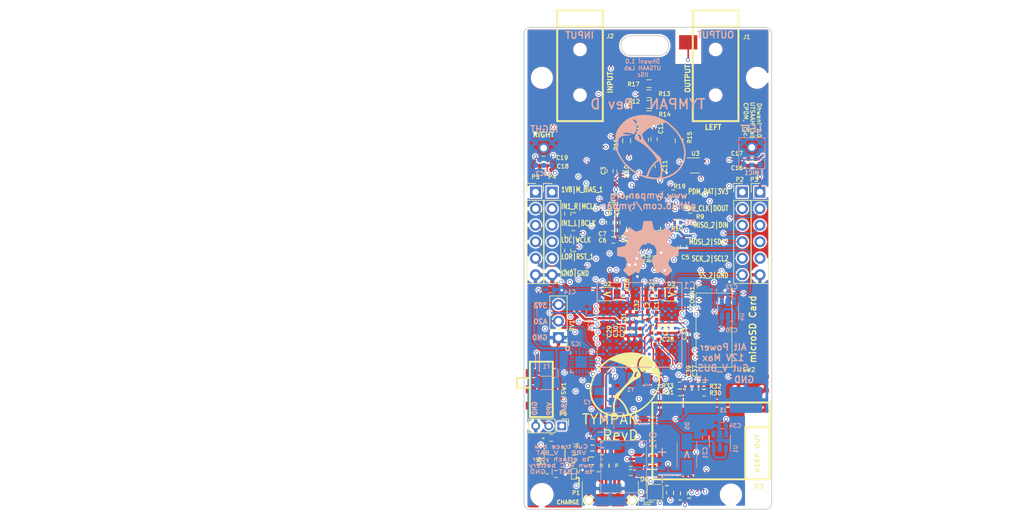
<source format=kicad_pcb>
(kicad_pcb (version 20171130) (host pcbnew "(5.1.9)-1")
  (title_block (title "Tympan Rev D") (date 3/19/18) (company "Solutiosn Design & Prototyping, LLC"))
  (layers (0 F.Cu signal) (1 In1.Cu signal) (2 In2.Cu mixed) (31 B.Cu signal) (34 B.Paste user) (35 F.Paste user hide) (36 B.SilkS user hide) (37 F.SilkS user hide) (38 B.Mask user hide) (39 F.Mask user hide) (44 Edge.Cuts user))
  (net 0 "")
  (net 1 GND)
  (net 2 +3V3)
  (net 3 "Net-(C2-Pad1)")
  (net 4 "Net-(C2-Pad2)")
  (net 5 VPP)
  (net 6 +1V8)
  (net 7 "Net-(C8-Pad1)")
  (net 8 "Net-(C11-Pad1)")
  (net 9 /POT)
  (net 10 /IN2_L)
  (net 11 "Net-(C17-Pad2)")
  (net 12 /IN2_R)
  (net 13 "Net-(C19-Pad2)")
  (net 14 +BATT)
  (net 15 "Net-(D2-Pad2)")
  (net 16 "Net-(D3-Pad2)")
  (net 17 "Net-(J1-Pad3)")
  (net 18 /MICDET)
  (net 19 /BT_TX)
  (net 20 /BT_RX)
  (net 21 /BT_nRESET)
  (net 22 /BCLK)
  (net 23 /MCLK)
  (net 24 /BT_RTS)
  (net 25 /BT_CTS)
  (net 26 /WCLK)
  (net 27 /DIN)
  (net 28 /nRESET)
  (net 29 /SCL/SS)
  (net 30 /SDA/MOSI)
  (net 31 /DOUT)
  (net 32 /IN1_L)
  (net 33 /IN1_R)
  (net 34 /LOL)
  (net 35 /LOR)
  (net 36 "Net-(R2-Pad2)")
  (net 37 "Net-(R3-Pad2)")
  (net 38 "Net-(R4-Pad2)")
  (net 39 "Net-(R5-Pad2)")
  (net 40 "Net-(R6-Pad2)")
  (net 41 "Net-(R7-Pad2)")
  (net 42 "Net-(R9-Pad2)")
  (net 43 "Net-(R10-Pad2)")
  (net 44 /HPL)
  (net 45 "Net-(J1-Pad2)")
  (net 46 /HPR)
  (net 47 /MICBIAS)
  (net 48 "Net-(SW1-Pad6)")
  (net 49 "Net-(SW1-Pad3)")
  (net 50 "Net-(U2-Pad4)")
  (net 51 "Net-(U4-Pad4)")
  (net 52 "Net-(C23-Pad2)")
  (net 53 "Net-(C24-Pad2)")
  (net 54 "Net-(C25-Pad2)")
  (net 55 "Net-(C26-Pad2)")
  (net 56 "Net-(C1-Pad1)")
  (net 57 "Net-(C1-Pad2)")
  (net 58 "Net-(C28-Pad2)")
  (net 59 "Net-(IC1-PadA6)")
  (net 60 "Net-(IC1-PadA7)")
  (net 61 "Net-(IC1-PadA9)")
  (net 62 "Net-(IC1-PadA10)")
  (net 63 "Net-(IC1-PadC1)")
  (net 64 /CLK)
  (net 65 "Net-(IC1-PadE1)")
  (net 66 /USB0_D+)
  (net 67 "Net-(IC1-PadJ1)")
  (net 68 "Net-(IC1-PadB10)")
  (net 69 "Net-(IC1-PadB9)")
  (net 70 "Net-(IC1-PadB8)")
  (net 71 "Net-(IC1-PadB6)")
  (net 72 "Net-(IC1-PadB5)")
  (net 73 "Net-(IC1-PadB2)")
  (net 74 "Net-(IC1-PadB3)")
  (net 75 "Net-(IC1-PadC5)")
  (net 76 "Net-(IC1-PadC6)")
  (net 77 "Net-(IC1-PadC9)")
  (net 78 /DAT0)
  (net 79 /DAT1)
  (net 80 "Net-(IC1-PadD4)")
  (net 81 "Net-(IC1-PadD5)")
  (net 82 "Net-(IC1-PadD6)")
  (net 83 "Net-(IC1-PadD7)")
  (net 84 "Net-(IC1-PadD9)")
  (net 85 /DAT2)
  (net 86 /DAT3)
  (net 87 /CMD)
  (net 88 "Net-(IC1-PadC10)")
  (net 89 "Net-(IC1-PadD10)")
  (net 90 "Net-(IC1-PadC11)")
  (net 91 "Net-(IC1-PadD11)")
  (net 92 "Net-(IC1-PadD12)")
  (net 93 "Net-(IC1-PadF2)")
  (net 94 "Net-(IC1-PadF3)")
  (net 95 "Net-(IC1-PadF4)")
  (net 96 "Net-(IC1-PadG4)")
  (net 97 "Net-(IC1-PadG3)")
  (net 98 "Net-(IC1-PadG2)")
  (net 99 /USB0_D-)
  (net 100 "Net-(IC1-PadH4)")
  (net 101 "Net-(IC1-PadJ4)")
  (net 102 "Net-(IC1-PadJ3)")
  (net 103 "Net-(IC1-PadJ2)")
  (net 104 "Net-(IC1-PadK1)")
  (net 105 "Net-(IC1-PadK3)")
  (net 106 "Net-(IC1-PadL4)")
  (net 107 "Net-(IC1-PadL3)")
  (net 108 "Net-(IC1-PadL2)")
  (net 109 "Net-(IC1-PadL1)")
  (net 110 "Net-(IC1-PadM2)")
  (net 111 "Net-(IC1-PadH5)")
  (net 112 /PTA0)
  (net 113 /PTA1)
  (net 114 "Net-(IC1-PadJ7)")
  (net 115 "Net-(IC1-PadJ8)")
  (net 116 /PTA2)
  (net 117 /PTA3)
  (net 118 "Net-(IC1-PadK8)")
  (net 119 "Net-(IC1-PadL5)")
  (net 120 "Net-(IC1-PadL7)")
  (net 121 "Net-(IC1-PadL8)")
  (net 122 "Net-(IC1-PadM5)")
  (net 123 "Net-(IC1-PadM6)")
  (net 124 "Net-(IC1-PadM7)")
  (net 125 "Net-(IC1-PadE11)")
  (net 126 "Net-(IC1-PadF9)")
  (net 127 "Net-(IC1-PadF10)")
  (net 128 "Net-(IC1-PadF11)")
  (net 129 "Net-(IC1-PadF12)")
  (net 130 "Net-(IC1-PadG10)")
  (net 131 "Net-(IC1-PadG9)")
  (net 132 "Net-(IC1-PadH9)")
  (net 133 "Net-(IC1-PadH10)")
  (net 134 "Net-(IC1-PadH12)")
  (net 135 "Net-(IC1-PadJ10)")
  (net 136 "Net-(IC1-PadJ12)")
  (net 137 "Net-(IC1-PadM9)")
  (net 138 "Net-(IC1-PadL9)")
  (net 139 "Net-(IC1-PadK10)")
  (net 140 "Net-(IC1-PadL10)")
  (net 141 "Net-(IC1-PadM11)")
  (net 142 "Net-(IC1-PadL11)")
  (net 143 "Net-(IC1-PadK12)")
  (net 144 /RESET_B)
  (net 145 "Net-(IC1-PadM12)")
  (net 146 /DE)
  (net 147 "Net-(IC2-Pad5)")
  (net 148 /PROG)
  (net 149 "Net-(IC2-Pad11)")
  (net 150 "Net-(IC2-Pad12)")
  (net 151 "Net-(IC2-Pad14)")
  (net 152 "Net-(IC2-Pad15)")
  (net 153 "Net-(IC2-Pad16)")
  (net 154 "Net-(IC3-Pad5)")
  (net 155 "Net-(IC3-Pad6)")
  (net 156 "Net-(IC3-Pad7)")
  (net 157 "Net-(IC3-Pad8)")
  (net 158 "Net-(IC3-Pad9)")
  (net 159 "Net-(IC3-Pad10)")
  (net 160 "Net-(IC3-Pad12)")
  (net 161 "Net-(IC3-Pad14)")
  (net 162 "Net-(IC3-Pad16)")
  (net 163 "Net-(IC3-Pad17)")
  (net 164 "Net-(IC3-Pad24)")
  (net 165 "Net-(IC3-Pad29)")
  (net 166 "Net-(IC3-Pad34)")
  (net 167 "Net-(IC3-Pad35)")
  (net 168 "Net-(IC3-Pad36)")
  (net 169 "Net-(IC3-Pad45)")
  (net 170 "Net-(IC3-Pad46)")
  (net 171 "Net-(IC3-Pad47)")
  (net 172 "Net-(IC3-Pad48)")
  (net 173 "Net-(IC3-Pad49)")
  (net 174 "Net-(IC3-Pad50)")
  (net 175 "Net-(IC3-Pad51)")
  (net 176 "Net-(P1-Pad2)")
  (net 177 "Net-(P1-Pad4)")
  (net 178 "Net-(P1-Pad3)")
  (net 179 /V_USB)
  (net 180 "Net-(C21-Pad1)")
  (net 181 "Net-(C37-Pad2)")
  (net 182 "Net-(C39-Pad2)")
  (net 183 "Net-(D6-Pad2)")
  (net 184 "Net-(D6-Pad3)")
  (net 185 "Net-(D6-Pad4)")
  (net 186 "Net-(F1-Pad1)")
  (net 187 /VREGEN)
  (net 188 /LED_0)
  (net 189 /LED_1)
  (net 190 /LED_2)
  (net 191 "Net-(U1-Pad4)")
  (net 192 Earth)
  (net 193 /M_BIAS)
  (net 194 "Net-(R16-Pad2)")
  (net 195 /SS_2)
  (net 196 /SCK_2)
  (net 197 /TX_3)
  (net 198 /MISO_2)
  (net 199 /MOSI_2)
  (net 200 /RX_3)
  (net 201 "Net-(IC1-PadA4)")
  (net 202 "Net-(IC1-PadA5)")
  (net 203 "Net-(IC1-PadA2)")
  (net 204 "Net-(D1-Pad1)")
  (net 205 /BT_PIO5)
  (net 206 /BT_PIO0)
  (net 207 "Net-(IC3-Pad26)")
  (net 208 "Net-(MIC1-Pad5)")
  (net 209 "Net-(MIC2-Pad5)")
  (net 210 "Net-(R1-Pad2)")
  (net 211 "Net-(R8-Pad1)")
  (net 212 "Net-(D1-Pad4)")
  (net 213 /USB)
  (net 214 "Net-(C12-Pad1)")
  (net 215 "Net-(C13-Pad1)")
  (net 216 "Net-(C12-Pad2)")
  (net 217 "Net-(C13-Pad2)")
  (net 218 /nRESET_1)
  (net 219 /DIN_1)
  (net 220 /DOUT_1)
  (net 221 "Net-(IC1-PadC7)")
  (net 222 /SDA2)
  (net 223 /SCL2)
  (net 224 /M_BIAS_1)
  (net 225 "Net-(IC1-PadM1)")
  (net 226 /PDM_CLK)
  (net 227 /PDM_DAT)
  (module SMD_Packages:BGA-144-1mm (layer B.Cu) (at 132.574 92.1666 180)
    (fp_text reference IC1 (at -7.876 6.0866 180) (layer B.SilkS) (effects (justify mirror)))
    (fp_text value MK66FX1M0VMD18)
    (pad A1 smd circle (at -5.50164 5.50164 180) (size 0.50038 0.50038) (layers B.Cu B.Paste B.Mask) (net 195 /SS_2))
    (pad A2 smd circle (at -4.50088 5.50164 180) (size 0.50038 0.50038) (layers B.Cu B.Paste B.Mask) (net 203 "Net-(IC1-PadA2)"))
    (pad A3 smd circle (at -3.50012 5.50164 180) (size 0.50038 0.50038) (layers B.Cu B.Paste B.Mask) (net 193 /M_BIAS))
    (pad A4 smd circle (at -2.5019 5.50164 180) (size 0.50038 0.50038) (layers B.Cu B.Paste B.Mask) (net 201 "Net-(IC1-PadA4)"))
    (pad A5 smd circle (at -1.50114 5.50164 180) (size 0.50038 0.50038) (layers B.Cu B.Paste B.Mask) (net 202 "Net-(IC1-PadA5)"))
    (pad A6 smd circle (at -0.50038 5.50164 180) (size 0.50038 0.50038) (layers B.Cu B.Paste B.Mask) (net 59 "Net-(IC1-PadA6)"))
    (pad A7 smd circle (at 0.49784 5.50164 180) (size 0.50038 0.50038) (layers B.Cu B.Paste B.Mask) (net 60 "Net-(IC1-PadA7)"))
    (pad A8 smd circle (at 1.4986 5.50164 180) (size 0.50038 0.50038) (layers B.Cu B.Paste B.Mask) (net 28 /nRESET))
    (pad A9 smd circle (at 2.49936 5.50164 180) (size 0.50038 0.50038) (layers B.Cu B.Paste B.Mask) (net 61 "Net-(IC1-PadA9)"))
    (pad A10 smd circle (at 3.50012 5.50164 180) (size 0.50038 0.50038) (layers B.Cu B.Paste B.Mask) (net 62 "Net-(IC1-PadA10)"))
    (pad A11 smd circle (at 4.49834 5.50164 180) (size 0.50038 0.50038) (layers B.Cu B.Paste B.Mask) (net 22 /BCLK))
    (pad A12 smd circle (at 5.4991 5.50164 180) (size 0.50038 0.50038) (layers B.Cu B.Paste B.Mask) (net 26 /WCLK))
    (pad B1 smd circle (at -5.50164 4.50088 180) (size 0.50038 0.50038) (layers B.Cu B.Paste B.Mask) (net 196 /SCK_2))
    (pad C1 smd circle (at -5.50164 3.50012 180) (size 0.50038 0.50038) (layers B.Cu B.Paste B.Mask) (net 63 "Net-(IC1-PadC1)"))
    (pad D1 smd circle (at -5.50164 2.5019 180) (size 0.50038 0.50038) (layers B.Cu B.Paste B.Mask) (net 64 /CLK))
    (pad E1 smd circle (at -5.50164 1.50114 180) (size 0.50038 0.50038) (layers B.Cu B.Paste B.Mask) (net 65 "Net-(IC1-PadE1)"))
    (pad F1 smd circle (at -5.50164 0.50038 180) (size 0.50038 0.50038) (layers B.Cu B.Paste B.Mask) (net 206 /BT_PIO0))
    (pad G1 smd circle (at -5.50164 -0.49784 180) (size 0.50038 0.50038) (layers B.Cu B.Paste B.Mask) (net 2 +3V3))
    (pad H1 smd circle (at -5.50164 -1.4986 180) (size 0.50038 0.50038) (layers B.Cu B.Paste B.Mask) (net 66 /USB0_D+))
    (pad J1 smd circle (at -5.50164 -2.49936 180) (size 0.50038 0.50038) (layers B.Cu B.Paste B.Mask) (net 67 "Net-(IC1-PadJ1)"))
    (pad B12 smd circle (at 5.4991 4.50088 180) (size 0.50038 0.50038) (layers B.Cu B.Paste B.Mask) (net 219 /DIN_1))
    (pad B11 smd circle (at 4.49834 4.50088 180) (size 0.50038 0.50038) (layers B.Cu B.Paste B.Mask) (net 27 /DIN))
    (pad B10 smd circle (at 3.50012 4.50088 180) (size 0.50038 0.50038) (layers B.Cu B.Paste B.Mask) (net 68 "Net-(IC1-PadB10)"))
    (pad B9 smd circle (at 2.49936 4.50088 180) (size 0.50038 0.50038) (layers B.Cu B.Paste B.Mask) (net 69 "Net-(IC1-PadB9)"))
    (pad B8 smd circle (at 1.4986 4.50088 180) (size 0.50038 0.50038) (layers B.Cu B.Paste B.Mask) (net 70 "Net-(IC1-PadB8)"))
    (pad B7 smd circle (at 0.49784 4.50088 180) (size 0.50038 0.50038) (layers B.Cu B.Paste B.Mask) (net 220 /DOUT_1))
    (pad B6 smd circle (at -0.50038 4.50088 180) (size 0.50038 0.50038) (layers B.Cu B.Paste B.Mask) (net 71 "Net-(IC1-PadB6)"))
    (pad B5 smd circle (at -1.50114 4.50088 180) (size 0.50038 0.50038) (layers B.Cu B.Paste B.Mask) (net 72 "Net-(IC1-PadB5)"))
    (pad B2 smd circle (at -4.50088 4.50088 180) (size 0.50038 0.50038) (layers B.Cu B.Paste B.Mask) (net 73 "Net-(IC1-PadB2)"))
    (pad B3 smd circle (at -3.50012 4.50088 180) (size 0.50038 0.50038) (layers B.Cu B.Paste B.Mask) (net 74 "Net-(IC1-PadB3)"))
    (pad B4 smd circle (at -2.5019 4.50088 180) (size 0.50038 0.50038) (layers B.Cu B.Paste B.Mask) (net 197 /TX_3))
    (pad C2 smd circle (at -4.50088 3.50012 180) (size 0.50038 0.50038) (layers B.Cu B.Paste B.Mask) (net 198 /MISO_2))
    (pad C3 smd circle (at -3.50012 3.50012 180) (size 0.50038 0.50038) (layers B.Cu B.Paste B.Mask) (net 199 /MOSI_2))
    (pad C4 smd circle (at -2.5019 3.50012 180) (size 0.50038 0.50038) (layers B.Cu B.Paste B.Mask) (net 200 /RX_3))
    (pad C5 smd circle (at -1.50114 3.50012 180) (size 0.50038 0.50038) (layers B.Cu B.Paste B.Mask) (net 75 "Net-(IC1-PadC5)"))
    (pad C6 smd circle (at -0.50038 3.50012 180) (size 0.50038 0.50038) (layers B.Cu B.Paste B.Mask) (net 76 "Net-(IC1-PadC6)"))
    (pad C7 smd circle (at 0.49784 3.50012 180) (size 0.50038 0.50038) (layers B.Cu B.Paste B.Mask) (net 221 "Net-(IC1-PadC7)"))
    (pad C8 smd circle (at 1.4986 3.50012 180) (size 0.50038 0.50038) (layers B.Cu B.Paste B.Mask) (net 23 /MCLK))
    (pad C9 smd circle (at 2.49936 3.50012 180) (size 0.50038 0.50038) (layers B.Cu B.Paste B.Mask) (net 77 "Net-(IC1-PadC9)"))
    (pad D2 smd circle (at -4.50088 2.5019 180) (size 0.50038 0.50038) (layers B.Cu B.Paste B.Mask) (net 78 /DAT0))
    (pad D3 smd circle (at -3.50012 2.5019 180) (size 0.50038 0.50038) (layers B.Cu B.Paste B.Mask) (net 79 /DAT1))
    (pad D4 smd circle (at -2.5019 2.5019 180) (size 0.50038 0.50038) (layers B.Cu B.Paste B.Mask) (net 80 "Net-(IC1-PadD4)"))
    (pad D5 smd circle (at -1.50114 2.5019 180) (size 0.50038 0.50038) (layers B.Cu B.Paste B.Mask) (net 81 "Net-(IC1-PadD5)"))
    (pad D6 smd circle (at -0.50038 2.5019 180) (size 0.50038 0.50038) (layers B.Cu B.Paste B.Mask) (net 82 "Net-(IC1-PadD6)"))
    (pad D7 smd circle (at 0.49784 2.5019 180) (size 0.50038 0.50038) (layers B.Cu B.Paste B.Mask) (net 83 "Net-(IC1-PadD7)"))
    (pad D8 smd circle (at 1.4986 2.5019 180) (size 0.50038 0.50038) (layers B.Cu B.Paste B.Mask) (net 31 /DOUT))
    (pad D9 smd circle (at 2.49936 2.5019 180) (size 0.50038 0.50038) (layers B.Cu B.Paste B.Mask) (net 84 "Net-(IC1-PadD9)"))
    (pad E2 smd circle (at -4.50088 1.50114 180) (size 0.50038 0.50038) (layers B.Cu B.Paste B.Mask) (net 85 /DAT2))
    (pad E3 smd circle (at -3.50012 1.50114 180) (size 0.50038 0.50038) (layers B.Cu B.Paste B.Mask) (net 86 /DAT3))
    (pad E4 smd circle (at -2.5019 1.50114 180) (size 0.50038 0.50038) (layers B.Cu B.Paste B.Mask) (net 87 /CMD))
    (pad C10 smd circle (at 3.50012 3.50012 180) (size 0.50038 0.50038) (layers B.Cu B.Paste B.Mask) (net 88 "Net-(IC1-PadC10)"))
    (pad D10 smd circle (at 3.50012 2.5019 180) (size 0.50038 0.50038) (layers B.Cu B.Paste B.Mask) (net 89 "Net-(IC1-PadD10)"))
    (pad C11 smd circle (at 4.49834 3.50012 180) (size 0.50038 0.50038) (layers B.Cu B.Paste B.Mask) (net 90 "Net-(IC1-PadC11)"))
    (pad D11 smd circle (at 4.49834 2.5019 180) (size 0.50038 0.50038) (layers B.Cu B.Paste B.Mask) (net 91 "Net-(IC1-PadD11)"))
    (pad D12 smd circle (at 5.4991 2.5019 180) (size 0.50038 0.50038) (layers B.Cu B.Paste B.Mask) (net 92 "Net-(IC1-PadD12)"))
    (pad C12 smd circle (at 5.4991 3.50012 180) (size 0.50038 0.50038) (layers B.Cu B.Paste B.Mask) (net 1 GND))
    (pad F2 smd circle (at -4.50088 0.50038 180) (size 0.50038 0.50038) (layers B.Cu B.Paste B.Mask) (net 93 "Net-(IC1-PadF2)"))
    (pad F3 smd circle (at -3.50012 0.50038 180) (size 0.50038 0.50038) (layers B.Cu B.Paste B.Mask) (net 94 "Net-(IC1-PadF3)"))
    (pad F4 smd circle (at -2.5019 0.50038 180) (size 0.50038 0.50038) (layers B.Cu B.Paste B.Mask) (net 95 "Net-(IC1-PadF4)"))
    (pad G4 smd circle (at -2.5019 -0.49784 180) (size 0.50038 0.50038) (layers B.Cu B.Paste B.Mask) (net 96 "Net-(IC1-PadG4)"))
    (pad G3 smd circle (at -3.50012 -0.49784 180) (size 0.50038 0.50038) (layers B.Cu B.Paste B.Mask) (net 97 "Net-(IC1-PadG3)"))
    (pad G2 smd circle (at -4.50088 -0.49784 180) (size 0.50038 0.50038) (layers B.Cu B.Paste B.Mask) (net 98 "Net-(IC1-PadG2)"))
    (pad H2 smd circle (at -4.50088 -1.4986 180) (size 0.50038 0.50038) (layers B.Cu B.Paste B.Mask) (net 99 /USB0_D-))
    (pad H3 smd circle (at -3.50012 -1.4986 180) (size 0.50038 0.50038) (layers B.Cu B.Paste B.Mask) (net 1 GND))
    (pad H4 smd circle (at -2.5019 -1.4986 180) (size 0.50038 0.50038) (layers B.Cu B.Paste B.Mask) (net 100 "Net-(IC1-PadH4)"))
    (pad J4 smd circle (at -2.5019 -2.49936 180) (size 0.50038 0.50038) (layers B.Cu B.Paste B.Mask) (net 101 "Net-(IC1-PadJ4)"))
    (pad J3 smd circle (at -3.50012 -2.49936 180) (size 0.50038 0.50038) (layers B.Cu B.Paste B.Mask) (net 102 "Net-(IC1-PadJ3)"))
    (pad J2 smd circle (at -4.50088 -2.49936 180) (size 0.50038 0.50038) (layers B.Cu B.Paste B.Mask) (net 103 "Net-(IC1-PadJ2)"))
    (pad K1 smd circle (at -5.50164 -3.50012 180) (size 0.50038 0.50038) (layers B.Cu B.Paste B.Mask) (net 104 "Net-(IC1-PadK1)"))
    (pad K2 smd circle (at -4.50088 -3.50012 180) (size 0.50038 0.50038) (layers B.Cu B.Paste B.Mask) (net 1 GND))
    (pad K3 smd circle (at -3.50012 -3.50012 180) (size 0.50038 0.50038) (layers B.Cu B.Paste B.Mask) (net 105 "Net-(IC1-PadK3)"))
    (pad K4 smd circle (at -2.5019 -3.50012 180) (size 0.50038 0.50038) (layers B.Cu B.Paste B.Mask) (net 24 /BT_RTS))
    (pad L4 smd circle (at -2.5019 -4.49834 180) (size 0.50038 0.50038) (layers B.Cu B.Paste B.Mask) (net 106 "Net-(IC1-PadL4)"))
    (pad L3 smd circle (at -3.50012 -4.49834 180) (size 0.50038 0.50038) (layers B.Cu B.Paste B.Mask) (net 107 "Net-(IC1-PadL3)"))
    (pad L2 smd circle (at -4.50088 -4.49834 180) (size 0.50038 0.50038) (layers B.Cu B.Paste B.Mask) (net 108 "Net-(IC1-PadL2)"))
    (pad L1 smd circle (at -5.50164 -4.49834 180) (size 0.50038 0.50038) (layers B.Cu B.Paste B.Mask) (net 109 "Net-(IC1-PadL1)"))
    (pad M1 smd circle (at -5.50164 -5.4991 180) (size 0.50038 0.50038) (layers B.Cu B.Paste B.Mask) (net 225 "Net-(IC1-PadM1)"))
    (pad M2 smd circle (at -4.50088 -5.4991 180) (size 0.50038 0.50038) (layers B.Cu B.Paste B.Mask) (net 110 "Net-(IC1-PadM2)"))
    (pad M3 smd circle (at -3.50012 -5.4991 180) (size 0.50038 0.50038) (layers B.Cu B.Paste B.Mask) (net 58 "Net-(C28-Pad2)"))
    (pad M4 smd circle (at -2.5019 -5.4991 180) (size 0.50038 0.50038) (layers B.Cu B.Paste B.Mask) (net 205 /BT_PIO5))
    (pad E8 smd circle (at 1.4986 1.50114 180) (size 0.50038 0.50038) (layers B.Cu B.Paste B.Mask) (net 2 +3V3))
    (pad E7 smd circle (at 0.49784 1.50114 180) (size 0.50038 0.50038) (layers B.Cu B.Paste B.Mask) (net 2 +3V3))
    (pad E6 smd circle (at -0.50038 1.50114 180) (size 0.50038 0.50038) (layers B.Cu B.Paste B.Mask) (net 2 +3V3))
    (pad E5 smd circle (at -1.50114 1.50114 180) (size 0.50038 0.50038) (layers B.Cu B.Paste B.Mask) (net 2 +3V3))
    (pad F5 smd circle (at -1.50114 0.50038 180) (size 0.50038 0.50038) (layers B.Cu B.Paste B.Mask) (net 2 +3V3))
    (pad F6 smd circle (at -0.50038 0.50038 180) (size 0.50038 0.50038) (layers B.Cu B.Paste B.Mask) (net 1 GND))
    (pad F7 smd circle (at 0.49784 0.50038 180) (size 0.50038 0.50038) (layers B.Cu B.Paste B.Mask) (net 1 GND))
    (pad F8 smd circle (at 1.4986 0.50038 180) (size 0.50038 0.50038) (layers B.Cu B.Paste B.Mask) (net 2 +3V3))
    (pad G5 smd circle (at -1.50114 -0.49784 180) (size 0.50038 0.50038) (layers B.Cu B.Paste B.Mask) (net 57 "Net-(C1-Pad2)"))
    (pad G6 smd circle (at -0.50038 -0.49784 180) (size 0.50038 0.50038) (layers B.Cu B.Paste B.Mask) (net 56 "Net-(C1-Pad1)"))
    (pad G7 smd circle (at 0.49784 -0.49784 180) (size 0.50038 0.50038) (layers B.Cu B.Paste B.Mask) (net 1 GND))
    (pad G8 smd circle (at 1.4986 -0.49784 180) (size 0.50038 0.50038) (layers B.Cu B.Paste B.Mask) (net 1 GND))
    (pad H5 smd circle (at -1.50114 -1.4986 180) (size 0.50038 0.50038) (layers B.Cu B.Paste B.Mask) (net 111 "Net-(IC1-PadH5)"))
    (pad H6 smd circle (at -0.50038 -1.4986 180) (size 0.50038 0.50038) (layers B.Cu B.Paste B.Mask) (net 56 "Net-(C1-Pad1)"))
    (pad H7 smd circle (at 0.49784 -1.4986 180) (size 0.50038 0.50038) (layers B.Cu B.Paste B.Mask) (net 1 GND))
    (pad H8 smd circle (at 1.4986 -1.4986 180) (size 0.50038 0.50038) (layers B.Cu B.Paste B.Mask) (net 1 GND))
    (pad J5 smd circle (at -1.50114 -2.49936 180) (size 0.50038 0.50038) (layers B.Cu B.Paste B.Mask) (net 112 /PTA0))
    (pad J6 smd circle (at -0.50038 -2.49936 180) (size 0.50038 0.50038) (layers B.Cu B.Paste B.Mask) (net 113 /PTA1))
    (pad J7 smd circle (at 0.49784 -2.49936 180) (size 0.50038 0.50038) (layers B.Cu B.Paste B.Mask) (net 114 "Net-(IC1-PadJ7)"))
    (pad J8 smd circle (at 1.4986 -2.49936 180) (size 0.50038 0.50038) (layers B.Cu B.Paste B.Mask) (net 115 "Net-(IC1-PadJ8)"))
    (pad K5 smd circle (at -1.50114 -3.50012 180) (size 0.50038 0.50038) (layers B.Cu B.Paste B.Mask) (net 21 /BT_nRESET))
    (pad K6 smd circle (at -0.50038 -3.50012 180) (size 0.50038 0.50038) (layers B.Cu B.Paste B.Mask) (net 116 /PTA2))
    (pad K7 smd circle (at 0.49784 -3.50012 180) (size 0.50038 0.50038) (layers B.Cu B.Paste B.Mask) (net 117 /PTA3))
    (pad K8 smd circle (at 1.4986 -3.50012 180) (size 0.50038 0.50038) (layers B.Cu B.Paste B.Mask) (net 118 "Net-(IC1-PadK8)"))
    (pad L5 smd circle (at -1.50114 -4.49834 180) (size 0.50038 0.50038) (layers B.Cu B.Paste B.Mask) (net 119 "Net-(IC1-PadL5)"))
    (pad L6 smd circle (at -0.50038 -4.49834 180) (size 0.50038 0.50038) (layers B.Cu B.Paste B.Mask) (net 5 VPP))
    (pad L7 smd circle (at 0.49784 -4.49834 180) (size 0.50038 0.50038) (layers B.Cu B.Paste B.Mask) (net 120 "Net-(IC1-PadL7)"))
    (pad L8 smd circle (at 1.4986 -4.49834 180) (size 0.50038 0.50038) (layers B.Cu B.Paste B.Mask) (net 121 "Net-(IC1-PadL8)"))
    (pad M5 smd circle (at -1.50114 -5.4991 180) (size 0.50038 0.50038) (layers B.Cu B.Paste B.Mask) (net 122 "Net-(IC1-PadM5)"))
    (pad M6 smd circle (at -0.50038 -5.4991 180) (size 0.50038 0.50038) (layers B.Cu B.Paste B.Mask) (net 123 "Net-(IC1-PadM6)"))
    (pad M7 smd circle (at 0.49784 -5.4991 180) (size 0.50038 0.50038) (layers B.Cu B.Paste B.Mask) (net 124 "Net-(IC1-PadM7)"))
    (pad M8 smd circle (at 1.4986 -5.4991 180) (size 0.50038 0.50038) (layers B.Cu B.Paste B.Mask) (net 25 /BT_CTS))
    (pad E9 smd circle (at 2.49936 1.50114 180) (size 0.50038 0.50038) (layers B.Cu B.Paste B.Mask) (net 20 /BT_RX))
    (pad E10 smd circle (at 3.50012 1.50114 180) (size 0.50038 0.50038) (layers B.Cu B.Paste B.Mask) (net 19 /BT_TX))
    (pad E11 smd circle (at 4.49834 1.50114 180) (size 0.50038 0.50038) (layers B.Cu B.Paste B.Mask) (net 125 "Net-(IC1-PadE11)"))
    (pad E12 smd circle (at 5.4991 1.50114 180) (size 0.50038 0.50038) (layers B.Cu B.Paste B.Mask) (net 187 /VREGEN))
    (pad F9 smd circle (at 2.49936 0.50038 180) (size 0.50038 0.50038) (layers B.Cu B.Paste B.Mask) (net 126 "Net-(IC1-PadF9)"))
    (pad F10 smd circle (at 3.50012 0.50038 180) (size 0.50038 0.50038) (layers B.Cu B.Paste B.Mask) (net 127 "Net-(IC1-PadF10)"))
    (pad F11 smd circle (at 4.49834 0.50038 180) (size 0.50038 0.50038) (layers B.Cu B.Paste B.Mask) (net 128 "Net-(IC1-PadF11)"))
    (pad F12 smd circle (at 5.4991 0.50038 180) (size 0.50038 0.50038) (layers B.Cu B.Paste B.Mask) (net 129 "Net-(IC1-PadF12)"))
    (pad J9 smd circle (at 2.49936 -2.49936 180) (size 0.50038 0.50038) (layers B.Cu B.Paste B.Mask) (net 222 /SDA2))
    (pad G12 smd circle (at 5.4991 -0.49784 180) (size 0.50038 0.50038) (layers B.Cu B.Paste B.Mask) (net 29 /SCL/SS))
    (pad G11 smd circle (at 4.49834 -0.49784 180) (size 0.50038 0.50038) (layers B.Cu B.Paste B.Mask) (net 30 /SDA/MOSI))
    (pad G10 smd circle (at 3.50012 -0.49784 180) (size 0.50038 0.50038) (layers B.Cu B.Paste B.Mask) (net 130 "Net-(IC1-PadG10)"))
    (pad G9 smd circle (at 2.49936 -0.49784 180) (size 0.50038 0.50038) (layers B.Cu B.Paste B.Mask) (net 131 "Net-(IC1-PadG9)"))
    (pad H9 smd circle (at 2.49936 -1.4986 180) (size 0.50038 0.50038) (layers B.Cu B.Paste B.Mask) (net 132 "Net-(IC1-PadH9)"))
    (pad H10 smd circle (at 3.50012 -1.4986 180) (size 0.50038 0.50038) (layers B.Cu B.Paste B.Mask) (net 133 "Net-(IC1-PadH10)"))
    (pad H11 smd circle (at 4.49834 -1.4986 180) (size 0.50038 0.50038) (layers B.Cu B.Paste B.Mask) (net 224 /M_BIAS_1))
    (pad H12 smd circle (at 5.4991 -1.4986 180) (size 0.50038 0.50038) (layers B.Cu B.Paste B.Mask) (net 134 "Net-(IC1-PadH12)"))
    (pad J10 smd circle (at 3.50012 -2.49936 180) (size 0.50038 0.50038) (layers B.Cu B.Paste B.Mask) (net 135 "Net-(IC1-PadJ10)"))
    (pad J11 smd circle (at 4.49834 -2.49936 180) (size 0.50038 0.50038) (layers B.Cu B.Paste B.Mask) (net 218 /nRESET_1))
    (pad J12 smd circle (at 5.4991 -2.49936 180) (size 0.50038 0.50038) (layers B.Cu B.Paste B.Mask) (net 136 "Net-(IC1-PadJ12)"))
    (pad M9 smd circle (at 2.49936 -5.4991 180) (size 0.50038 0.50038) (layers B.Cu B.Paste B.Mask) (net 137 "Net-(IC1-PadM9)"))
    (pad L9 smd circle (at 2.49936 -4.49834 180) (size 0.50038 0.50038) (layers B.Cu B.Paste B.Mask) (net 138 "Net-(IC1-PadL9)"))
    (pad K9 smd circle (at 2.49936 -3.50012 180) (size 0.50038 0.50038) (layers B.Cu B.Paste B.Mask) (net 223 /SCL2))
    (pad K10 smd circle (at 3.50012 -3.50012 180) (size 0.50038 0.50038) (layers B.Cu B.Paste B.Mask) (net 139 "Net-(IC1-PadK10)"))
    (pad L10 smd circle (at 3.50012 -4.49834 180) (size 0.50038 0.50038) (layers B.Cu B.Paste B.Mask) (net 140 "Net-(IC1-PadL10)"))
    (pad M10 smd circle (at 3.50012 -5.4991 180) (size 0.50038 0.50038) (layers B.Cu B.Paste B.Mask) (net 1 GND))
    (pad M11 smd circle (at 4.49834 -5.4991 180) (size 0.50038 0.50038) (layers B.Cu B.Paste B.Mask) (net 141 "Net-(IC1-PadM11)"))
    (pad L11 smd circle (at 4.49834 -4.49834 180) (size 0.50038 0.50038) (layers B.Cu B.Paste B.Mask) (net 142 "Net-(IC1-PadL11)"))
    (pad K11 smd circle (at 4.49834 -3.50012 180) (size 0.50038 0.50038) (layers B.Cu B.Paste B.Mask) (net 9 /POT))
    (pad K12 smd circle (at 5.4991 -3.50012 180) (size 0.50038 0.50038) (layers B.Cu B.Paste B.Mask) (net 143 "Net-(IC1-PadK12)"))
    (pad L12 smd circle (at 5.4991 -4.49834 180) (size 0.50038 0.50038) (layers B.Cu B.Paste B.Mask) (net 144 /RESET_B))
    (pad M12 smd circle (at 5.4991 -5.4991 180) (size 0.50038 0.50038) (layers B.Cu B.Paste B.Mask) (net 145 "Net-(IC1-PadM12)"))
  )
  (module Tympan:SJ-3523-SMT-TR (layer F.Cu) (at 144.25 49.88 270)
    (fp_text reference J1 (at -1.925 -4.775) (layer F.SilkS) (effects (font (size 0.635 0.635) (thickness 0.127))))
    (fp_text value SJ-3523-SMT-TR)
    (pad 2 smd rect (at 8.3 4.2 270) (size 2.8 2.8) (layers F.Cu F.Paste F.Mask) (net 45 "Net-(J1-Pad2)"))
    (pad 3 smd rect (at 0.9 -4.2 270) (size 2.2 2.8) (layers F.Cu F.Paste F.Mask) (net 17 "Net-(J1-Pad3)"))
    (pad "" np_thru_hole circle (at 7 0 270) (size 1.7 1.7) (drill 1.7) (layers *.Cu *.Mask))
    (pad "" np_thru_hole circle (at 0 0 270) (size 1.7 1.7) (drill 1.7) (layers *.Cu *.Mask))
    (pad 1 smd rect (at -1.1 4.2 270) (size 2.2 2.8) (layers F.Cu F.Paste F.Mask) (net 1 GND))
  )
  (module Resistors_SMD:R_0402 (layer F.Cu) (at 119.73442 115.06218)
    (fp_text reference R11 (at -1.29442 -0.01218 -180) (layer F.SilkS) (effects (font (size 0.2 0.2) (thickness 0.05))))
    (fp_text value 1K)
    (pad 1 smd rect (at -0.45 0) (size 0.4 0.6) (layers F.Cu F.Paste F.Mask) (net 204 "Net-(D1-Pad1)"))
    (pad 2 smd rect (at 0.45 0) (size 0.4 0.6) (layers F.Cu F.Paste F.Mask) (net 210 "Net-(R1-Pad2)"))
  )
  (module Tympan:ABHB1608S (layer F.Cu) (at 122.52842 115.04948 90)
    (fp_text reference D1 (at 0.07948 -0.99842) (layer F.SilkS) (effects (font (size 0.2 0.2) (thickness 0.05))))
    (fp_text value APHB1608SGNC)
    (pad 1 smd rect (at -0.6 -0.35 90) (size 0.5 0.4) (layers F.Cu F.Paste F.Mask) (net 204 "Net-(D1-Pad1)"))
    (pad 2 smd rect (at 0.6 -0.35 90) (size 0.5 0.4) (layers F.Cu F.Paste F.Mask) (net 1 GND))
    (pad 3 smd rect (at -0.6 0.35 90) (size 0.5 0.4) (layers F.Cu F.Paste F.Mask) (net 213 /USB))
    (pad 4 smd rect (at 0.6 0.35 90) (size 0.5 0.4) (layers F.Cu F.Paste F.Mask) (net 212 "Net-(D1-Pad4)"))
  )
  (module Resistors_SMD:R_0402 (layer F.Cu) (at 119.05 109.505)
    (fp_text reference R8 (at -1.25 0.085) (layer F.SilkS) (effects (font (size 0.2 0.2) (thickness 0.05))))
    (fp_text value 2.2K)
    (pad 1 smd rect (at -0.45 0) (size 0.4 0.6) (layers F.Cu F.Paste F.Mask) (net 211 "Net-(R8-Pad1)"))
    (pad 2 smd rect (at 0.45 0) (size 0.4 0.6) (layers F.Cu F.Paste F.Mask) (net 1 GND))
  )
  (module Tympan:CL-SB-22A (layer F.Cu) (at 117.52 102.07 270)
    (fp_text reference SW1 (at -0.132 -3.426 90) (layer F.SilkS) (effects (font (size 0.635 0.635) (thickness 0.127))))
    (fp_text value CL-SB-22A)
    (pad 5 smd rect (at 0 -1.6 270) (size 1.2 1.6) (layers F.Cu F.Paste F.Mask) (net 5 VPP))
    (pad 2 smd rect (at 0 1.6 270) (size 1.2 1.6) (layers F.Cu F.Paste F.Mask) (net 5 VPP))
    (pad 6 smd rect (at 2.5 -1.6 270) (size 1.2 1.6) (layers F.Cu F.Paste F.Mask) (net 48 "Net-(SW1-Pad6)"))
    (pad 3 smd rect (at 2.5 1.6 270) (size 1.2 1.6) (layers F.Cu F.Paste F.Mask) (net 49 "Net-(SW1-Pad3)"))
    (pad 1 smd rect (at -2.5 1.6 270) (size 1.2 1.6) (layers F.Cu F.Paste F.Mask) (net 186 "Net-(F1-Pad1)"))
    (pad 4 smd rect (at -2.5 -1.6 270) (size 1.2 1.6) (layers F.Cu F.Paste F.Mask) (net 186 "Net-(F1-Pad1)"))
  )
  (module Capacitors_SMD:C_0402 (layer F.Cu) (at 133.47 63.73 90)
    (fp_text reference C13 (at 1.75 -0.93 270) (layer F.SilkS) (effects (font (size 0.635 0.635) (thickness 0.127))))
    (fp_text value 2.2uF)
    (pad 1 smd rect (at -0.55 0 90) (size 0.6 0.5) (layers F.Cu F.Paste F.Mask) (net 215 "Net-(C13-Pad1)"))
    (pad 2 smd rect (at 0.55 0 90) (size 0.6 0.5) (layers F.Cu F.Paste F.Mask) (net 217 "Net-(C13-Pad2)"))
  )
  (module Capacitors_SMD:C_0603 (layer F.Cu) (at 134.01 58.32)
    (fp_text reference R12 (at -2.29 -0.46) (layer F.SilkS) (effects (font (size 0.635 0.635) (thickness 0.127))))
    (fp_text value 0R)
    (pad 1 smd rect (at -0.75 0) (size 0.8 0.75) (layers F.Cu F.Paste F.Mask) (net 44 /HPL))
    (pad 2 smd rect (at 0.75 0) (size 0.8 0.75) (layers F.Cu F.Paste F.Mask) (net 45 "Net-(J1-Pad2)"))
  )
  (module Resistors_SMD:R_0402 (layer F.Cu) (at 137.27 117.94 270)
    (fp_text reference R36 (at -1.08 0.52 180) (layer F.SilkS) (effects (font (size 0.2 0.2) (thickness 0.05))))
    (fp_text value 240R)
    (pad 1 smd rect (at -0.45 0 270) (size 0.4 0.6) (layers F.Cu F.Paste F.Mask) (net 188 /LED_0))
    (pad 2 smd rect (at 0.45 0 270) (size 0.4 0.6) (layers F.Cu F.Paste F.Mask) (net 185 "Net-(D6-Pad4)"))
  )
  (module Tympan:NPTH_3.2mm (layer F.Cu) (at 117.6 118.23)
    (fp_text reference P8)
    (fp_text value CONN_01X01)
    (pad "" np_thru_hole circle (at 0 0) (size 3.2 3.2) (drill 3.2) (layers *.Cu))
  )
  (module Tympan:NPTH_3.2mm (layer F.Cu) (at 150.6 54.23)
    (fp_text reference P9)
    (fp_text value CONN_01X01)
    (pad "" np_thru_hole circle (at 0 0) (size 3 3) (drill 3) (layers *.Cu F.SilkS))
  )
  (module Tympan:NPTH_3.2mm (layer F.Cu) (at 117.6 54.23)
    (fp_text reference P10)
    (fp_text value CONN_01X01)
    (pad "" np_thru_hole circle (at 0 0) (size 3 3) (drill 3) (layers *.Cu F.SilkS))
  )
  (module Resistors_SMD:R_0402 (layer F.Cu) (at 135.9 79.53 90)
    (fp_text reference R6 (at -2.47 -0.01 90) (layer F.SilkS) (effects (font (size 0.635 0.635) (thickness 0.127))))
    (fp_text value 33R)
    (pad 2 smd rect (at 0.45 0 90) (size 0.4 0.6) (layers F.Cu F.Paste F.Mask) (net 40 "Net-(R6-Pad2)"))
    (pad 1 smd rect (at -0.45 0 90) (size 0.4 0.6) (layers F.Cu F.Paste F.Mask) (net 31 /DOUT))
  )
  (module Tympan:BC127 (layer F.Cu) (at 142.85 109.78 270)
    (fp_text reference IC3 (at 7.175 -8) (layer F.SilkS) (effects (font (size 0.635 0.635) (thickness 0.127))))
    (fp_text value BC127)
    (fp_text user "KEEP OUT" (at 2.1 -7.825 270) (layer F.SilkS) (effects (font (size 0.6 0.8))))
    (pad 1 smd rect (at -5.6 -8.8 270) (size 1 0.6) (layers F.Cu F.Paste F.Mask) (net 1 GND))
    (pad 2 smd rect (at -5.6 -8 270) (size 1 0.6) (layers F.Cu F.Paste F.Mask) (net 1 GND))
    (pad 3 smd rect (at -5.6 -7.2 270) (size 1 0.6) (layers F.Cu F.Paste F.Mask) (net 1 GND))
    (pad 4 smd rect (at -5.6 -6.4 270) (size 1 0.6) (layers F.Cu F.Paste F.Mask) (net 1 GND))
    (pad 5 smd rect (at -5.6 -5.6 270) (size 1 0.6) (layers F.Cu F.Paste F.Mask) (net 154 "Net-(IC3-Pad5)"))
    (pad 6 smd rect (at -5.6 -4.8 270) (size 1 0.6) (layers F.Cu F.Paste F.Mask) (net 155 "Net-(IC3-Pad6)"))
    (pad 7 smd rect (at -5.6 -4 270) (size 1 0.6) (layers F.Cu F.Paste F.Mask) (net 156 "Net-(IC3-Pad7)"))
    (pad 8 smd rect (at -5.6 -3.2 270) (size 1 0.6) (layers F.Cu F.Paste F.Mask) (net 157 "Net-(IC3-Pad8)"))
    (pad 9 smd rect (at -5.6 -2.4 270) (size 1 0.6) (layers F.Cu F.Paste F.Mask) (net 158 "Net-(IC3-Pad9)"))
    (pad 10 smd rect (at -5.6 -1.6 270) (size 1 0.6) (layers F.Cu F.Paste F.Mask) (net 159 "Net-(IC3-Pad10)"))
    (pad 11 smd rect (at -5.6 -0.8 270) (size 1 0.6) (layers F.Cu F.Paste F.Mask) (net 1 GND))
    (pad 12 smd rect (at -5.6 0 270) (size 1 0.6) (layers F.Cu F.Paste F.Mask) (net 160 "Net-(IC3-Pad12)"))
    (pad 13 smd rect (at -5.6 0.8 270) (size 1 0.6) (layers F.Cu F.Paste F.Mask) (net 1 GND))
    (pad 14 smd rect (at -5.6 1.6 270) (size 1 0.6) (layers F.Cu F.Paste F.Mask) (net 161 "Net-(IC3-Pad14)"))
    (pad 15 smd rect (at -5.6 2.4 270) (size 1 0.6) (layers F.Cu F.Paste F.Mask) (net 1 GND))
    (pad 16 smd rect (at -5.6 3.2 270) (size 1 0.6) (layers F.Cu F.Paste F.Mask) (net 162 "Net-(IC3-Pad16)"))
    (pad 17 smd rect (at -5.6 4 270) (size 1 0.6) (layers F.Cu F.Paste F.Mask) (net 163 "Net-(IC3-Pad17)"))
    (pad 18 smd rect (at -5.6 4.8 270) (size 1 0.6) (layers F.Cu F.Paste F.Mask) (net 1 GND))
    (pad 19 smd rect (at -5.6 5.6 270) (size 1 0.6) (layers F.Cu F.Paste F.Mask) (net 35 /LOR))
    (pad 20 smd rect (at -5.6 6.4 270) (size 1 0.6) (layers F.Cu F.Paste F.Mask) (net 1 GND))
    (pad 21 smd rect (at -5.6 7.2 270) (size 1 0.6) (layers F.Cu F.Paste F.Mask) (net 34 /LOL))
    (pad 22 smd rect (at -4.6 8.2 270) (size 0.6 1) (layers F.Cu F.Paste F.Mask) (net 1 GND))
    (pad 23 smd rect (at -3.8 8.2 270) (size 0.6 1) (layers F.Cu F.Paste F.Mask) (net 206 /BT_PIO0))
    (pad 24 smd rect (at -3 8.2 270) (size 0.6 1) (layers F.Cu F.Paste F.Mask) (net 164 "Net-(IC3-Pad24)"))
    (pad 25 smd rect (at -2.2 8.2 270) (size 0.6 1) (layers F.Cu F.Paste F.Mask) (net 205 /BT_PIO5))
    (pad 26 smd rect (at -1.4 8.2 270) (size 0.6 1) (layers F.Cu F.Paste F.Mask) (net 207 "Net-(IC3-Pad26)"))
    (pad 27 smd rect (at -0.6 8.2 270) (size 0.6 1) (layers F.Cu F.Paste F.Mask) (net 1 GND))
    (pad 28 smd rect (at 0.2 8.2 270) (size 0.6 1) (layers F.Cu F.Paste F.Mask) (net 187 /VREGEN))
    (pad 29 smd rect (at 1 8.2 270) (size 0.6 1) (layers F.Cu F.Paste F.Mask) (net 165 "Net-(IC3-Pad29)"))
    (pad 30 smd rect (at 1.8 8.2 270) (size 0.6 1) (layers F.Cu F.Paste F.Mask) (net 2 +3V3))
    (pad 31 smd rect (at 2.6 8.2 270) (size 0.6 1) (layers F.Cu F.Paste F.Mask) (net 2 +3V3))
    (pad 32 smd rect (at 3.4 8.2 270) (size 0.6 1) (layers F.Cu F.Paste F.Mask) (net 2 +3V3))
    (pad 33 smd rect (at 4.2 8.2 270) (size 0.6 1) (layers F.Cu F.Paste F.Mask) (net 2 +3V3))
    (pad 34 smd rect (at 5 8.2 270) (size 0.6 1) (layers F.Cu F.Paste F.Mask) (net 166 "Net-(IC3-Pad34)"))
    (pad 35 smd rect (at 6 7.2 270) (size 1 0.6) (layers F.Cu F.Paste F.Mask) (net 167 "Net-(IC3-Pad35)"))
    (pad 36 smd rect (at 6 6.4 270) (size 1 0.6) (layers F.Cu F.Paste F.Mask) (net 168 "Net-(IC3-Pad36)"))
    (pad 37 smd rect (at 6 5.6 270) (size 1 0.6) (layers F.Cu F.Paste F.Mask) (net 188 /LED_0))
    (pad 38 smd rect (at 6 4.8 270) (size 1 0.6) (layers F.Cu F.Paste F.Mask) (net 189 /LED_1))
    (pad 39 smd rect (at 6 4 270) (size 1 0.6) (layers F.Cu F.Paste F.Mask) (net 190 /LED_2))
    (pad 40 smd rect (at 6 3.2 270) (size 1 0.6) (layers F.Cu F.Paste F.Mask) (net 25 /BT_CTS))
    (pad 41 smd rect (at 6 2.4 270) (size 1 0.6) (layers F.Cu F.Paste F.Mask) (net 19 /BT_TX))
    (pad 42 smd rect (at 6 1.6 270) (size 1 0.6) (layers F.Cu F.Paste F.Mask) (net 20 /BT_RX))
    (pad 43 smd rect (at 6 0.8 270) (size 1 0.6) (layers F.Cu F.Paste F.Mask) (net 24 /BT_RTS))
    (pad 44 smd rect (at 6 0 270) (size 1 0.6) (layers F.Cu F.Paste F.Mask) (net 21 /BT_nRESET))
    (pad 45 smd rect (at 6 -0.8 270) (size 1 0.6) (layers F.Cu F.Paste F.Mask) (net 169 "Net-(IC3-Pad45)"))
    (pad 46 smd rect (at 6 -1.6 270) (size 1 0.6) (layers F.Cu F.Paste F.Mask) (net 170 "Net-(IC3-Pad46)"))
    (pad 47 smd rect (at 6 -2.4 270) (size 1 0.6) (layers F.Cu F.Paste F.Mask) (net 171 "Net-(IC3-Pad47)"))
    (pad 48 smd rect (at 6 -3.2 270) (size 1 0.6) (layers F.Cu F.Paste F.Mask) (net 172 "Net-(IC3-Pad48)"))
    (pad 49 smd rect (at 6 -4 270) (size 1 0.6) (layers F.Cu F.Paste F.Mask) (net 173 "Net-(IC3-Pad49)"))
    (pad 50 smd rect (at 6 -4.8 270) (size 1 0.6) (layers F.Cu F.Paste F.Mask) (net 174 "Net-(IC3-Pad50)"))
    (pad 51 smd rect (at 6 -5.6 270) (size 1 0.6) (layers F.Cu F.Paste F.Mask) (net 175 "Net-(IC3-Pad51)"))
  )
  (module Capacitors_SMD:C_1206 (layer F.Cu) (at 127.65 87.43)
    (fp_text reference D2 (at 0 -1.55) (layer F.SilkS) (effects (font (size 0.635 0.635) (thickness 0.127))))
    (fp_text value LED)
    (pad 1 smd rect (at -1.5 0) (size 1 1.6) (layers F.Cu F.Paste F.Mask) (net 1 GND))
    (pad 2 smd rect (at 1.5 0) (size 1 1.6) (layers F.Cu F.Paste F.Mask) (net 15 "Net-(D2-Pad2)"))
  )
  (module Capacitors_SMD:C_1206 (layer F.Cu) (at 137.4 87.48 180)
    (fp_text reference D3 (at -0.05 1.6 180) (layer F.SilkS) (effects (font (size 0.635 0.635) (thickness 0.127))))
    (fp_text value LED)
    (pad 1 smd rect (at -1.5 0 180) (size 1 1.6) (layers F.Cu F.Paste F.Mask) (net 1 GND))
    (pad 2 smd rect (at 1.5 0 180) (size 1 1.6) (layers F.Cu F.Paste F.Mask) (net 16 "Net-(D3-Pad2)"))
  )
  (module Capacitors_SMD:C_1206 (layer B.Cu) (at 118.36 101.07)
    (fp_text reference F1 (at -0.08 -2.51) (layer B.SilkS) (effects (font (size 0.635 0.635) (thickness 0.127)) (justify mirror)))
    (fp_text value FUSE)
    (pad 1 smd rect (at -1.5 0) (size 1 1.6) (layers B.Cu B.Paste B.Mask) (net 186 "Net-(F1-Pad1)"))
    (pad 2 smd rect (at 1.5 0) (size 1 1.6) (layers B.Cu B.Paste B.Mask) (net 2 +3V3))
  )
  (module Capacitors_SMD:C_0603 (layer F.Cu) (at 134.02 56.68)
    (fp_text reference R13 (at 2.38 0.01) (layer F.SilkS) (effects (font (size 0.635 0.635) (thickness 0.127))))
    (fp_text value 0R)
    (pad 1 smd rect (at -0.75 0) (size 0.8 0.75) (layers F.Cu F.Paste F.Mask) (net 46 /HPR))
    (pad 2 smd rect (at 0.75 0) (size 0.8 0.75) (layers F.Cu F.Paste F.Mask) (net 17 "Net-(J1-Pad3)"))
  )
  (module Capacitors_SMD:C_0603 (layer F.Cu) (at 134.03 59.9 180)
    (fp_text reference R14 (at -2.42 0.06) (layer F.SilkS) (effects (font (size 0.635 0.635) (thickness 0.127))))
    (fp_text value DNP)
    (pad 1 smd rect (at -0.75 0 180) (size 0.8 0.75) (layers F.Cu F.Paste F.Mask) (net 45 "Net-(J1-Pad2)"))
    (pad 2 smd rect (at 0.75 0 180) (size 0.8 0.75) (layers F.Cu F.Paste F.Mask) (net 1 GND))
  )
  (module Capacitors_SMD:C_0603 (layer F.Cu) (at 138.65 63.89 90)
    (fp_text reference R15 (at 0.49 1.61 90) (layer F.SilkS) (effects (font (size 0.635 0.635) (thickness 0.127))))
    (fp_text value 2.2K)
    (pad 1 smd rect (at -0.75 0 90) (size 0.8 0.75) (layers F.Cu F.Paste F.Mask) (net 47 /MICBIAS))
    (pad 2 smd rect (at 0.75 0 90) (size 0.8 0.75) (layers F.Cu F.Paste F.Mask) (net 216 "Net-(C12-Pad2)"))
  )
  (module Capacitors_SMD:C_0603 (layer F.Cu) (at 130.6 63.89 270)
    (fp_text reference R16 (at 0.58 1.62 90) (layer F.SilkS) (effects (font (size 0.635 0.635) (thickness 0.127))))
    (fp_text value 2.2K)
    (pad 1 smd rect (at -0.75 0 270) (size 0.8 0.75) (layers F.Cu F.Paste F.Mask) (net 217 "Net-(C13-Pad2)"))
    (pad 2 smd rect (at 0.75 0 270) (size 0.8 0.75) (layers F.Cu F.Paste F.Mask) (net 194 "Net-(R16-Pad2)"))
  )
  (module Capacitors_SMD:C_0603 (layer F.Cu) (at 134.04 55.13 180)
    (fp_text reference R17 (at 2.39 -0.08) (layer F.SilkS) (effects (font (size 0.635 0.635) (thickness 0.127))))
    (fp_text value DNP)
    (pad 1 smd rect (at -0.75 0 180) (size 0.8 0.75) (layers F.Cu F.Paste F.Mask) (net 17 "Net-(J1-Pad3)"))
    (pad 2 smd rect (at 0.75 0 180) (size 0.8 0.75) (layers F.Cu F.Paste F.Mask) (net 1 GND))
  )
  (module Housings_DFN_QFN:UQFN-40-1EP_5x5mm_Pitch0.4mm (layer F.Cu) (at 133.1946 75.047 90)
    (fp_text reference U2 (at -3.833 -2.9946 90) (layer F.SilkS) (effects (font (size 0.635 0.635) (thickness 0.127))))
    (fp_text value TLV320AIC3206IRSBT)
    (pad 1 smd rect (at -2.5 -1.8 90) (size 0.75 0.2) (layers F.Cu F.Paste F.Mask) (net 1 GND))
    (pad 2 smd rect (at -2.5 -1.4 90) (size 0.75 0.2) (layers F.Cu F.Paste F.Mask) (net 1 GND))
    (pad 3 smd rect (at -2.5 -1 90) (size 0.75 0.2) (layers F.Cu F.Paste F.Mask) (net 36 "Net-(R2-Pad2)"))
    (pad 4 smd rect (at -2.5 -0.6 90) (size 0.75 0.2) (layers F.Cu F.Paste F.Mask) (net 50 "Net-(U2-Pad4)"))
    (pad 5 smd rect (at -2.5 -0.2 90) (size 0.75 0.2) (layers F.Cu F.Paste F.Mask) (net 41 "Net-(R7-Pad2)"))
    (pad 6 smd rect (at -2.5 0.2 90) (size 0.75 0.2) (layers F.Cu F.Paste F.Mask) (net 37 "Net-(R3-Pad2)"))
    (pad 7 smd rect (at -2.5 0.6 90) (size 0.75 0.2) (layers F.Cu F.Paste F.Mask) (net 38 "Net-(R4-Pad2)"))
    (pad 8 smd rect (at -2.5 1 90) (size 0.75 0.2) (layers F.Cu F.Paste F.Mask) (net 39 "Net-(R5-Pad2)"))
    (pad 9 smd rect (at -2.5 1.4 90) (size 0.75 0.2) (layers F.Cu F.Paste F.Mask) (net 40 "Net-(R6-Pad2)"))
    (pad 10 smd rect (at -2.5 1.8 90) (size 0.75 0.2) (layers F.Cu F.Paste F.Mask) (net 2 +3V3))
    (pad 11 smd rect (at -1.8 2.5 180) (size 0.75 0.2) (layers F.Cu F.Paste F.Mask) (net 1 GND))
    (pad 12 smd rect (at -1.4 2.5 180) (size 0.75 0.2) (layers F.Cu F.Paste F.Mask) (net 226 /PDM_CLK))
    (pad 13 smd rect (at -1 2.5 180) (size 0.75 0.2) (layers F.Cu F.Paste F.Mask) (net 43 "Net-(R10-Pad2)"))
    (pad 14 smd rect (at -0.6 2.5 180) (size 0.75 0.2) (layers F.Cu F.Paste F.Mask) (net 42 "Net-(R9-Pad2)"))
    (pad 15 smd rect (at -0.2 2.5 180) (size 0.75 0.2) (layers F.Cu F.Paste F.Mask) (net 227 /PDM_DAT))
    (pad 16 smd rect (at 0.2 2.5 180) (size 0.75 0.2) (layers F.Cu F.Paste F.Mask) (net 1 GND))
    (pad 17 smd rect (at 0.6 2.5 180) (size 0.75 0.2) (layers F.Cu F.Paste F.Mask) (net 32 /IN1_L))
    (pad 18 smd rect (at 1 2.5 180) (size 0.75 0.2) (layers F.Cu F.Paste F.Mask) (net 33 /IN1_R))
    (pad 19 smd rect (at 1.4 2.5 180) (size 0.75 0.2) (layers F.Cu F.Paste F.Mask) (net 10 /IN2_L))
    (pad 20 smd rect (at 1.8 2.5 180) (size 0.75 0.2) (layers F.Cu F.Paste F.Mask) (net 12 /IN2_R))
    (pad 21 smd rect (at 2.5 1.8 90) (size 0.75 0.2) (layers F.Cu F.Paste F.Mask) (net 1 GND))
    (pad 22 smd rect (at 2.5 1.4 90) (size 0.75 0.2) (layers F.Cu F.Paste F.Mask) (net 8 "Net-(C11-Pad1)"))
    (pad 23 smd rect (at 2.5 1 90) (size 0.75 0.2) (layers F.Cu F.Paste F.Mask) (net 47 /MICBIAS))
    (pad 24 smd rect (at 2.5 0.6 90) (size 0.75 0.2) (layers F.Cu F.Paste F.Mask) (net 214 "Net-(C12-Pad1)"))
    (pad 25 smd rect (at 2.5 0.2 90) (size 0.75 0.2) (layers F.Cu F.Paste F.Mask) (net 215 "Net-(C13-Pad1)"))
    (pad 26 smd rect (at 2.5 -0.2 90) (size 0.75 0.2) (layers F.Cu F.Paste F.Mask) (net 34 /LOL))
    (pad 27 smd rect (at 2.5 -0.6 90) (size 0.75 0.2) (layers F.Cu F.Paste F.Mask) (net 35 /LOR))
    (pad 28 smd rect (at 2.5 -1 90) (size 0.75 0.2) (layers F.Cu F.Paste F.Mask) (net 1 GND))
    (pad 29 smd rect (at 2.5 -1.4 90) (size 0.75 0.2) (layers F.Cu F.Paste F.Mask) (net 6 +1V8))
    (pad 30 smd rect (at 2.5 -1.8 90) (size 0.75 0.2) (layers F.Cu F.Paste F.Mask) (net 2 +3V3))
    (pad 31 smd rect (at 1.8 -2.5 180) (size 0.75 0.2) (layers F.Cu F.Paste F.Mask) (net 44 /HPL))
    (pad 32 smd rect (at 1.4 -2.5 180) (size 0.75 0.2) (layers F.Cu F.Paste F.Mask) (net 6 +1V8))
    (pad 33 smd rect (at 1 -2.5 180) (size 0.75 0.2) (layers F.Cu F.Paste F.Mask) (net 46 /HPR))
    (pad 34 smd rect (at 0.6 -2.5 180) (size 0.75 0.2) (layers F.Cu F.Paste F.Mask) (net 18 /MICDET))
    (pad 35 smd rect (at 0.2 -2.5 180) (size 0.75 0.2) (layers F.Cu F.Paste F.Mask) (net 7 "Net-(C8-Pad1)"))
    (pad 36 smd rect (at -0.2 -2.5 180) (size 0.75 0.2) (layers F.Cu F.Paste F.Mask) (net 3 "Net-(C2-Pad1)"))
    (pad 37 smd rect (at -0.6 -2.5 180) (size 0.75 0.2) (layers F.Cu F.Paste F.Mask) (net 1 GND))
    (pad 38 smd rect (at -1 -2.5 180) (size 0.75 0.2) (layers F.Cu F.Paste F.Mask) (net 4 "Net-(C2-Pad2)"))
    (pad 39 smd rect (at -1.4 -2.5 180) (size 0.75 0.2) (layers F.Cu F.Paste F.Mask) (net 6 +1V8))
    (pad 40 smd rect (at -1.8 -2.5 180) (size 0.75 0.2) (layers F.Cu F.Paste F.Mask) (net 6 +1V8))
    (pad 41 smd rect (at 0.95 0.95 90) (size 1.9 1.9) (layers F.Cu F.Paste F.Mask) (net 1 GND))
    (pad 41 smd rect (at 0.95 -0.95 90) (size 1.9 1.9) (layers F.Cu F.Paste F.Mask) (net 1 GND))
    (pad 41 smd rect (at -0.95 0.95 90) (size 1.9 1.9) (layers F.Cu F.Paste F.Mask) (net 1 GND))
    (pad 41 smd rect (at -0.95 -0.95 90) (size 1.9 1.9) (layers F.Cu F.Paste F.Mask) (net 1 GND))
  )
  (module TO_SOT_Packages_SMD:SOT-23-5 (layer B.Cu) (at 146.15 89.73 90)
    (fp_text reference U4 (at -1.1938 2.1463 90) (layer B.SilkS) (effects (font (size 0.635 0.635) (thickness 0.127)) (justify mirror)))
    (fp_text value LP5907MFX-1.8)
    (pad 1 smd rect (at -1.1 0.95 90) (size 1.06 0.65) (layers B.Cu B.Paste B.Mask) (net 2 +3V3))
    (pad 2 smd rect (at -1.1 0 90) (size 1.06 0.65) (layers B.Cu B.Paste B.Mask) (net 1 GND))
    (pad 3 smd rect (at -1.1 -0.95 90) (size 1.06 0.65) (layers B.Cu B.Paste B.Mask) (net 2 +3V3))
    (pad 4 smd rect (at 1.1 -0.95 90) (size 1.06 0.65) (layers B.Cu B.Paste B.Mask) (net 51 "Net-(U4-Pad4)"))
    (pad 5 smd rect (at 1.1 0.95 90) (size 1.06 0.65) (layers B.Cu B.Paste B.Mask) (net 6 +1V8))
  )
  (module Tympan:SJ-3524-SMT-TR (layer F.Cu) (at 123.45 49.88 270)
    (fp_text reference J2 (at -2.032 -4.6228) (layer F.SilkS) (effects (font (size 0.635 0.635) (thickness 0.127))))
    (fp_text value SJ-3524-SMT-TR-PI)
    (pad 4 smd rect (at 12.2 -0.75 270) (size 2.8 2.8) (layers F.Cu F.Paste F.Mask) (net 18 /MICDET))
    (pad 2 smd rect (at 8.3 4.2 270) (size 2.8 2.8) (layers F.Cu F.Paste F.Mask) (net 216 "Net-(C12-Pad2)"))
    (pad 3 smd rect (at 0.9 -4.2 270) (size 2.2 2.8) (layers F.Cu F.Paste F.Mask) (net 217 "Net-(C13-Pad2)"))
    (pad "" np_thru_hole circle (at 7 0 270) (size 1.7 1.7) (drill 1.7) (layers *.Cu *.Mask))
    (pad "" np_thru_hole circle (at 0 0 270) (size 1.7 1.7) (drill 1.7) (layers *.Cu *.Mask))
    (pad 1 smd rect (at -1.1 4.2 270) (size 2.2 2.8) (layers F.Cu F.Paste F.Mask) (net 1 GND))
  )
  (module Capacitors_SMD:C_0402 (layer F.Cu) (at 135.2 90.83 270)
    (fp_text reference C1 (at -1.7 0 270) (layer F.SilkS) (effects (font (size 0.635 0.635) (thickness 0.127))))
    (fp_text value 0.1uF)
    (pad 1 smd rect (at -0.55 0 270) (size 0.6 0.5) (layers F.Cu F.Paste F.Mask) (net 56 "Net-(C1-Pad1)"))
    (pad 2 smd rect (at 0.55 0 270) (size 0.6 0.5) (layers F.Cu F.Paste F.Mask) (net 57 "Net-(C1-Pad2)"))
  )
  (module Capacitors_SMD:C_0402 (layer F.Cu) (at 129.1179 76.4694 270)
    (fp_text reference C2 (at -1.7145 -0.0127 270) (layer F.SilkS) (effects (font (size 0.635 0.635) (thickness 0.127))))
    (fp_text value 2.2uF)
    (pad 1 smd rect (at -0.55 0 270) (size 0.6 0.5) (layers F.Cu F.Paste F.Mask) (net 3 "Net-(C2-Pad1)"))
    (pad 2 smd rect (at 0.55 0 270) (size 0.6 0.5) (layers F.Cu F.Paste F.Mask) (net 4 "Net-(C2-Pad2)"))
  )
  (module Capacitors_SMD:C_0402 (layer F.Cu) (at 128.06 68.53 270)
    (fp_text reference C3 (at -0.0381 1.0287 270) (layer F.SilkS) (effects (font (size 0.635 0.635) (thickness 0.127))))
    (fp_text value 0.1uF)
    (pad 1 smd rect (at -0.55 0 270) (size 0.6 0.5) (layers F.Cu F.Paste F.Mask) (net 1 GND))
    (pad 2 smd rect (at 0.55 0 270) (size 0.6 0.5) (layers F.Cu F.Paste F.Mask) (net 2 +3V3))
  )
  (module Capacitors_SMD:C_0402 (layer F.Cu) (at 138.01 80.29 90)
    (fp_text reference C4 (at -1.34 -0.97 180) (layer F.SilkS) (effects (font (size 0.635 0.635) (thickness 0.127))))
    (fp_text value 10uF)
    (pad 1 smd rect (at -0.55 0 90) (size 0.6 0.5) (layers F.Cu F.Paste F.Mask) (net 1 GND))
    (pad 2 smd rect (at 0.55 0 90) (size 0.6 0.5) (layers F.Cu F.Paste F.Mask) (net 2 +3V3))
  )
  (module Capacitors_SMD:C_0402 (layer F.Cu) (at 139.33 80.21 90)
    (fp_text reference C5 (at -1.58 0.27 180) (layer F.SilkS) (effects (font (size 0.635 0.635) (thickness 0.127))))
    (fp_text value 0.1uF)
    (pad 1 smd rect (at -0.55 0 90) (size 0.6 0.5) (layers F.Cu F.Paste F.Mask) (net 1 GND))
    (pad 2 smd rect (at 0.55 0 90) (size 0.6 0.5) (layers F.Cu F.Paste F.Mask) (net 2 +3V3))
  )
  (module Capacitors_SMD:C_0402 (layer F.Cu) (at 128.5464 79.1491 180)
    (fp_text reference C6 (at 1.6464 -0.0309 180) (layer F.SilkS) (effects (font (size 0.635 0.635) (thickness 0.127))))
    (fp_text value 10uF)
    (pad 1 smd rect (at -0.55 0 180) (size 0.6 0.5) (layers F.Cu F.Paste F.Mask) (net 6 +1V8))
    (pad 2 smd rect (at 0.55 0 180) (size 0.6 0.5) (layers F.Cu F.Paste F.Mask) (net 1 GND))
  )
  (module Capacitors_SMD:C_0402 (layer F.Cu) (at 128.5464 78.1712 180)
    (fp_text reference C7 (at 1.6664 -0.0188 180) (layer F.SilkS) (effects (font (size 0.635 0.635) (thickness 0.127))))
    (fp_text value 0.1uF)
    (pad 1 smd rect (at -0.55 0 180) (size 0.6 0.5) (layers F.Cu F.Paste F.Mask) (net 6 +1V8))
    (pad 2 smd rect (at 0.55 0 180) (size 0.6 0.5) (layers F.Cu F.Paste F.Mask) (net 1 GND))
  )
  (module Capacitors_SMD:C_0402 (layer F.Cu) (at 128.0003 76.4694 270)
    (fp_text reference C8 (at -1.6764 -0.0381 270) (layer F.SilkS) (effects (font (size 0.635 0.635) (thickness 0.127))))
    (fp_text value 2.2uF)
    (pad 1 smd rect (at -0.55 0 270) (size 0.6 0.5) (layers F.Cu F.Paste F.Mask) (net 7 "Net-(C8-Pad1)"))
    (pad 2 smd rect (at 0.55 0 270) (size 0.6 0.5) (layers F.Cu F.Paste F.Mask) (net 1 GND))
  )
  (module Capacitors_SMD:C_0402 (layer F.Cu) (at 128.45 72.68 180)
    (fp_text reference C9 (at 0.1 -1 180) (layer F.SilkS) (effects (font (size 0.635 0.635) (thickness 0.127))))
    (fp_text value 1uF)
    (pad 1 smd rect (at -0.55 0 180) (size 0.6 0.5) (layers F.Cu F.Paste F.Mask) (net 6 +1V8))
    (pad 2 smd rect (at 0.55 0 180) (size 0.6 0.5) (layers F.Cu F.Paste F.Mask) (net 1 GND))
  )
  (module Capacitors_SMD:C_0402 (layer F.Cu) (at 129.57 68.6 90)
    (fp_text reference C10 (at 0.06 1.02 90) (layer F.SilkS) (effects (font (size 0.635 0.635) (thickness 0.127))))
    (fp_text value 0.1uF)
    (pad 1 smd rect (at -0.55 0 90) (size 0.6 0.5) (layers F.Cu F.Paste F.Mask) (net 6 +1V8))
    (pad 2 smd rect (at 0.55 0 90) (size 0.6 0.5) (layers F.Cu F.Paste F.Mask) (net 1 GND))
  )
  (module Capacitors_SMD:C_0402 (layer F.Cu) (at 135.43 67.83 90)
    (fp_text reference C11 (at 0.05 1.05 270) (layer F.SilkS) (effects (font (size 0.635 0.635) (thickness 0.127))))
    (fp_text value 10uF)
    (pad 1 smd rect (at -0.55 0 90) (size 0.6 0.5) (layers F.Cu F.Paste F.Mask) (net 8 "Net-(C11-Pad1)"))
    (pad 2 smd rect (at 0.55 0 90) (size 0.6 0.5) (layers F.Cu F.Paste F.Mask) (net 1 GND))
  )
  (module Capacitors_SMD:C_0402 (layer F.Cu) (at 134.82 63.66 90)
    (fp_text reference C12 (at 1.73 1.02 270) (layer F.SilkS) (effects (font (size 0.635 0.635) (thickness 0.127))))
    (fp_text value 2.2uF)
    (pad 1 smd rect (at -0.55 0 90) (size 0.6 0.5) (layers F.Cu F.Paste F.Mask) (net 214 "Net-(C12-Pad1)"))
    (pad 2 smd rect (at 0.55 0 90) (size 0.6 0.5) (layers F.Cu F.Paste F.Mask) (net 216 "Net-(C12-Pad2)"))
  )
  (module Capacitors_SMD:C_0402 (layer B.Cu) (at 118.87 86.75)
    (fp_text reference C14 (at 3.01 0.36 180) (layer B.SilkS) (effects (font (size 0.635 0.635) (thickness 0.127)) (justify mirror)))
    (fp_text value 0.1uF)
    (pad 1 smd rect (at -0.55 0) (size 0.6 0.5) (layers B.Cu B.Paste B.Mask) (net 9 /POT))
    (pad 2 smd rect (at 0.55 0) (size 0.6 0.5) (layers B.Cu B.Paste B.Mask) (net 1 GND))
  )
  (module Capacitors_SMD:C_0402 (layer F.Cu) (at 125.35 114.08 180)
    (fp_text reference C15 (at -0.96 -0.64 180) (layer F.SilkS) (effects (font (size 0.2 0.2) (thickness 0.05))))
    (fp_text value 10uF)
    (pad 1 smd rect (at -0.55 0 180) (size 0.6 0.5) (layers F.Cu F.Paste F.Mask) (net 213 /USB))
    (pad 2 smd rect (at 0.55 0 180) (size 0.6 0.5) (layers F.Cu F.Paste F.Mask) (net 1 GND))
  )
  (module Capacitors_SMD:C_0402 (layer F.Cu) (at 149.85 67.73)
    (fp_text reference C16 (at -2.33 0.34) (layer F.SilkS) (effects (font (size 0.635 0.635) (thickness 0.127))))
    (fp_text value 0.1uF)
    (pad 1 smd rect (at -0.55 0) (size 0.6 0.5) (layers F.Cu F.Paste F.Mask) (net 1 GND))
    (pad 2 smd rect (at 0.55 0) (size 0.6 0.5) (layers F.Cu F.Paste F.Mask) (net 2 +3V3))
  )
  (module Capacitors_SMD:C_0402 (layer F.Cu) (at 149.85 66.73)
    (fp_text reference C17 (at -2.33 -0.89) (layer F.SilkS) (effects (font (size 0.635 0.635) (thickness 0.127))))
    (fp_text value 1uF)
    (pad 1 smd rect (at -0.55 0) (size 0.6 0.5) (layers F.Cu F.Paste F.Mask) (net 10 /IN2_L))
    (pad 2 smd rect (at 0.55 0) (size 0.6 0.5) (layers F.Cu F.Paste F.Mask) (net 11 "Net-(C17-Pad2)"))
  )
  (module Capacitors_SMD:C_0402 (layer F.Cu) (at 117.85 67.73)
    (fp_text reference C18 (at 2.95 0.09) (layer F.SilkS) (effects (font (size 0.635 0.635) (thickness 0.127))))
    (fp_text value 0.1uF)
    (pad 1 smd rect (at -0.55 0) (size 0.6 0.5) (layers F.Cu F.Paste F.Mask) (net 1 GND))
    (pad 2 smd rect (at 0.55 0) (size 0.6 0.5) (layers F.Cu F.Paste F.Mask) (net 2 +3V3))
  )
  (module Capacitors_SMD:C_0402 (layer F.Cu) (at 117.85 66.73 180)
    (fp_text reference C19 (at -2.85 0.23 180) (layer F.SilkS) (effects (font (size 0.635 0.635) (thickness 0.127))))
    (fp_text value 1uF)
    (pad 1 smd rect (at -0.55 0 180) (size 0.6 0.5) (layers F.Cu F.Paste F.Mask) (net 12 /IN2_R))
    (pad 2 smd rect (at 0.55 0 180) (size 0.6 0.5) (layers F.Cu F.Paste F.Mask) (net 13 "Net-(C19-Pad2)"))
  )
  (module Capacitors_SMD:C_0402 (layer B.Cu) (at 146.7 92.08 180)
    (fp_text reference C20 (at 0 -0.9 180) (layer B.SilkS) (effects (font (size 0.635 0.635) (thickness 0.127)) (justify mirror)))
    (fp_text value 1uF)
    (pad 1 smd rect (at -0.55 0 180) (size 0.6 0.5) (layers B.Cu B.Paste B.Mask) (net 2 +3V3))
    (pad 2 smd rect (at 0.55 0 180) (size 0.6 0.5) (layers B.Cu B.Paste B.Mask) (net 1 GND))
  )
  (module Capacitors_SMD:C_0402 (layer B.Cu) (at 142.7 109.48 90)
    (fp_text reference C21 (at -2.3495 -0.0508 90) (layer B.SilkS) (effects (font (size 0.635 0.635) (thickness 0.127)) (justify mirror)))
    (fp_text value 1uF)
    (pad 1 smd rect (at -0.55 0 90) (size 0.6 0.5) (layers B.Cu B.Paste B.Mask) (net 180 "Net-(C21-Pad1)"))
    (pad 2 smd rect (at 0.55 0 90) (size 0.6 0.5) (layers B.Cu B.Paste B.Mask) (net 1 GND))
  )
  (module Capacitors_SMD:C_0402 (layer B.Cu) (at 146.7 87.355 180)
    (fp_text reference C22 (at 0 1 180) (layer B.SilkS) (effects (font (size 0.635 0.635) (thickness 0.127)) (justify mirror)))
    (fp_text value 1uF)
    (pad 1 smd rect (at -0.55 0 180) (size 0.6 0.5) (layers B.Cu B.Paste B.Mask) (net 6 +1V8))
    (pad 2 smd rect (at 0.55 0 180) (size 0.6 0.5) (layers B.Cu B.Paste B.Mask) (net 1 GND))
  )
  (module Capacitors_SMD:C_0402 (layer F.Cu) (at 121.57338 75.0902 90)
    (fp_text reference C23 (at 0.1502 0.95662) (layer F.SilkS) (effects (font (size 0.2 0.2) (thickness 0.05))))
    (fp_text value 2.2uF)
    (pad 1 smd rect (at -0.55 0 90) (size 0.6 0.5) (layers F.Cu F.Paste F.Mask) (net 33 /IN1_R))
    (pad 2 smd rect (at 0.55 0 90) (size 0.6 0.5) (layers F.Cu F.Paste F.Mask) (net 52 "Net-(C23-Pad2)"))
  )
  (module Capacitors_SMD:C_0402 (layer F.Cu) (at 121.59624 78.55222 270)
    (fp_text reference C24 (at -0.85222 -0.84376) (layer F.SilkS) (effects (font (size 0.2 0.2) (thickness 0.05))))
    (fp_text value 2.2uF)
    (pad 1 smd rect (at -0.55 0 270) (size 0.6 0.5) (layers F.Cu F.Paste F.Mask) (net 32 /IN1_L))
    (pad 2 smd rect (at 0.55 0 270) (size 0.6 0.5) (layers F.Cu F.Paste F.Mask) (net 53 "Net-(C24-Pad2)"))
  )
  (module Capacitors_SMD:C_0402 (layer F.Cu) (at 121.56322 80.75948 270)
    (fp_text reference C25 (at 0.14052 -0.97678) (layer F.SilkS) (effects (font (size 0.2 0.2) (thickness 0.05))))
    (fp_text value 2.2uF)
    (pad 1 smd rect (at -0.55 0 270) (size 0.6 0.5) (layers F.Cu F.Paste F.Mask) (net 34 /LOL))
    (pad 2 smd rect (at 0.55 0 270) (size 0.6 0.5) (layers F.Cu F.Paste F.Mask) (net 54 "Net-(C25-Pad2)"))
  )
  (module Capacitors_SMD:C_0402 (layer F.Cu) (at 121.63942 83.80748 270)
    (fp_text reference C26 (at -0.15748 -0.99058) (layer F.SilkS) (effects (font (size 0.2 0.2) (thickness 0.05))))
    (fp_text value 2.2uF)
    (pad 1 smd rect (at -0.55 0 270) (size 0.6 0.5) (layers F.Cu F.Paste F.Mask) (net 35 /LOR))
    (pad 2 smd rect (at 0.55 0 270) (size 0.6 0.5) (layers F.Cu F.Paste F.Mask) (net 55 "Net-(C26-Pad2)"))
  )
  (module Resistors_SMD:R_0402 (layer F.Cu) (at 130.65 87.68 270)
    (fp_text reference R18 (at -1.75 0 270) (layer F.SilkS) (effects (font (size 0.635 0.635) (thickness 0.127))))
    (fp_text value 240R)
    (pad 1 smd rect (at -0.45 0 270) (size 0.4 0.6) (layers F.Cu F.Paste F.Mask) (net 61 "Net-(IC1-PadA9)"))
    (pad 2 smd rect (at 0.45 0 270) (size 0.4 0.6) (layers F.Cu F.Paste F.Mask) (net 15 "Net-(D2-Pad2)"))
  )
  (module Resistors_SMD:R_0402 (layer F.Cu) (at 137.75 71.98)
    (fp_text reference R19 (at 0.97 -1.1) (layer F.SilkS) (effects (font (size 0.635 0.635) (thickness 0.127))))
    (fp_text value 1K)
    (pad 1 smd rect (at -0.45 0) (size 0.4 0.6) (layers F.Cu F.Paste F.Mask) (net 2 +3V3))
    (pad 2 smd rect (at 0.45 0) (size 0.4 0.6) (layers F.Cu F.Paste F.Mask) (net 30 /SDA/MOSI))
  )
  (module Resistors_SMD:R_0402 (layer B.Cu) (at 138.41 76.45)
    (fp_text reference R20 (at 1.8923 0.0381) (layer B.SilkS) (effects (font (size 0.635 0.635) (thickness 0.127)) (justify mirror)))
    (fp_text value 1K)
    (pad 1 smd rect (at -0.45 0) (size 0.4 0.6) (layers B.Cu B.Paste B.Mask) (net 2 +3V3))
    (pad 2 smd rect (at 0.45 0) (size 0.4 0.6) (layers B.Cu B.Paste B.Mask) (net 29 /SCL/SS))
  )
  (module Resistors_SMD:R_0402 (layer F.Cu) (at 134.45 87.68 270)
    (fp_text reference R21 (at -1.8 -0.05 270) (layer F.SilkS) (effects (font (size 0.635 0.635) (thickness 0.127))))
    (fp_text value 240R)
    (pad 1 smd rect (at -0.45 0 270) (size 0.4 0.6) (layers F.Cu F.Paste F.Mask) (net 83 "Net-(IC1-PadD7)"))
    (pad 2 smd rect (at 0.45 0 270) (size 0.4 0.6) (layers F.Cu F.Paste F.Mask) (net 16 "Net-(D3-Pad2)"))
  )
  (module Resistors_SMD:R_0402 (layer B.Cu) (at 124.975 90.205 90)
    (fp_text reference R23 (at -2 0.05 90) (layer B.SilkS) (effects (font (size 0.635 0.635) (thickness 0.127)) (justify mirror)))
    (fp_text value 100K)
    (pad 1 smd rect (at -0.45 0 90) (size 0.4 0.6) (layers B.Cu B.Paste B.Mask) (net 187 /VREGEN))
    (pad 2 smd rect (at 0.45 0 90) (size 0.4 0.6) (layers B.Cu B.Paste B.Mask) (net 1 GND))
  )
  (module Capacitors_SMD:C_0402 (layer F.Cu) (at 132.75 93.28 270)
    (fp_text reference C27 (at -0.1 2.8 270) (layer F.SilkS) (effects (font (size 0.635 0.635) (thickness 0.127))))
    (fp_text value 2.2uF)
    (pad 1 smd rect (at -0.55 0 270) (size 0.6 0.5) (layers F.Cu F.Paste F.Mask) (net 2 +3V3))
    (pad 2 smd rect (at 0.55 0 270) (size 0.6 0.5) (layers F.Cu F.Paste F.Mask) (net 1 GND))
  )
  (module Capacitors_SMD:C_0402 (layer F.Cu) (at 134.95 94.38)
    (fp_text reference C28 (at 2 0) (layer F.SilkS) (effects (font (size 0.635 0.635) (thickness 0.127))))
    (fp_text value 0.1uF)
    (pad 1 smd rect (at -0.55 0) (size 0.6 0.5) (layers F.Cu F.Paste F.Mask) (net 56 "Net-(C1-Pad1)"))
    (pad 2 smd rect (at 0.55 0) (size 0.6 0.5) (layers F.Cu F.Paste F.Mask) (net 58 "Net-(C28-Pad2)"))
  )
  (module Capacitors_SMD:C_0402 (layer F.Cu) (at 130.9 93.28 270)
    (fp_text reference C29 (at -0.1 2.95 270) (layer F.SilkS) (effects (font (size 0.635 0.635) (thickness 0.127))))
    (fp_text value 0.1uF)
    (pad 1 smd rect (at -0.55 0 270) (size 0.6 0.5) (layers F.Cu F.Paste F.Mask) (net 2 +3V3))
    (pad 2 smd rect (at 0.55 0 270) (size 0.6 0.5) (layers F.Cu F.Paste F.Mask) (net 1 GND))
  )
  (module Capacitors_SMD:C_0402 (layer F.Cu) (at 131.8 93.28 270)
    (fp_text reference C30 (at -0.1 2.85 270) (layer F.SilkS) (effects (font (size 0.635 0.635) (thickness 0.127))))
    (fp_text value 10nF)
    (pad 1 smd rect (at -0.55 0 270) (size 0.6 0.5) (layers F.Cu F.Paste F.Mask) (net 2 +3V3))
    (pad 2 smd rect (at 0.55 0 270) (size 0.6 0.5) (layers F.Cu F.Paste F.Mask) (net 1 GND))
  )
  (module Capacitors_SMD:C_0402 (layer F.Cu) (at 131.125 91.205 90)
    (fp_text reference C31 (at 0.025 -0.975 90) (layer F.SilkS) (effects (font (size 0.635 0.635) (thickness 0.127))))
    (fp_text value 10nF)
    (pad 1 smd rect (at -0.55 0 90) (size 0.6 0.5) (layers F.Cu F.Paste F.Mask) (net 2 +3V3))
    (pad 2 smd rect (at 0.55 0 90) (size 0.6 0.5) (layers F.Cu F.Paste F.Mask) (net 1 GND))
  )
  (module Capacitors_SMD:C_0402 (layer F.Cu) (at 132.125 91.205 90)
    (fp_text reference C32 (at 2.025 0.025 90) (layer F.SilkS) (effects (font (size 0.635 0.635) (thickness 0.127))))
    (fp_text value 2.2uF)
    (pad 1 smd rect (at -0.55 0 90) (size 0.6 0.5) (layers F.Cu F.Paste F.Mask) (net 2 +3V3))
    (pad 2 smd rect (at 0.55 0 90) (size 0.6 0.5) (layers F.Cu F.Paste F.Mask) (net 1 GND))
  )
  (module Solutions:10118193_microUSB (layer F.Cu) (at 128.1 119.08)
    (fp_text reference P1 (at -5.27 -1.13 180) (layer F.SilkS) (effects (font (size 0.635 0.635) (thickness 0.127))))
    (fp_text value USB_OTG)
    (pad 10 thru_hole oval (at -3.3 0) (size 1.4 1.4) (drill 1) (layers *.Cu *.Mask F.SilkS) (net 192 Earth))
    (pad 9 smd rect (at 1.2 0) (size 1.9 1.9) (layers F.Cu F.Paste F.Mask) (net 192 Earth))
    (pad 7 smd rect (at 3.2 -2.45) (size 1.6 1.4) (layers F.Cu F.Paste F.Mask) (net 192 Earth))
    (pad 1 smd rect (at -1.3 -2.675) (size 0.4 1.35) (layers F.Cu F.Paste F.Mask) (net 213 /USB))
    (pad 2 smd rect (at -0.65 -2.675) (size 0.4 1.35) (layers F.Cu F.Paste F.Mask) (net 176 "Net-(P1-Pad2)"))
    (pad 5 smd rect (at 1.3 -2.675) (size 0.4 1.35) (layers F.Cu F.Paste F.Mask) (net 1 GND))
    (pad 4 smd rect (at 0.65 -2.675) (size 0.4 1.35) (layers F.Cu F.Paste F.Mask) (net 177 "Net-(P1-Pad4)"))
    (pad 3 smd rect (at 0 -2.675) (size 0.4 1.35) (layers F.Cu F.Paste F.Mask) (net 178 "Net-(P1-Pad3)"))
    (pad 6 smd rect (at -3.2 -2.45) (size 1.6 1.4) (layers F.Cu F.Paste F.Mask) (net 192 Earth))
    (pad 8 smd rect (at -1.2 0) (size 1.9 1.9) (layers F.Cu F.Paste F.Mask) (net 192 Earth))
    (pad 11 thru_hole oval (at 3.3 0) (size 1.4 1.4) (drill 1) (layers *.Cu *.Mask F.SilkS) (net 192 Earth))
  )
  (module Resistors_SMD:R_0402 (layer F.Cu) (at 134.7 92.48 180)
    (fp_text reference R25 (at -1.75 0 180) (layer F.SilkS) (effects (font (size 0.635 0.635) (thickness 0.127))))
    (fp_text value 470R)
    (pad 1 smd rect (at -0.45 0 180) (size 0.4 0.6) (layers F.Cu F.Paste F.Mask) (net 57 "Net-(C1-Pad2)"))
    (pad 2 smd rect (at 0.45 0 180) (size 0.4 0.6) (layers F.Cu F.Paste F.Mask) (net 111 "Net-(IC1-PadH5)"))
  )
  (module Resistors_SMD:R_0402 (layer F.Cu) (at 127.4 113.78 90)
    (fp_text reference R26 (at 0.05 -0.77 270) (layer F.SilkS) (effects (font (size 0.2 0.2) (thickness 0.05))))
    (fp_text value 33R)
    (pad 1 smd rect (at -0.45 0 90) (size 0.4 0.6) (layers F.Cu F.Paste F.Mask) (net 176 "Net-(P1-Pad2)"))
    (pad 2 smd rect (at 0.45 0 90) (size 0.4 0.6) (layers F.Cu F.Paste F.Mask) (net 99 /USB0_D-))
  )
  (module Resistors_SMD:R_0402 (layer F.Cu) (at 128.4 113.78 90)
    (fp_text reference R27 (at 0.13 0.81 90) (layer F.SilkS) (effects (font (size 0.2 0.2) (thickness 0.05))))
    (fp_text value 33R)
    (pad 1 smd rect (at -0.45 0 90) (size 0.4 0.6) (layers F.Cu F.Paste F.Mask) (net 178 "Net-(P1-Pad3)"))
    (pad 2 smd rect (at 0.45 0 90) (size 0.4 0.6) (layers F.Cu F.Paste F.Mask) (net 66 /USB0_D+))
  )
  (module OpenBCI:PTS810 (layer F.Cu) (at 148.95 100.78)
    (fp_text reference SW2 (at 0.4 -1.72 180) (layer F.SilkS) (effects (font (size 0.635 0.635) (thickness 0.127))))
    (fp_text value TACT_SWITCH)
    (pad 1 smd rect (at -1.2 -0.7) (size 1.05 0.65) (layers F.Cu F.Paste F.Mask) (net 148 /PROG))
    (pad 2 smd rect (at 2.95 -0.7) (size 1.05 0.65) (layers F.Cu F.Paste F.Mask) (net 148 /PROG))
    (pad 3 smd rect (at -1.2 1.45) (size 1.05 0.65) (layers F.Cu F.Paste F.Mask) (net 1 GND))
    (pad 4 smd rect (at 2.95 1.45) (size 1.05 0.65) (layers F.Cu F.Paste F.Mask) (net 1 GND))
  )
  (module Tympan:LFXTAL009678 (layer B.Cu) (at 132.49 100.42 180)
    (fp_text reference Y1 (at 1.285 -1.67 180) (layer B.SilkS) (effects (font (size 0.635 0.635) (thickness 0.127)) (justify mirror)))
    (fp_text value 32.768kHz)
    (pad 1 smd rect (at -1.25 0 180) (size 1.1 1.9) (layers B.Cu B.Paste B.Mask) (net 123 "Net-(IC1-PadM6)"))
    (pad 2 smd rect (at 1.25 0 180) (size 1.1 1.9) (layers B.Cu B.Paste B.Mask) (net 124 "Net-(IC1-PadM7)"))
  )
  (module Tympan:FA_238_16.0000MB_K3 (layer B.Cu) (at 127.45 103.155 180)
    (fp_text reference Y2 (at 2.9 -0.875 180) (layer B.SilkS) (effects (font (size 0.635 0.635) (thickness 0.127)) (justify mirror)))
    (fp_text value 16MHz)
    (pad 1 smd rect (at -1.1 -0.8 180) (size 1.4 1.2) (layers B.Cu B.Paste B.Mask) (net 141 "Net-(IC1-PadM11)"))
    (pad 2 smd rect (at 1.1 -0.8 180) (size 1.4 1.2) (layers B.Cu B.Paste B.Mask) (net 1 GND))
    (pad 3 smd rect (at 1.1 0.8 180) (size 1.4 1.2) (layers B.Cu B.Paste B.Mask) (net 145 "Net-(IC1-PadM12)"))
    (pad 4 smd rect (at -1.1 0.8 180) (size 1.4 1.2) (layers B.Cu B.Paste B.Mask) (net 1 GND))
  )
  (module Pin_Headers:Pin_Header_Straight_1x03_Pitch2.54mm (layer F.Cu) (at 120.15 94.13 180)
    (fp_text reference RV1 (at -2.066 1.844 270) (layer F.SilkS) (effects (font (size 0.635 0.635) (thickness 0.127))))
    (fp_text value POT)
    (pad 1 thru_hole rect (at 0 0 180) (size 1.7 1.7) (drill 1) (layers *.Cu *.Mask) (net 1 GND))
    (pad 2 thru_hole oval (at 0 2.54 180) (size 1.7 1.7) (drill 1) (layers *.Cu *.Mask) (net 9 /POT))
    (pad 3 thru_hole oval (at 0 5.08 180) (size 1.7 1.7) (drill 1) (layers *.Cu *.Mask) (net 2 +3V3))
  )
  (module Capacitors_SMD:C_0402 (layer F.Cu) (at 140.5 93.63 270)
    (fp_text reference C33 (at -0.05 1.05 270) (layer F.SilkS) (effects (font (size 0.635 0.635) (thickness 0.127))))
    (fp_text value 2.2uF)
    (pad 1 smd rect (at -0.55 0 270) (size 0.6 0.5) (layers F.Cu F.Paste F.Mask) (net 2 +3V3))
    (pad 2 smd rect (at 0.55 0 270) (size 0.6 0.5) (layers F.Cu F.Paste F.Mask) (net 1 GND))
  )
  (module Capacitors_SMD:C_0402 (layer B.Cu) (at 145.3 107.63 180)
    (fp_text reference C34 (at -1.95 -0.01 180) (layer B.SilkS) (effects (font (size 0.635 0.635) (thickness 0.127)) (justify mirror)))
    (fp_text value 1uF)
    (pad 1 smd rect (at -0.55 0 180) (size 0.6 0.5) (layers B.Cu B.Paste B.Mask) (net 5 VPP))
    (pad 2 smd rect (at 0.55 0 180) (size 0.6 0.5) (layers B.Cu B.Paste B.Mask) (net 1 GND))
  )
  (module Capacitors_SMD:C_0402 (layer F.Cu) (at 141.175 102.005 270)
    (fp_text reference C37 (at -2.745 0.105 270) (layer F.SilkS) (effects (font (size 0.635 0.635) (thickness 0.127))))
    (fp_text value 2.2uF)
    (pad 1 smd rect (at -0.55 0 270) (size 0.6 0.5) (layers F.Cu F.Paste F.Mask) (net 32 /IN1_L))
    (pad 2 smd rect (at 0.55 0 270) (size 0.6 0.5) (layers F.Cu F.Paste F.Mask) (net 181 "Net-(C37-Pad2)"))
  )
  (module Capacitors_SMD:C_0402 (layer F.Cu) (at 140.05 101.98 270)
    (fp_text reference C39 (at -2.7 -0.1 270) (layer F.SilkS) (effects (font (size 0.635 0.635) (thickness 0.127))))
    (fp_text value 2.2uF)
    (pad 1 smd rect (at -0.55 0 270) (size 0.6 0.5) (layers F.Cu F.Paste F.Mask) (net 33 /IN1_R))
    (pad 2 smd rect (at 0.55 0 270) (size 0.6 0.5) (layers F.Cu F.Paste F.Mask) (net 182 "Net-(C39-Pad2)"))
  )
  (module Tympan:ACDBA340-HF (layer B.Cu) (at 128.1 107.13 180)
    (fp_text reference D4 (at -4.15 -0.05 180) (layer B.SilkS) (effects (font (size 0.635 0.635) (thickness 0.127)) (justify mirror)))
    (fp_text value Shottkey)
    (pad 1 smd rect (at -2 0 180) (size 2.5 1.7) (layers B.Cu B.Paste B.Mask) (net 180 "Net-(C21-Pad1)"))
    (pad 2 smd rect (at 2 0 180) (size 2.5 1.7) (layers B.Cu B.Paste B.Mask) (net 179 /V_USB))
  )
  (module Tympan:ACDBA340-HF (layer B.Cu) (at 139.85 112.08 270)
    (fp_text reference D5 (at -4.4 -0.05 270) (layer B.SilkS) (effects (font (size 0.635 0.635) (thickness 0.127)) (justify mirror)))
    (fp_text value Shottkey)
    (pad 1 smd rect (at -2 0 270) (size 2.5 1.7) (layers B.Cu B.Paste B.Mask) (net 180 "Net-(C21-Pad1)"))
    (pad 2 smd rect (at 2 0 270) (size 2.5 1.7) (layers B.Cu B.Paste B.Mask) (net 14 +BATT))
  )
  (module Solutions:CLMVB-FKA-CFHEHLCBB7a363 (layer F.Cu) (at 134.95 117.88 90)
    (fp_text reference D6 (at 2 -1.65) (layer F.SilkS) (effects (font (size 0.635 0.635) (thickness 0.127))))
    (fp_text value Led_RGB_CA)
    (pad 1 smd rect (at 0.55 -0.75 90) (size 0.8 1) (layers F.Cu F.Paste F.Mask) (net 2 +3V3))
    (pad 2 smd rect (at 0.55 0.75 90) (size 0.8 1) (layers F.Cu F.Paste F.Mask) (net 183 "Net-(D6-Pad2)"))
    (pad 3 smd rect (at -0.55 0.75 90) (size 0.8 1) (layers F.Cu F.Paste F.Mask) (net 184 "Net-(D6-Pad3)"))
    (pad 4 smd rect (at -0.55 -0.75 90) (size 0.8 1) (layers F.Cu F.Paste F.Mask) (net 185 "Net-(D6-Pad4)"))
  )
  (module Pin_Headers:Pin_Header_Straight_1x06_Pitch2.54mm (layer F.Cu) (at 151.05 71.78)
    (fp_text reference P3 (at -0.88 -1.94) (layer F.SilkS) (effects (font (size 0.635 0.635) (thickness 0.127))))
    (fp_text value CONN_01X06)
    (pad 1 thru_hole rect (at 0 0) (size 1.7 1.7) (drill 1) (layers *.Cu *.Mask) (net 2 +3V3))
    (pad 2 thru_hole oval (at 0 2.54) (size 1.7 1.7) (drill 1) (layers *.Cu *.Mask) (net 220 /DOUT_1))
    (pad 3 thru_hole oval (at 0 5.08) (size 1.7 1.7) (drill 1) (layers *.Cu *.Mask) (net 219 /DIN_1))
    (pad 4 thru_hole oval (at 0 7.62) (size 1.7 1.7) (drill 1) (layers *.Cu *.Mask) (net 222 /SDA2))
    (pad 5 thru_hole oval (at 0 10.16) (size 1.7 1.7) (drill 1) (layers *.Cu *.Mask) (net 223 /SCL2))
    (pad 6 thru_hole oval (at 0 12.7) (size 1.7 1.7) (drill 1) (layers *.Cu *.Mask) (net 1 GND))
  )
  (module Pin_Headers:Pin_Header_Straight_1x06_Pitch2.54mm (layer F.Cu) (at 119.168 71.78)
    (fp_text reference P4 (at 0 -2.33) (layer F.SilkS) (effects (font (size 0.635 0.635) (thickness 0.127))))
    (fp_text value CONN_01X06)
    (pad 1 thru_hole rect (at 0 0) (size 1.7 1.7) (drill 1) (layers *.Cu *.Mask) (net 224 /M_BIAS_1))
    (pad 2 thru_hole oval (at 0 2.54) (size 1.7 1.7) (drill 1) (layers *.Cu *.Mask) (net 23 /MCLK))
    (pad 3 thru_hole oval (at 0 5.08) (size 1.7 1.7) (drill 1) (layers *.Cu *.Mask) (net 22 /BCLK))
    (pad 4 thru_hole oval (at 0 7.62) (size 1.7 1.7) (drill 1) (layers *.Cu *.Mask) (net 26 /WCLK))
    (pad 5 thru_hole oval (at 0 10.16) (size 1.7 1.7) (drill 1) (layers *.Cu *.Mask) (net 218 /nRESET_1))
    (pad 6 thru_hole oval (at 0 12.7) (size 1.7 1.7) (drill 1) (layers *.Cu *.Mask) (net 1 GND))
  )
  (module Resistors_SMD:R_0402 (layer F.Cu) (at 142.475 102.555 180)
    (fp_text reference R30 (at -1.75 -0.075 180) (layer F.SilkS) (effects (font (size 0.635 0.635) (thickness 0.127))))
    (fp_text value 10K)
    (pad 1 smd rect (at -0.45 0 180) (size 0.4 0.6) (layers F.Cu F.Paste F.Mask) (net 161 "Net-(IC3-Pad14)"))
    (pad 2 smd rect (at 0.45 0 180) (size 0.4 0.6) (layers F.Cu F.Paste F.Mask) (net 181 "Net-(C37-Pad2)"))
  )
  (module Resistors_SMD:R_0402 (layer F.Cu) (at 138.75 102.53)
    (fp_text reference R31 (at -1.8 0) (layer F.SilkS) (effects (font (size 0.635 0.635) (thickness 0.127))))
    (fp_text value 10K)
    (pad 1 smd rect (at -0.45 0) (size 0.4 0.6) (layers F.Cu F.Paste F.Mask) (net 162 "Net-(IC3-Pad16)"))
    (pad 2 smd rect (at 0.45 0) (size 0.4 0.6) (layers F.Cu F.Paste F.Mask) (net 182 "Net-(C39-Pad2)"))
  )
  (module Resistors_SMD:R_0402 (layer F.Cu) (at 142.475 101.555)
    (fp_text reference R32 (at 1.75 0.05) (layer F.SilkS) (effects (font (size 0.635 0.635) (thickness 0.127))))
    (fp_text value 1K)
    (pad 1 smd rect (at -0.45 0) (size 0.4 0.6) (layers F.Cu F.Paste F.Mask) (net 181 "Net-(C37-Pad2)"))
    (pad 2 smd rect (at 0.45 0) (size 0.4 0.6) (layers F.Cu F.Paste F.Mask) (net 1 GND))
  )
  (module Resistors_SMD:R_0402 (layer F.Cu) (at 138.75 101.505 180)
    (fp_text reference R33 (at 1.85 -0.025 180) (layer F.SilkS) (effects (font (size 0.635 0.635) (thickness 0.127))))
    (fp_text value 1K)
    (pad 1 smd rect (at -0.45 0 180) (size 0.4 0.6) (layers F.Cu F.Paste F.Mask) (net 182 "Net-(C39-Pad2)"))
    (pad 2 smd rect (at 0.45 0 180) (size 0.4 0.6) (layers F.Cu F.Paste F.Mask) (net 1 GND))
  )
  (module Resistors_SMD:R_0402 (layer F.Cu) (at 138.33 118 270)
    (fp_text reference R34 (at 1.06 -0.49) (layer F.SilkS) (effects (font (size 0.2 0.2) (thickness 0.05))))
    (fp_text value 240R)
    (pad 1 smd rect (at -0.45 0 270) (size 0.4 0.6) (layers F.Cu F.Paste F.Mask) (net 189 /LED_1))
    (pad 2 smd rect (at 0.45 0 270) (size 0.4 0.6) (layers F.Cu F.Paste F.Mask) (net 183 "Net-(D6-Pad2)"))
  )
  (module Resistors_SMD:R_0402 (layer F.Cu) (at 139.37 118.03 270)
    (fp_text reference R35 (at 0.75 -0.82 180) (layer F.SilkS) (effects (font (size 0.2 0.2) (thickness 0.05))))
    (fp_text value 240R)
    (pad 1 smd rect (at -0.45 0 270) (size 0.4 0.6) (layers F.Cu F.Paste F.Mask) (net 190 /LED_2))
    (pad 2 smd rect (at 0.45 0 270) (size 0.4 0.6) (layers F.Cu F.Paste F.Mask) (net 184 "Net-(D6-Pad3)"))
  )
  (module TO_SOT_Packages_SMD:SOT-23-5 (layer B.Cu) (at 144.9 110.03 90)
    (fp_text reference U1 (at -1.2 2.4 90) (layer B.SilkS) (effects (font (size 0.635 0.635) (thickness 0.127)) (justify mirror)))
    (fp_text value AP2210K-3.3TRG1)
    (pad 1 smd rect (at -1.1 0.95 90) (size 1.06 0.65) (layers B.Cu B.Paste B.Mask) (net 180 "Net-(C21-Pad1)"))
    (pad 2 smd rect (at -1.1 0 90) (size 1.06 0.65) (layers B.Cu B.Paste B.Mask) (net 1 GND))
    (pad 3 smd rect (at -1.1 -0.95 90) (size 1.06 0.65) (layers B.Cu B.Paste B.Mask) (net 180 "Net-(C21-Pad1)"))
    (pad 4 smd rect (at 1.1 -0.95 90) (size 1.06 0.65) (layers B.Cu B.Paste B.Mask) (net 191 "Net-(U1-Pad4)"))
    (pad 5 smd rect (at 1.1 0.95 90) (size 1.06 0.65) (layers B.Cu B.Paste B.Mask) (net 5 VPP))
  )
  (module Capacitors_SMD:C_0402 (layer F.Cu) (at 134.95 93.43)
    (fp_text reference L1 (at 1.6 -0.05) (layer F.SilkS) (effects (font (size 0.635 0.635) (thickness 0.127))))
    (fp_text value 600R)
    (pad 1 smd rect (at -0.55 0) (size 0.6 0.5) (layers F.Cu F.Paste F.Mask) (net 111 "Net-(IC1-PadH5)"))
    (pad 2 smd rect (at 0.55 0) (size 0.6 0.5) (layers F.Cu F.Paste F.Mask) (net 2 +3V3))
  )
  (module Capacitors_SMD:C_0402 (layer F.Cu) (at 133.85 90.83 90)
    (fp_text reference L2 (at 1.65 -0.05 90) (layer F.SilkS) (effects (font (size 0.635 0.635) (thickness 0.127))))
    (fp_text value 600R)
    (pad 1 smd rect (at -0.55 0 90) (size 0.6 0.5) (layers F.Cu F.Paste F.Mask) (net 56 "Net-(C1-Pad1)"))
    (pad 2 smd rect (at 0.55 0 90) (size 0.6 0.5) (layers F.Cu F.Paste F.Mask) (net 1 GND))
  )
  (module Capacitors_SMD:C_0402 (layer F.Cu) (at 125.35 111.98)
    (fp_text reference C35 (at 1.43 0.11) (layer F.SilkS) (effects (font (size 0.2 0.2) (thickness 0.05))))
    (fp_text value 4.7uF)
    (pad 1 smd rect (at -0.55 0) (size 0.6 0.5) (layers F.Cu F.Paste F.Mask) (net 179 /V_USB))
    (pad 2 smd rect (at 0.55 0) (size 0.6 0.5) (layers F.Cu F.Paste F.Mask) (net 1 GND))
  )
  (module Capacitors_SMD:C_0402 (layer F.Cu) (at 125.35 111.08)
    (fp_text reference C40 (at 1.49 -0.07) (layer F.SilkS) (effects (font (size 0.2 0.2) (thickness 0.05))))
    (fp_text value 15pF)
    (pad 1 smd rect (at -0.55 0) (size 0.6 0.5) (layers F.Cu F.Paste F.Mask) (net 179 /V_USB))
    (pad 2 smd rect (at 0.55 0) (size 0.6 0.5) (layers F.Cu F.Paste F.Mask) (net 1 GND))
  )
  (module Capacitors_SMD:C_0402 (layer F.Cu) (at 125.35 110.18)
    (fp_text reference C41 (at 1.43 -0.03) (layer F.SilkS) (effects (font (size 0.2 0.2) (thickness 0.05))))
    (fp_text value 22nF)
    (pad 1 smd rect (at -0.55 0) (size 0.6 0.5) (layers F.Cu F.Paste F.Mask) (net 179 /V_USB))
    (pad 2 smd rect (at 0.55 0) (size 0.6 0.5) (layers F.Cu F.Paste F.Mask) (net 1 GND))
  )
  (module Capacitors_SMD:C_0402 (layer F.Cu) (at 131.2 114.83)
    (fp_text reference C42 (at 0.03 -0.92) (layer F.SilkS) (effects (font (size 0.2 0.2) (thickness 0.05))))
    (fp_text value 0.1uF)
    (pad 1 smd rect (at -0.55 0) (size 0.6 0.5) (layers F.Cu F.Paste F.Mask) (net 1 GND))
    (pad 2 smd rect (at 0.55 0) (size 0.6 0.5) (layers F.Cu F.Paste F.Mask) (net 192 Earth))
  )
  (module Capacitors_SMD:C_0603 (layer F.Cu) (at 125.15 113.03 180)
    (fp_text reference L3 (at -1.57 0.23 180) (layer F.SilkS) (effects (font (size 0.2 0.2) (thickness 0.05))))
    (fp_text value 1K)
    (pad 2 smd rect (at 0.75 0 180) (size 0.8 0.75) (layers F.Cu F.Paste F.Mask) (net 179 /V_USB))
    (pad 1 smd rect (at -0.75 0 180) (size 0.8 0.75) (layers F.Cu F.Paste F.Mask) (net 213 /USB))
  )
  (module Pin_Headers:Pin_Header_Straight_1x06_Pitch2.54mm (layer F.Cu) (at 116.628 71.78)
    (fp_text reference P5 (at 0 -2.33) (layer F.SilkS) (effects (font (size 0.635 0.635) (thickness 0.127))))
    (fp_text value CONN_01X06)
    (pad 1 thru_hole rect (at 0 0) (size 1.7 1.7) (drill 1) (layers *.Cu *.Mask) (net 6 +1V8))
    (pad 2 thru_hole oval (at 0 2.54) (size 1.7 1.7) (drill 1) (layers *.Cu *.Mask) (net 52 "Net-(C23-Pad2)"))
    (pad 3 thru_hole oval (at 0 5.08) (size 1.7 1.7) (drill 1) (layers *.Cu *.Mask) (net 53 "Net-(C24-Pad2)"))
    (pad 4 thru_hole oval (at 0 7.62) (size 1.7 1.7) (drill 1) (layers *.Cu *.Mask) (net 54 "Net-(C25-Pad2)"))
    (pad 5 thru_hole oval (at 0 10.16) (size 1.7 1.7) (drill 1) (layers *.Cu *.Mask) (net 55 "Net-(C26-Pad2)"))
    (pad 6 thru_hole oval (at 0 12.7) (size 1.7 1.7) (drill 1) (layers *.Cu *.Mask) (net 1 GND))
  )
  (module TO_SOT_Packages_SMD:SOT-353_SC-70-5 (layer F.Cu) (at 141.07296 67.68102)
    (fp_text reference U3 (at 0.09704 -1.84102) (layer F.SilkS) (effects (font (size 0.635 0.635) (thickness 0.127))))
    (fp_text value 74LVC1G66)
    (pad 1 smd rect (at -0.95 -0.65) (size 0.65 0.4) (layers F.Cu F.Paste F.Mask) (net 47 /MICBIAS))
    (pad 3 smd rect (at -0.95 0.65) (size 0.65 0.4) (layers F.Cu F.Paste F.Mask) (net 1 GND))
    (pad 2 smd rect (at -0.95 0) (size 0.65 0.4) (layers F.Cu F.Paste F.Mask) (net 194 "Net-(R16-Pad2)"))
    (pad 4 smd rect (at 0.95 0.65) (size 0.65 0.4) (layers F.Cu F.Paste F.Mask) (net 193 /M_BIAS))
    (pad 5 smd rect (at 0.95 -0.65) (size 0.65 0.4) (layers F.Cu F.Paste F.Mask) (net 2 +3V3))
  )
  (module Housings_DFN_QFN:QFN-16-1EP_3x3mm_Pitch0.5mm (layer B.Cu) (at 123.625 97.855 270)
    (fp_text reference IC2 (at -2.775 0.775) (layer B.SilkS) (effects (font (size 0.635 0.635) (thickness 0.127)) (justify mirror)))
    (fp_text value MKL02Z32VFG4)
    (pad 1 smd oval (at -1.475 0.75 270) (size 0.75 0.3) (layers B.Cu B.Paste B.Mask) (net 2 +3V3))
    (pad 2 smd oval (at -1.475 0.25 270) (size 0.75 0.3) (layers B.Cu B.Paste B.Mask) (net 1 GND))
    (pad 3 smd oval (at -1.475 -0.25 270) (size 0.75 0.3) (layers B.Cu B.Paste B.Mask) (net 146 /DE))
    (pad 4 smd oval (at -1.475 -0.75 270) (size 0.75 0.3) (layers B.Cu B.Paste B.Mask) (net 144 /RESET_B))
    (pad 5 smd oval (at -0.75 -1.475 180) (size 0.75 0.3) (layers B.Cu B.Paste B.Mask) (net 147 "Net-(IC2-Pad5)"))
    (pad 6 smd oval (at -0.25 -1.475 180) (size 0.75 0.3) (layers B.Cu B.Paste B.Mask) (net 113 /PTA1))
    (pad 7 smd oval (at 0.25 -1.475 180) (size 0.75 0.3) (layers B.Cu B.Paste B.Mask) (net 117 /PTA3))
    (pad 8 smd oval (at 0.75 -1.475 180) (size 0.75 0.3) (layers B.Cu B.Paste B.Mask) (net 112 /PTA0))
    (pad 9 smd oval (at 1.475 -0.75 270) (size 0.75 0.3) (layers B.Cu B.Paste B.Mask) (net 116 /PTA2))
    (pad 10 smd oval (at 1.475 -0.25 270) (size 0.75 0.3) (layers B.Cu B.Paste B.Mask) (net 148 /PROG))
    (pad 11 smd oval (at 1.475 0.25 270) (size 0.75 0.3) (layers B.Cu B.Paste B.Mask) (net 149 "Net-(IC2-Pad11)"))
    (pad 12 smd oval (at 1.475 0.75 270) (size 0.75 0.3) (layers B.Cu B.Paste B.Mask) (net 150 "Net-(IC2-Pad12)"))
    (pad 13 smd oval (at 0.75 1.475 180) (size 0.75 0.3) (layers B.Cu B.Paste B.Mask) (net 144 /RESET_B))
    (pad 14 smd oval (at 0.25 1.475 180) (size 0.75 0.3) (layers B.Cu B.Paste B.Mask) (net 151 "Net-(IC2-Pad14)"))
    (pad 15 smd oval (at -0.25 1.475 180) (size 0.75 0.3) (layers B.Cu B.Paste B.Mask) (net 152 "Net-(IC2-Pad15)"))
    (pad 16 smd oval (at -0.75 1.475 180) (size 0.75 0.3) (layers B.Cu B.Paste B.Mask) (net 153 "Net-(IC2-Pad16)"))
    (pad 17 smd rect (at 0.45 -0.45 270) (size 0.9 0.9) (layers B.Cu B.Paste B.Mask) (net 1 GND))
    (pad 17 smd rect (at 0.45 0.45 270) (size 0.9 0.9) (layers B.Cu B.Paste B.Mask) (net 1 GND))
    (pad 17 smd rect (at -0.45 -0.45 270) (size 0.9 0.9) (layers B.Cu B.Paste B.Mask) (net 1 GND))
    (pad 17 smd rect (at -0.45 0.45 270) (size 0.9 0.9) (layers B.Cu B.Paste B.Mask) (net 1 GND))
  )
  (module Pin_Headers:Pin_Header_Straight_1x06_Pitch2.54mm (layer F.Cu) (at 148.35 71.773)
    (fp_text reference P2 (at -0.39 -1.933) (layer F.SilkS) (effects (font (size 0.635 0.635) (thickness 0.127))))
    (fp_text value CONN_01X06)
    (pad 1 thru_hole rect (at 0 0) (size 1.7 1.7) (drill 1) (layers *.Cu *.Mask) (net 227 /PDM_DAT))
    (pad 2 thru_hole oval (at 0 2.54) (size 1.7 1.7) (drill 1) (layers *.Cu *.Mask) (net 226 /PDM_CLK))
    (pad 3 thru_hole oval (at 0 5.08) (size 1.7 1.7) (drill 1) (layers *.Cu *.Mask) (net 198 /MISO_2))
    (pad 4 thru_hole oval (at 0 7.62) (size 1.7 1.7) (drill 1) (layers *.Cu *.Mask) (net 199 /MOSI_2))
    (pad 5 thru_hole oval (at 0 10.16) (size 1.7 1.7) (drill 1) (layers *.Cu *.Mask) (net 196 /SCK_2))
    (pad 6 thru_hole oval (at 0 12.7) (size 1.7 1.7) (drill 1) (layers *.Cu *.Mask) (net 195 /SS_2))
  )
  (module Tympan:MOLEX_47571-0001 (layer F.Cu) (at 142.55 93.28 90)
    (fp_text reference CONN1 (at 5.4 -1.87 270) (layer F.SilkS) (effects (font (size 0.635 0.635) (thickness 0.127))))
    (fp_text value 8_PIN_microSD)
    (pad 1 smd rect (at 3.85 0.01 90) (size 0.7 1) (layers F.Cu F.Paste F.Mask) (net 85 /DAT2))
    (pad 2 smd rect (at 2.75 0.01 90) (size 0.7 1) (layers F.Cu F.Paste F.Mask) (net 86 /DAT3))
    (pad 3 smd rect (at 1.65 0.01 90) (size 0.7 1) (layers F.Cu F.Paste F.Mask) (net 87 /CMD))
    (pad 4 smd rect (at 0.55 0.01 90) (size 0.7 1) (layers F.Cu F.Paste F.Mask) (net 2 +3V3))
    (pad 5 smd rect (at -0.55 0.01 90) (size 0.7 1) (layers F.Cu F.Paste F.Mask) (net 64 /CLK))
    (pad 6 smd rect (at -1.65 0.01 90) (size 0.7 1) (layers F.Cu F.Paste F.Mask) (net 1 GND))
    (pad 7 smd rect (at -2.75 0.01 90) (size 0.7 1) (layers F.Cu F.Paste F.Mask) (net 78 /DAT0))
    (pad 8 smd rect (at -3.85 0.01 90) (size 0.7 1) (layers F.Cu F.Paste F.Mask) (net 79 /DAT1))
    (pad 9 smd rect (at -4.925 1.06 90) (size 1 1.2) (drill (offset -0.2 0)) (layers F.Cu F.Paste F.Mask) (net 1 GND))
    (pad 10 smd rect (at -4.925 3.65 90) (size 1.15 1.2) (layers F.Cu F.Paste F.Mask) (net 1 GND))
    (pad 11 smd rect (at 5.475 1.5 90) (size 1.45 1.2) (layers F.Cu F.Paste F.Mask) (net 1 GND))
    (pad 12 smd rect (at 5.7 2.65 90) (size 1 0.7) (layers F.Cu F.Paste F.Mask) (net 1 GND))
    (pad 13 smd rect (at 5.5 3.8 90) (size 1.4 0.9) (layers F.Cu F.Paste F.Mask) (net 1 GND))
  )
  (module Tympan:SPM0687LR5H-1 (layer B.Cu) (at 117.88 65.01)
    (fp_text reference MIC2 (at -0.1 3.95) (layer B.SilkS) (effects (font (size 0.635 0.635)) (justify mirror)))
    (fp_text value SPM0687LR5H-1)
    (fp_circle (center 0 0) (end 0.67525 0) (layer B.Cu) (width 0.325))
    (pad 1 smd circle (at -1.265 2.616) (size 0.9 0.9) (layers B.Cu B.Paste B.Mask) (net 13 "Net-(C19-Pad2)"))
    (pad 5 smd circle (at 0 2.616) (size 0.9 0.9) (layers B.Cu B.Paste B.Mask) (net 209 "Net-(MIC2-Pad5)"))
    (pad 4 smd circle (at 1.265 2.616) (size 0.9 0.9) (layers B.Cu B.Paste B.Mask) (net 2 +3V3))
    (pad "" np_thru_hole circle (at 0 0) (size 0.8 0.8) (drill 0.8) (layers *.Cu))
    (pad 2 smd circle (at -1.265 -0.79) (size 0.7 0.7) (layers B.Cu B.Paste B.Mask) (net 1 GND))
    (pad 3 smd circle (at 1.265 -0.79) (size 0.7 0.7) (layers B.Cu B.Paste B.Mask) (net 1 GND))
  )
  (module Pin_Headers:Pin_Header_Straight_1x03_Pitch2.00mm (layer F.Cu) (at 120.65 107.68 270)
    (fp_text reference P6 (at -1.91 -0.22) (layer F.SilkS) (effects (font (size 0.625 0.625) (thickness 0.127))))
    (fp_text value CONN_01X03)
    (pad 1 thru_hole rect (at 0 0 270) (size 1.35 1.35) (drill 0.8) (layers *.Cu *.Mask) (net 5 VPP))
    (pad 2 thru_hole oval (at 0 2 270) (size 1.35 1.35) (drill 0.8) (layers *.Cu *.Mask) (net 5 VPP))
    (pad 3 thru_hole oval (at 0 4 270) (size 1.35 1.35) (drill 0.8) (layers *.Cu *.Mask) (net 1 GND))
  )
  (module Resistors_SMD:R_0402 (layer F.Cu) (at 122.48778 112.6949 180)
    (fp_text reference R1 (at -0.04222 -0.7351) (layer F.SilkS) (effects (font (size 0.2 0.2) (thickness 0.05))))
    (fp_text value 1K)
    (pad 1 smd rect (at -0.45 0 180) (size 0.4 0.6) (layers F.Cu F.Paste F.Mask) (net 212 "Net-(D1-Pad4)"))
    (pad 2 smd rect (at 0.45 0 180) (size 0.4 0.6) (layers F.Cu F.Paste F.Mask) (net 210 "Net-(R1-Pad2)"))
  )
  (module TO_SOT_Packages_SMD:SOT-23-5 (layer F.Cu) (at 119.5625 111.9675 90)
    (fp_text reference U5 (at -1.075 -2.4 90) (layer F.SilkS) (effects (font (size 0.635 0.635))))
    (fp_text value MCP73831)
    (pad 1 smd rect (at -1.1 -0.95 90) (size 1.06 0.65) (layers F.Cu F.Paste F.Mask) (net 210 "Net-(R1-Pad2)"))
    (pad 2 smd rect (at -1.1 0 90) (size 1.06 0.65) (layers F.Cu F.Paste F.Mask) (net 1 GND))
    (pad 3 smd rect (at -1.1 0.95 90) (size 1.06 0.65) (layers F.Cu F.Paste F.Mask) (net 14 +BATT))
    (pad 4 smd rect (at 1.1 0.95 90) (size 1.06 0.65) (layers F.Cu F.Paste F.Mask) (net 179 /V_USB))
    (pad 5 smd rect (at 1.1 -0.95 90) (size 1.06 0.65) (layers F.Cu F.Paste F.Mask) (net 211 "Net-(R8-Pad1)"))
  )
  (module Solutions:4UCON-0217-20519 (layer B.Cu) (at 133.65 113.93 90)
    (fp_text reference BT1 (at 4 1 90) (layer B.SilkS) (effects (justify mirror)))
    (fp_text value 4UCON-20519)
    (fp_text user "+  -" (at 0.15 2.3 90) (layer B.SilkS) (effects (font (size 1.5 1.5) (thickness 0.2)) (justify mirror)))
    (pad 1 smd rect (at -1 0 90) (size 1 3.5) (layers B.Cu B.Paste B.Mask) (net 14 +BATT))
    (pad 2 smd rect (at 1 0 90) (size 1 3.5) (layers B.Cu B.Paste B.Mask) (net 1 GND))
    (pad 3 smd rect (at -3.35 -5.55 90) (size 1.5 3.4) (layers B.Cu B.Paste B.Mask) (net 1 GND))
    (pad 4 smd rect (at 3.35 -5.55 90) (size 1.5 3.4) (layers B.Cu B.Paste B.Mask) (net 1 GND))
  )
  (module Tympan:NPTH_2.4mm (layer F.Cu) (at 146.6 118.23)
    (fp_text reference P7)
    (fp_text value CONN_01X01)
    (pad "" np_thru_hole circle (at 0 0) (size 3 3) (drill 3) (layers *.Cu F.SilkS))
  )
  (module Tympan:SPM0687LR5H-1 (layer B.Cu) (at 149.805 64.92)
    (fp_text reference MIC1 (at 0 3.9) (layer B.SilkS) (effects (font (size 0.635 0.635)) (justify mirror)))
    (fp_text value SPM0687LR5H-1)
    (fp_circle (center 0 0) (end 0.67525 0) (layer B.Cu) (width 0.325))
    (pad 1 smd circle (at -1.265 2.616) (size 0.9 0.9) (layers B.Cu B.Paste B.Mask) (net 11 "Net-(C17-Pad2)"))
    (pad 5 smd circle (at 0 2.616) (size 0.9 0.9) (layers B.Cu B.Paste B.Mask) (net 208 "Net-(MIC1-Pad5)"))
    (pad 4 smd circle (at 1.265 2.616) (size 0.9 0.9) (layers B.Cu B.Paste B.Mask) (net 2 +3V3))
    (pad "" np_thru_hole circle (at 0 0) (size 0.8 0.8) (drill 0.8) (layers *.Cu))
    (pad 2 smd circle (at -1.265 -0.79) (size 0.7 0.7) (layers B.Cu B.Paste B.Mask) (net 1 GND))
    (pad 3 smd circle (at 1.265 -0.79) (size 0.7 0.7) (layers B.Cu B.Paste B.Mask) (net 1 GND))
  )
  (module Graphics:Tympan_LOGO (layer F.Cu) (at 130.35 101.32)
    (fp_text reference G*** hide)
    (fp_text value LOGO hide)
  )
  (module Graphics:Tympan_LOGO (layer B.Cu) (at 134.26 64.85 180)
    (fp_text reference G*** hide)
    (fp_text value LOGO hide)
  )
  (module Resistors_SMD:R_0402 (layer F.Cu) (at 131.15 79.53 90)
    (fp_text reference R2 (at -2.28 -0.09 90) (layer F.SilkS) (effects (font (size 0.635 0.635) (thickness 0.127))))
    (fp_text value 33R)
    (pad 1 smd rect (at -0.45 0 90) (size 0.4 0.6) (layers F.Cu F.Paste F.Mask) (net 28 /nRESET))
    (pad 2 smd rect (at 0.45 0 90) (size 0.4 0.6) (layers F.Cu F.Paste F.Mask) (net 36 "Net-(R2-Pad2)"))
  )
  (module Resistors_SMD:R_0402 (layer F.Cu) (at 133.05 79.53 90)
    (fp_text reference R3 (at -2.46 0.1 90) (layer F.SilkS) (effects (font (size 0.635 0.635) (thickness 0.127))))
    (fp_text value 33R)
    (pad 2 smd rect (at 0.45 0 90) (size 0.4 0.6) (layers F.Cu F.Paste F.Mask) (net 37 "Net-(R3-Pad2)"))
    (pad 1 smd rect (at -0.45 0 90) (size 0.4 0.6) (layers F.Cu F.Paste F.Mask) (net 22 /BCLK))
  )
  (module Resistors_SMD:R_0402 (layer F.Cu) (at 134 79.53 90)
    (fp_text reference R4 (at -2.49 0.07 90) (layer F.SilkS) (effects (font (size 0.635 0.635) (thickness 0.127))))
    (fp_text value 33R)
    (pad 2 smd rect (at 0.45 0 90) (size 0.4 0.6) (layers F.Cu F.Paste F.Mask) (net 38 "Net-(R4-Pad2)"))
    (pad 1 smd rect (at -0.45 0 90) (size 0.4 0.6) (layers F.Cu F.Paste F.Mask) (net 26 /WCLK))
  )
  (module Resistors_SMD:R_0402 (layer F.Cu) (at 134.95 79.53 90)
    (fp_text reference R5 (at -2.5 0.01 90) (layer F.SilkS) (effects (font (size 0.635 0.635) (thickness 0.127))))
    (fp_text value 33R)
    (pad 1 smd rect (at -0.45 0 90) (size 0.4 0.6) (layers F.Cu F.Paste F.Mask) (net 27 /DIN))
    (pad 2 smd rect (at 0.45 0 90) (size 0.4 0.6) (layers F.Cu F.Paste F.Mask) (net 39 "Net-(R5-Pad2)"))
  )
  (module Resistors_SMD:R_0402 (layer F.Cu) (at 132.1 79.53 90)
    (fp_text reference R7 (at -2.42 0.02 90) (layer F.SilkS) (effects (font (size 0.635 0.635) (thickness 0.127))))
    (fp_text value 33R)
    (pad 1 smd rect (at -0.45 0 90) (size 0.4 0.6) (layers F.Cu F.Paste F.Mask) (net 23 /MCLK))
    (pad 2 smd rect (at 0.45 0 90) (size 0.4 0.6) (layers F.Cu F.Paste F.Mask) (net 41 "Net-(R7-Pad2)"))
  )
  (module Resistors_SMD:R_0402 (layer F.Cu) (at 140.34652 75.53978 180)
    (fp_text reference R9 (at -1.52348 -0.03022 180) (layer F.SilkS) (effects (font (size 0.635 0.635) (thickness 0.127))))
    (fp_text value 33R)
    (pad 2 smd rect (at 0.45 0 180) (size 0.4 0.6) (layers F.Cu F.Paste F.Mask) (net 42 "Net-(R9-Pad2)"))
    (pad 1 smd rect (at -0.45 0 180) (size 0.4 0.6) (layers F.Cu F.Paste F.Mask) (net 30 /SDA/MOSI))
  )
  (module Resistors_SMD:R_0402 (layer F.Cu) (at 138.42 76.45 180)
    (fp_text reference R10 (at 0.0793 -0.9221 180) (layer F.SilkS) (effects (font (size 0.635 0.635) (thickness 0.127))))
    (fp_text value 33R)
    (pad 1 smd rect (at -0.45 0 180) (size 0.4 0.6) (layers F.Cu F.Paste F.Mask) (net 29 /SCL/SS))
    (pad 2 smd rect (at 0.45 0 180) (size 0.4 0.6) (layers F.Cu F.Paste F.Mask) (net 43 "Net-(R10-Pad2)"))
  )
  (module Graphics:oshwa-logo-gear (layer B.Cu) (at 133.85 80.48 180)
    (fp_text reference G*** hide)
    (fp_text value LOGO hide)
  )
  (module "Tympan:alt Power Pads" (layer B.Cu) (at 141.9 103.68)
    (fp_text reference J3 (at 3.58 1.6) (layer B.SilkS) (effects (font (size 0.635 0.635) (thickness 0.127)) (justify mirror)))
    (fp_text value "alt Power Pads")
    (pad 1 smd rect (at 0 0) (size 5 4) (layers B.Cu B.Mask) (net 14 +BATT))
    (pad 2 smd rect (at 7 0) (size 5 4) (layers B.Cu B.Mask) (net 1 GND))
  )
  (module Capacitors_SMD:C_0603 (layer F.Cu) (at 122.85 111.48)
    (fp_text reference V_USB (at -0.04 -1.02) (layer F.SilkS) (effects (font (size 0.2 0.2) (thickness 0.05))))
    (fp_text value DNP)
    (pad 1 smd rect (at -0.75 0) (size 0.8 0.75) (layers F.Cu F.Paste F.Mask) (net 179 /V_USB))
    (pad 2 smd rect (at 0.75 0) (size 0.8 0.75) (layers F.Cu F.Paste F.Mask) (net 179 /V_USB))
  )
  (gr_text "Dhwani 1.0\nUTSAAH Lab\nIISc" (at 133.05 52.73) (layer B.SilkS) (effects (font (size 0.635 0.635) (thickness 0.127)) (justify mirror)))
  (gr_text "Dhwani 1.0\nUTSAAH Lab\nCPDM, IISc.\n" (at 149.91 60.76 -90) (layer F.SilkS) (effects (font (size 0.635 0.635) (thickness 0.127))))
  (gr_text "Cut trace btw\nVPP | V_BAT\nto attach your\nown RTC battery\nto V_BAT | GND" (at 120.55 112.78) (layer B.SilkS) (effects (font (size 0.6 0.8)) (justify mirror)))
  (gr_text "GND     +V" (at 145.68 100.58) (layer B.SilkS) (effects (font (size 1 1) (thickness 0.2)) (justify mirror)))
  (gr_text "Alt Power\n12V Max\nCut V_BUS" (at 145.42 97.2) (layer B.SilkS) (effects (font (size 1 1) (thickness 0.2)) (justify mirror)))
  (gr_arc (start 151.85 47.48) (end 152.85 47.48) (angle -90) (layer Edge.Cuts) (width 0.15))
  (gr_arc (start 115.85 47.48) (end 115.85 46.48) (angle -90) (layer Edge.Cuts) (width 0.15))
  (gr_arc (start 151.85 119.48) (end 151.85 120.48) (angle -90) (layer Edge.Cuts) (width 0.15))
  (gr_arc (start 115.85 119.48) (end 114.85 119.48) (angle -90) (layer Edge.Cuts) (width 0.15))
  (gr_text L (at 123.13 116.08 180) (layer F.SilkS) (effects (font (size 1 1) (thickness 0.2))))
  (gr_line (start 131.225 50.805) (end 135.55 50.805) (layer Edge.Cuts) (width 0.15))
  (gr_line (start 131.225 47.755) (end 135.55 47.755) (layer Edge.Cuts) (width 0.15))
  (gr_arc (start 131.225 49.28) (end 131.225 47.755) (angle -180) (layer Edge.Cuts) (width 0.15))
  (gr_arc (start 135.55 49.28) (end 135.55 50.805) (angle -180) (layer Edge.Cuts) (width 0.15))
  (gr_text V (at 127.575 87.455 270) (layer F.SilkS) (effects (font (size 1 1) (thickness 0.2))))
  (gr_text V (at 137.5 87.505 90) (layer F.SilkS) (effects (font (size 1 1) (thickness 0.2))))
  (gr_text INPUT (at 123.4 47.705) (layer B.SilkS) (effects (font (size 1 1) (thickness 0.2)) (justify mirror)))
  (gr_text OUTPUT (at 144.25 47.655) (layer B.SilkS) (effects (font (size 1 1) (thickness 0.2)) (justify mirror)))
  (gr_text V (at 127.25 106.73 90) (layer B.SilkS) (effects (font (size 1 1) (thickness 0.2)) (justify mirror)))
  (gr_text V (at 139.85 112.005 180) (layer B.SilkS) (effects (font (size 1 1) (thickness 0.2)) (justify mirror)))
  (gr_text o (at 121.55 95.655) (layer B.SilkS) (effects (font (size 1 1) (thickness 0.2)) (justify mirror)))
  (gr_text RIGHT (at 117.975 62.13) (layer B.SilkS) (effects (font (size 1 1) (thickness 0.2)) (justify mirror)))
  (gr_text LEFT (at 149.675 62.055) (layer B.SilkS) (effects (font (size 1 1) (thickness 0.2)) (justify mirror)))
  (gr_text "www.tympan.org\ngithub.com/tympan" (at 133.95 73.08) (layer B.SilkS) (effects (font (size 1 1) (thickness 0.2)) (justify mirror)))
  (gr_text "BLUETOOTH\nSTATUS" (at 133.12 119.56) (layer F.SilkS) (effects (font (size 0.2 0.2) (thickness 0.05)) (justify left)))
  (gr_text CHARGE (at 121.61 119.4) (layer F.SilkS) (effects (font (size 0.6 0.6))))
  (gr_text "GND\n\nVPP\n\nV_BAT" (at 118.75 106.18 90) (layer B.SilkS) (effects (font (size 0.7 0.7) (thickness 0.175)) (justify right mirror)))
  (gr_text "PDM_DAT|3V3\n\nPDM_CLK|DOUT\n\nMISO_2|DIN\n\nMOSI_2|SDA2\n\nSCK_2|SCL2\n\nSS_2|GND\n" (at 146.3 78.13) (layer F.SilkS) (effects (font (size 0.8 0.6)) (justify right)))
  (gr_text "1V8|M_BIAS_1\n\nIN1_R|MCLK\n\nIN1_L|BCLK\n\nLOL|WCLK\n\nLOR|RST_1\n\nGND|GND\n" (at 120.49 77.83) (layer F.SilkS) (effects (font (size 0.8 0.6)) (justify left)))
  (gr_text "microSD Card" (at 149.95 92.83 90) (layer F.SilkS) (effects (font (size 1 1) (thickness 0.2))))
  (gr_line (start 114.85 47.48) (end 114.85 119.48) (angle 90) (layer Edge.Cuts) (width 0.15))
  (gr_line (start 151.85 46.48) (end 115.85 46.48) (angle 90) (layer Edge.Cuts) (width 0.15))
  (gr_line (start 152.85 119.48) (end 152.85 47.48) (angle 90) (layer Edge.Cuts) (width 0.15))
  (gr_line (start 115.85 120.48) (end 151.85 120.48) (angle 90) (layer Edge.Cuts) (width 0.15))
  (gr_text "TYMPAN\nRevD" (at 132.54 107.89) (layer F.SilkS) (effects (font (size 1.524 1.524) (thickness 0.2)) (justify right)))
  (gr_text "TYMPAN  Rev D" (at 133.85 58.28) (layer B.SilkS) (effects (font (size 1.524 1.524) (thickness 0.25)) (justify mirror)))
  (gr_text "3V3\n\nA20\n\nGND" (at 118.55 91.655) (layer B.SilkS) (effects (font (size 0.762 0.762) (thickness 0.1778)) (justify left mirror)))
  (gr_text INPUT (at 128.09 54.95 90) (layer F.SilkS) (effects (font (size 0.762 0.762) (thickness 0.1778))))
  (gr_text OUTPUT (at 139.97 54.35 90) (layer F.SilkS) (effects (font (size 0.762 0.762) (thickness 0.1778))))
  (gr_text RIGHT (at 117.85 62.98) (layer F.SilkS) (effects (font (size 0.762 0.762) (thickness 0.1778))))
  (gr_text LEFT (at 143.87 61.82) (layer F.SilkS) (effects (font (size 0.762 0.762) (thickness 0.1778))))
  (segment (start 150.45 64.78) (end 150.87 64.36) (width 0.2032) (layer B.Cu) (net 1))
  (segment (start 150.87 64.36) (end 151.06 64.17) (width 0.2032) (layer B.Cu) (net 1))
  (segment (start 148.45 64.09) (end 148.46 64.09) (width 0.2032) (layer B.Cu) (net 1))
  (segment (start 148.46 64.09) (end 149.13 64.76) (width 0.2032) (layer B.Cu) (net 1))
  (segment (start 118.45 64.79) (end 118.46 64.79) (width 0.2032) (layer B.Cu) (net 1))
  (segment (start 118.46 64.79) (end 119.02 64.23) (width 0.2032) (layer B.Cu) (net 1))
  (segment (start 132.07616 93.6652) (end 132.07616 92.66444) (width 0.381) (layer B.Cu) (net 1))
  (segment (start 131.3946 77.547) (end 131.7946 77.547) (width 0.1778) (layer F.Cu) (net 1))
  (segment (start 131.7946 77.547) (end 131.7946 76.447) (width 0.1778) (layer F.Cu) (net 1))
  (segment (start 131.7946 76.447) (end 132.2446 75.997) (width 0.1778) (layer F.Cu) (net 1))
  (segment (start 135.6946 76.847) (end 134.9946 76.847) (width 0.1778) (layer F.Cu) (net 1))
  (segment (start 134.9946 76.847) (end 134.1446 75.997) (width 0.1778) (layer F.Cu) (net 1))
  (segment (start 130.6946 75.647) (end 131.8946 75.647) (width 0.1778) (layer F.Cu) (net 1))
  (segment (start 131.8946 75.647) (end 132.2446 75.997) (width 0.1778) (layer F.Cu) (net 1))
  (segment (start 128.0003 77.0194) (end 128.0003 78.1673) (width 0.1778) (layer F.Cu) (net 1))
  (segment (start 128.0003 78.1673) (end 127.9964 78.1712) (width 0.1778) (layer F.Cu) (net 1))
  (segment (start 127.9964 78.1712) (end 127.9964 79.1491) (width 0.1778) (layer F.Cu) (net 1))
  (segment (start 132.1946 72.547) (end 132.1946 74.047) (width 0.1778) (layer F.Cu) (net 1))
  (segment (start 132.1946 74.047) (end 132.2446 74.097) (width 0.1778) (layer F.Cu) (net 1))
  (segment (start 134.9946 72.547) (end 134.9946 73.247) (width 0.1778) (layer F.Cu) (net 1))
  (segment (start 134.9946 73.247) (end 134.1446 74.097) (width 0.1778) (layer F.Cu) (net 1))
  (segment (start 135.6946 74.847) (end 134.8946 74.847) (width 0.1778) (layer F.Cu) (net 1))
  (segment (start 134.8946 74.847) (end 134.1446 74.097) (width 0.1778) (layer F.Cu) (net 1))
  (segment (start 123.375 96.38) (end 123.375 97.205) (width 0.1778) (layer B.Cu) (net 1))
  (segment (start 123.375 97.205) (end 123.175 97.405) (width 0.1778) (layer B.Cu) (net 1))
  (segment (start 131.0754 92.66444) (end 132.07616 92.66444) (width 0.381) (layer B.Cu) (net 1))
  (segment (start 131.0754 93.6652) (end 132.07616 93.6652) (width 0.381) (layer B.Cu) (net 1))
  (segment (start 116.585 64.19) (end 116.585 62.735) (width 0.2032) (layer B.Cu) (net 1))
  (via (at 116.58 62.73) (size 0.6) (drill 0.4) (layers F.Cu B.Cu) (net 1))
  (segment (start 116.585 62.735) (end 116.58 62.73) (width 0.2032) (layer B.Cu) (net 1))
  (segment (start 134.1446 74.097) (end 132.2446 74.097) (width 0.1778) (layer F.Cu) (net 1))
  (segment (start 123.175 97.405) (end 123.175 98.305) (width 0.25) (layer B.Cu) (net 1))
  (segment (start 123.175 97.405) (end 124.075 97.405) (width 0.25) (layer B.Cu) (net 1))
  (segment (start 124.075 97.405) (end 124.075 98.305) (width 0.25) (layer B.Cu) (net 1))
  (segment (start 131.3946 77.547) (end 130.773 77.547) (width 0.1778) (layer F.Cu) (net 1))
  (via (at 130.63 77.69) (size 0.6) (drill 0.4) (layers F.Cu B.Cu) (net 1))
  (segment (start 130.773 77.547) (end 130.63 77.69) (width 0.1778) (layer F.Cu) (net 1))
  (segment (start 137.07488 95.66672) (end 137.07488 95.59512) (width 0.2032) (layer B.Cu) (net 1))
  (segment (start 136.0952 93.6652) (end 136.57 94.14) (width 0.2032) (layer B.Cu) (net 1))
  (via blind (at 136.57 94.14) (size 0.45) (drill 0.15) (layers In2.Cu B.Cu) (net 1))
  (segment (start 136.0952 93.6652) (end 136.07412 93.6652) (width 0.2032) (layer B.Cu) (net 1))
  (segment (start 137.07488 95.59512) (end 137.53 95.14) (width 0.2032) (layer B.Cu) (net 1))
  (via blind (at 137.53 95.14) (size 0.45) (drill 0.15) (layers In2.Cu B.Cu) (net 1))
  (segment (start 132.07616 91.66622) (end 132.03622 91.66622) (width 0.2032) (layer B.Cu) (net 1))
  (segment (start 132.03622 91.66622) (end 131.67 91.3) (width 0.2032) (layer B.Cu) (net 1))
  (via blind (at 131.67 91.3) (size 0.45) (drill 0.15) (layers In2.Cu B.Cu) (net 1))
  (segment (start 132.125 90.655) (end 132.125 84.845) (width 0.2032) (layer F.Cu) (net 1))
  (segment (start 132.125 84.845) (end 132.24 84.73) (width 0.2032) (layer F.Cu) (net 1))
  (via (at 132.24 84.73) (size 0.6) (drill 0.4) (layers F.Cu B.Cu) (net 1))
  (segment (start 124.19 114.08) (end 123.83 114.44) (width 0.381) (layer F.Cu) (net 1))
  (via (at 123.83 114.44) (size 0.6) (drill 0.4) (layers F.Cu B.Cu) (net 1))
  (segment (start 124.8 114.08) (end 124.19 114.08) (width 0.381) (layer F.Cu) (net 1))
  (segment (start 146.35 87.78) (end 146.35 85.56116) (width 0.381) (layer F.Cu) (net 1))
  (segment (start 146.35 85.56116) (end 146.36378 85.54738) (width 0.381) (layer F.Cu) (net 1))
  (via (at 146.36378 85.54738) (size 0.6) (drill 0.4) (layers F.Cu B.Cu) (net 1))
  (segment (start 146.36378 85.54738) (end 146.15 85.76116) (width 0.381) (layer B.Cu) (net 1))
  (segment (start 146.15 85.76116) (end 146.15 87.355) (width 0.381) (layer B.Cu) (net 1))
  (via (at 137.34 101.9) (size 0.6) (drill 0.4) (layers F.Cu B.Cu) (net 1))
  (segment (start 120.89 94.87) (end 120.15 94.13) (width 0.2032) (layer B.Cu) (net 1))
  (segment (start 122.8 94.87) (end 120.89 94.87) (width 0.2032) (layer B.Cu) (net 1))
  (segment (start 123.375 95.445) (end 122.8 94.87) (width 0.2032) (layer B.Cu) (net 1))
  (segment (start 123.375 96.38) (end 123.375 95.445) (width 0.2032) (layer B.Cu) (net 1))
  (segment (start 129.4 116.405) (end 129.4 116.08) (width 0.381) (layer F.Cu) (net 1))
  (segment (start 129.4 116.08) (end 130.65 114.83) (width 0.381) (layer F.Cu) (net 1))
  (segment (start 132.07616 92.66444) (end 132.07616 91.66622) (width 0.381) (layer B.Cu) (net 1))
  (segment (start 132.07616 91.66622) (end 133.07438 91.66622) (width 0.381) (layer B.Cu) (net 1))
  (segment (start 146.15 90.83) (end 146.15 92.08) (width 0.381) (layer B.Cu) (net 1))
  (segment (start 144.9 111.13) (end 144.9 107.78) (width 0.381) (layer B.Cu) (net 1))
  (segment (start 144.9 107.78) (end 144.75 107.63) (width 0.381) (layer B.Cu) (net 1))
  (segment (start 125.07352 88.66648) (end 124.975 88.765) (width 0.2032) (layer B.Cu) (net 1))
  (segment (start 124.975 88.765) (end 124.975 89.755) (width 0.2032) (layer B.Cu) (net 1))
  (segment (start 127.0749 88.66648) (end 125.07352 88.66648) (width 0.2032) (layer B.Cu) (net 1))
  (segment (start 128.905 102.355) (end 129.89 101.37) (width 0.25) (layer B.Cu) (net 1))
  (segment (start 128.55 102.355) (end 128.905 102.355) (width 0.25) (layer B.Cu) (net 1))
  (segment (start 129.89 98.48182) (end 129.07388 97.6657) (width 0.25) (layer B.Cu) (net 1))
  (segment (start 129.89 101.37) (end 129.89 98.48182) (width 0.25) (layer B.Cu) (net 1))
  (segment (start 119.42 86.75) (end 119.42 84.732) (width 0.25) (layer B.Cu) (net 1))
  (segment (start 119.42 84.732) (end 119.168 84.48) (width 0.25) (layer B.Cu) (net 1))
  (segment (start 119.42 86.75) (end 120.56 86.75) (width 0.25) (layer B.Cu) (net 1))
  (via (at 120.64 86.83) (size 0.6) (drill 0.4) (layers F.Cu B.Cu) (net 1))
  (segment (start 120.56 86.75) (end 120.64 86.83) (width 0.25) (layer B.Cu) (net 1))
  (via (at 131.42 70.7) (size 0.6) (drill 0.4) (layers F.Cu B.Cu) (net 1))
  (segment (start 132.1946 72.547) (end 132.1946 71.4746) (width 0.1778) (layer F.Cu) (net 1))
  (segment (start 132.1946 71.4746) (end 131.42 70.7) (width 0.1778) (layer F.Cu) (net 1))
  (via (at 140 51.47) (size 0.6) (drill 0.4) (layers F.Cu B.Cu) (net 1))
  (segment (start 140.05 48.78) (end 140.05 51.42) (width 0.25) (layer F.Cu) (net 1))
  (segment (start 140.05 51.42) (end 140 51.47) (width 0.25) (layer F.Cu) (net 1))
  (via (at 136.73 68.82) (size 0.6) (drill 0.4) (layers F.Cu B.Cu) (net 1))
  (segment (start 128.5132 67.98) (end 128.5232 67.97) (width 0.2032) (layer F.Cu) (net 1))
  (segment (start 128.06 67.98) (end 128.5132 67.98) (width 0.2032) (layer F.Cu) (net 1))
  (segment (start 128.5232 67.97) (end 129.49 67.97) (width 0.2032) (layer F.Cu) (net 1))
  (segment (start 116.585 64.19) (end 116.585 64.195) (width 0.2032) (layer B.Cu) (net 1))
  (segment (start 116.585 64.195) (end 117.09 64.7) (width 0.2032) (layer B.Cu) (net 1))
  (segment (start 117.09 64.7) (end 117.19 64.8) (width 0.2032) (layer B.Cu) (net 1))
  (segment (start 135.992 105.18) (end 134.65 105.18) (width 0.25) (layer F.Cu) (net 1))
  (segment (start 136.45 104.722) (end 135.992 105.18) (width 0.25) (layer F.Cu) (net 1))
  (segment (start 136.45 104.18) (end 136.45 104.722) (width 0.25) (layer F.Cu) (net 1))
  (segment (start 146.15 87.58) (end 146.35 87.78) (width 0.25) (layer F.Cu) (net 1))
  (segment (start 145.2 87.58) (end 146.15 87.58) (width 0.25) (layer F.Cu) (net 1))
  (segment (start 123.83 114.44) (end 123.83 114.496902) (width 0.25) (layer F.Cu) (net 1))
  (segment (start 123.83 114.44) (end 123.83 114.548) (width 0.1778) (layer F.Cu) (net 1))
  (segment (start 122.17842 114.44948) (end 122.17842 114.60042) (width 0.1778) (layer F.Cu) (net 1))
  (segment (start 122.17842 114.44948) (end 120.75748 114.44948) (width 0.1778) (layer F.Cu) (net 1))
  (segment (start 119.74227 113.95507) (end 120.111229 113.95507) (width 0.1778) (layer F.Cu) (net 1))
  (segment (start 119.5625 113.7753) (end 119.74227 113.95507) (width 0.1778) (layer F.Cu) (net 1))
  (segment (start 119.5625 113.0675) (end 119.5625 113.7753) (width 0.1778) (layer F.Cu) (net 1))
  (segment (start 120.605639 114.44948) (end 120.75748 114.44948) (width 0.1778) (layer F.Cu) (net 1))
  (segment (start 120.111229 113.95507) (end 120.605639 114.44948) (width 0.1778) (layer F.Cu) (net 1))
  (via (at 121.2 115.146) (size 0.6) (drill 0.4) (layers F.Cu B.Cu) (net 1))
  (segment (start 121.906 114.44) (end 121.2 115.146) (width 0.1778) (layer B.Cu) (net 1))
  (segment (start 123.83 114.44) (end 121.906 114.44) (width 0.1778) (layer B.Cu) (net 1))
  (segment (start 121.4819 115.146) (end 122.17842 114.44948) (width 0.1778) (layer F.Cu) (net 1))
  (segment (start 121.2 115.146) (end 121.4819 115.146) (width 0.1778) (layer F.Cu) (net 1))
  (segment (start 149.95 104.18) (end 151.9 102.23) (width 0.1778) (layer F.Cu) (net 1))
  (segment (start 149.25 104.18) (end 149.95 104.18) (width 0.1778) (layer F.Cu) (net 1))
  (segment (start 131.0754 91.66622) (end 130.98406 91.66622) (width 0.25) (layer B.Cu) (net 2))
  (segment (start 134.65 111.58) (end 134.65 113.98) (width 0.381) (layer F.Cu) (net 2))
  (segment (start 134.2 117.33) (end 134.2 117.08176) (width 0.381) (layer F.Cu) (net 2))
  (segment (start 134.2 117.08176) (end 133.46312 116.34488) (width 0.381) (layer F.Cu) (net 2))
  (segment (start 133.46312 116.34488) (end 133.46312 114.05888) (width 0.381) (layer F.Cu) (net 2))
  (segment (start 133.46312 114.05888) (end 133.542 113.98) (width 0.381) (layer F.Cu) (net 2))
  (segment (start 133.542 113.98) (end 134.65 113.98) (width 0.381) (layer F.Cu) (net 2))
  (segment (start 147.1 90.83) (end 147.1 91.93) (width 0.381) (layer B.Cu) (net 2))
  (segment (start 147.1 91.93) (end 147.25 92.08) (width 0.381) (layer B.Cu) (net 2))
  (segment (start 137.3 71.98) (end 137.3 70.471) (width 0.1778) (layer F.Cu) (net 2))
  (segment (start 137.3 70.471) (end 137.32138 70.44962) (width 0.1778) (layer F.Cu) (net 2))
  (via (at 137.32138 70.44962) (size 0.6) (drill 0.4) (layers F.Cu B.Cu) (net 2))
  (segment (start 118.4 67.73) (end 118.4 68.77484) (width 0.1778) (layer F.Cu) (net 2))
  (segment (start 118.4 68.77484) (end 118.42378 68.79862) (width 0.1778) (layer F.Cu) (net 2))
  (via (at 118.42378 68.79862) (size 0.6) (drill 0.4) (layers F.Cu B.Cu) (net 2))
  (segment (start 145.2 90.83) (end 145.2 90.1427) (width 0.381) (layer B.Cu) (net 2))
  (segment (start 145.2 90.1427) (end 145.59162 89.75108) (width 0.381) (layer B.Cu) (net 2))
  (segment (start 145.59162 89.75108) (end 146.77272 89.75108) (width 0.381) (layer B.Cu) (net 2))
  (segment (start 146.77272 89.75108) (end 147.1 90.07836) (width 0.381) (layer B.Cu) (net 2))
  (segment (start 147.1 90.07836) (end 147.1 90.83) (width 0.381) (layer B.Cu) (net 2))
  (segment (start 119.115 67.596) (end 119.115 68.29858) (width 0.1778) (layer B.Cu) (net 2))
  (via (at 119.63028 68.81386) (size 0.6) (drill 0.4) (layers F.Cu B.Cu) (net 2))
  (segment (start 119.115 68.29858) (end 119.63028 68.81386) (width 0.1778) (layer B.Cu) (net 2))
  (segment (start 131.0754 90.66546) (end 131.0754 91.66622) (width 0.2032) (layer B.Cu) (net 2))
  (segment (start 132.07616 90.66546) (end 131.0754 90.66546) (width 0.2032) (layer B.Cu) (net 2))
  (segment (start 132.07616 90.66546) (end 133.07438 90.66546) (width 0.2032) (layer B.Cu) (net 2))
  (segment (start 132.75 92.73) (end 130.9 92.73) (width 0.381) (layer F.Cu) (net 2))
  (segment (start 132.125 91.755) (end 131.125 91.755) (width 0.381) (layer F.Cu) (net 2))
  (segment (start 133.07438 90.66546) (end 134.07514 90.66546) (width 0.2032) (layer B.Cu) (net 2))
  (segment (start 134.07514 90.66546) (end 134.07514 91.66622) (width 0.2032) (layer B.Cu) (net 2))
  (segment (start 142.56 92.73) (end 141.41 92.73) (width 0.2032) (layer F.Cu) (net 2))
  (segment (start 141.41 92.73) (end 141.39 92.71) (width 0.2032) (layer F.Cu) (net 2))
  (segment (start 140.5 93.08) (end 141.02 93.08) (width 0.2032) (layer F.Cu) (net 2))
  (segment (start 141.02 93.08) (end 141.39 92.71) (width 0.2032) (layer F.Cu) (net 2))
  (segment (start 116.43 94.71) (end 116.43 94.74) (width 0.2032) (layer B.Cu) (net 2))
  (segment (start 121.41 95.76) (end 121.42 95.75) (width 0.2032) (layer B.Cu) (net 2))
  (segment (start 121.41 95.76) (end 122.255 95.76) (width 0.2032) (layer B.Cu) (net 2))
  (segment (start 122.255 95.76) (end 122.875 96.38) (width 0.2032) (layer B.Cu) (net 2))
  (segment (start 121.41 95.76) (end 119.7 95.76) (width 0.381) (layer B.Cu) (net 2))
  (segment (start 119.7 95.76) (end 119.39 95.76) (width 0.381) (layer B.Cu) (net 2))
  (segment (start 119.39 95.76) (end 117.48 95.76) (width 0.381) (layer B.Cu) (net 2))
  (segment (start 117.48 95.76) (end 116.43 94.71) (width 0.381) (layer B.Cu) (net 2))
  (segment (start 134.65 111.58) (end 134.07 111.58) (width 0.381) (layer F.Cu) (net 2))
  (segment (start 134.07 111.58) (end 132.89 112.76) (width 0.381) (layer F.Cu) (net 2))
  (segment (start 132.89 112.76) (end 130.68 112.76) (width 0.381) (layer F.Cu) (net 2))
  (via (at 130.68 112.76) (size 0.6) (drill 0.4) (layers F.Cu B.Cu) (net 2))
  (segment (start 145.2 90.83) (end 145.2 92.72) (width 0.381) (layer B.Cu) (net 2))
  (segment (start 145.2 92.72) (end 145.16 92.76) (width 0.381) (layer B.Cu) (net 2))
  (segment (start 142.59 92.76) (end 142.56 92.73) (width 0.381) (layer F.Cu) (net 2))
  (via (at 145.16 92.76) (size 0.6) (drill 0.4) (layers F.Cu B.Cu) (net 2))
  (segment (start 145.16 92.76) (end 142.59 92.76) (width 0.381) (layer F.Cu) (net 2))
  (segment (start 138.07564 92.66444) (end 137.96556 92.66444) (width 0.2032) (layer B.Cu) (net 2))
  (segment (start 138.07564 92.66444) (end 138.56444 92.66444) (width 0.25) (layer B.Cu) (net 2))
  (segment (start 138.45 93.43) (end 138.89 92.99) (width 0.381) (layer F.Cu) (net 2))
  (segment (start 138.45 93.43) (end 135.5 93.43) (width 0.381) (layer F.Cu) (net 2))
  (segment (start 138.56444 92.66444) (end 138.89 92.99) (width 0.25) (layer B.Cu) (net 2))
  (via (at 138.89 92.99) (size 0.6) (drill 0.4) (layers F.Cu B.Cu) (net 2))
  (segment (start 138.89 92.99) (end 140.41 92.99) (width 0.381) (layer F.Cu) (net 2))
  (segment (start 140.41 92.99) (end 140.5 93.08) (width 0.381) (layer F.Cu) (net 2))
  (via blind (at 134.58 92.17) (size 0.45) (drill 0.15) (layers In2.Cu B.Cu) (net 2))
  (segment (start 134.07622 91.66622) (end 134.07514 91.66622) (width 0.25) (layer B.Cu) (net 2))
  (segment (start 134.07622 91.66622) (end 134.58 92.17) (width 0.25) (layer B.Cu) (net 2))
  (segment (start 131.04454 90.66546) (end 130.59 91.12) (width 0.2032) (layer B.Cu) (net 2))
  (via blind (at 130.59 91.12) (size 0.45) (drill 0.15) (layers In2.Cu B.Cu) (net 2))
  (segment (start 131.04454 90.66546) (end 131.0754 90.66546) (width 0.2032) (layer B.Cu) (net 2))
  (via (at 125.76 91.29) (size 0.6) (drill 0.4) (layers F.Cu B.Cu) (net 2))
  (segment (start 125.91 91.14) (end 125.76 91.29) (width 0.381) (layer F.Cu) (net 2))
  (segment (start 131.125 91.755) (end 129.355 91.755) (width 0.381) (layer F.Cu) (net 2))
  (segment (start 129.355 91.755) (end 128.74 91.14) (width 0.381) (layer F.Cu) (net 2))
  (segment (start 128.74 91.14) (end 125.91 91.14) (width 0.381) (layer F.Cu) (net 2))
  (segment (start 125.76 91.29) (end 124.17 91.29) (width 0.381) (layer F.Cu) (net 2))
  (segment (start 124.17 91.29) (end 121.93 89.05) (width 0.381) (layer F.Cu) (net 2))
  (segment (start 121.93 89.05) (end 120.15 89.05) (width 0.381) (layer F.Cu) (net 2))
  (segment (start 139.33 79.66) (end 139.33 78.75) (width 0.381) (layer F.Cu) (net 2))
  (segment (start 139.33 78.75) (end 139.33 78.51) (width 0.381) (layer F.Cu) (net 2))
  (segment (start 138.5 77.62) (end 135.0676 77.62) (width 0.381) (layer F.Cu) (net 2))
  (segment (start 139.33 78.45) (end 138.5 77.62) (width 0.381) (layer F.Cu) (net 2))
  (segment (start 135.0676 77.62) (end 134.9946 77.547) (width 0.2032) (layer F.Cu) (net 2))
  (segment (start 139.33 78.51) (end 139.33 78.45) (width 0.381) (layer F.Cu) (net 2))
  (segment (start 137.96 76.45) (end 137.96 77.57) (width 0.381) (layer B.Cu) (net 2))
  (segment (start 139.6 78.48) (end 139.33 78.75) (width 0.381) (layer F.Cu) (net 2))
  (segment (start 140.85 78.48) (end 139.6 78.48) (width 0.381) (layer F.Cu) (net 2))
  (segment (start 137.96 77.57) (end 138.15 77.76) (width 0.381) (layer B.Cu) (net 2))
  (segment (start 138.15 77.76) (end 138.62 77.76) (width 0.381) (layer B.Cu) (net 2))
  (segment (start 138.62 77.76) (end 139.34 78.48) (width 0.381) (layer B.Cu) (net 2))
  (segment (start 139.34 78.48) (end 140.85 78.48) (width 0.381) (layer B.Cu) (net 2))
  (via (at 140.85 78.48) (size 0.6) (drill 0.4) (layers F.Cu B.Cu) (net 2))
  (segment (start 139.25 79.74) (end 139.33 79.66) (width 0.381) (layer F.Cu) (net 2))
  (segment (start 138.01 79.74) (end 139.25 79.74) (width 0.381) (layer F.Cu) (net 2))
  (via (at 142.92 67.05) (size 0.6) (drill 0.4) (layers F.Cu B.Cu) (net 2))
  (segment (start 142.02296 67.03102) (end 142.90102 67.03102) (width 0.381) (layer F.Cu) (net 2))
  (segment (start 142.90102 67.03102) (end 142.92 67.05) (width 0.381) (layer F.Cu) (net 2))
  (segment (start 151.05 71.78) (end 151.05 69.42) (width 0.381) (layer F.Cu) (net 2))
  (segment (start 151.05 69.42) (end 151.05 68.38) (width 0.381) (layer F.Cu) (net 2))
  (segment (start 151.05 68.38) (end 150.4 67.73) (width 0.381) (layer F.Cu) (net 2))
  (segment (start 151.115 67.596) (end 151.115 69.375) (width 0.381) (layer B.Cu) (net 2))
  (via (at 151.07 69.42) (size 0.6) (drill 0.4) (layers F.Cu B.Cu) (net 2))
  (segment (start 151.115 69.375) (end 151.07 69.42) (width 0.381) (layer B.Cu) (net 2))
  (segment (start 151.07 69.42) (end 151.05 69.42) (width 0.381) (layer F.Cu) (net 2))
  (segment (start 151.05 69.42) (end 151.07 69.42) (width 0.381) (layer F.Cu) (net 2))
  (segment (start 151.07 69.42) (end 151.05 69.42) (width 0.381) (layer F.Cu) (net 2))
  (segment (start 131.125 92.505) (end 130.9 92.73) (width 0.381) (layer F.Cu) (net 2))
  (segment (start 131.125 91.755) (end 131.125 92.505) (width 0.381) (layer F.Cu) (net 2))
  (segment (start 119.86 101.07) (end 119.86 95.92) (width 0.381) (layer B.Cu) (net 2))
  (segment (start 119.86 95.92) (end 119.7 95.76) (width 0.381) (layer B.Cu) (net 2))
  (segment (start 116.43 89.16) (end 116.43 94.71) (width 0.381) (layer B.Cu) (net 2))
  (segment (start 116.54 89.05) (end 116.43 89.16) (width 0.381) (layer B.Cu) (net 2))
  (segment (start 120.15 89.05) (end 116.54 89.05) (width 0.381) (layer B.Cu) (net 2))
  (segment (start 131.3946 72.547) (end 131.3946 72.5454) (width 0.1778) (layer F.Cu) (net 2))
  (via (at 124.46 66.9) (size 0.6) (drill 0.4) (layers F.Cu B.Cu) (net 2))
  (segment (start 126.64 69.08) (end 124.46 66.9) (width 0.2032) (layer F.Cu) (net 2))
  (segment (start 128.06 69.08) (end 126.64 69.08) (width 0.2032) (layer F.Cu) (net 2))
  (segment (start 131.1168 72.547) (end 129.85 71.2802) (width 0.1778) (layer F.Cu) (net 2))
  (segment (start 131.3946 72.547) (end 131.1168 72.547) (width 0.1778) (layer F.Cu) (net 2))
  (segment (start 129.85 71.2802) (end 129.85 70.78) (width 0.1778) (layer F.Cu) (net 2))
  (segment (start 129.85 70.78) (end 128.12 69.05) (width 0.1778) (layer F.Cu) (net 2))
  (segment (start 128.12 69.05) (end 128.01 69.05) (width 0.1778) (layer F.Cu) (net 2))
  (segment (start 128.01 69.05) (end 128.01 69.06) (width 0.1778) (layer F.Cu) (net 2))
  (segment (start 129.1179 75.9194) (end 129.18968 75.9194) (width 0.1778) (layer F.Cu) (net 3))
  (segment (start 129.86208 75.247) (end 130.6946 75.247) (width 0.1778) (layer F.Cu) (net 3))
  (segment (start 129.18968 75.9194) (end 129.86208 75.247) (width 0.1778) (layer F.Cu) (net 3))
  (segment (start 130.033 76.047) (end 130.6946 76.047) (width 0.2032) (layer F.Cu) (net 4))
  (segment (start 129.1179 76.9621) (end 130.033 76.047) (width 0.2032) (layer F.Cu) (net 4))
  (segment (start 129.1179 77.0194) (end 129.1179 76.9621) (width 0.2032) (layer F.Cu) (net 4))
  (segment (start 118.65 107.68) (end 118.5092 107.68) (width 0.381) (layer F.Cu) (net 5))
  (segment (start 117.517 106.6878) (end 117.517 103.96) (width 0.381) (layer F.Cu) (net 5))
  (segment (start 118.5092 107.68) (end 117.517 106.6878) (width 0.381) (layer F.Cu) (net 5))
  (segment (start 117.517 103.96) (end 117.517 103.673) (width 0.381) (layer F.Cu) (net 5))
  (segment (start 117.517 103.673) (end 119.12 102.07) (width 0.381) (layer F.Cu) (net 5))
  (via (at 120.95 103.62) (size 0.6) (drill 0.4) (layers F.Cu B.Cu) (net 5))
  (segment (start 120.95 103.62) (end 120.67 103.62) (width 0.381) (layer F.Cu) (net 5))
  (segment (start 120.67 103.62) (end 119.12 102.07) (width 0.381) (layer F.Cu) (net 5))
  (segment (start 117.517 103.96) (end 117.517 103.667) (width 0.381) (layer F.Cu) (net 5))
  (segment (start 117.517 103.667) (end 115.92 102.07) (width 0.381) (layer F.Cu) (net 5))
  (segment (start 145.85 106.66) (end 145.87 106.64) (width 0.381) (layer B.Cu) (net 5))
  (via (at 145.87 106.64) (size 0.6) (drill 0.4) (layers F.Cu B.Cu) (net 5))
  (segment (start 145.85 106.66) (end 145.85 107.63) (width 0.381) (layer B.Cu) (net 5))
  (via (at 132.31 109.36) (size 0.6) (drill 0.4) (layers F.Cu B.Cu) (net 5))
  (segment (start 145.85 108.93) (end 145.85 107.63) (width 0.381) (layer B.Cu) (net 5))
  (via (at 132.48 103.55) (size 0.6) (drill 0.4) (layers F.Cu B.Cu) (net 5))
  (segment (start 133.07438 96.66494) (end 133.03506 96.66494) (width 0.381) (layer B.Cu) (net 5))
  (via blind (at 132.57 97.13) (size 0.45) (drill 0.15) (layers In2.Cu B.Cu) (net 5))
  (segment (start 133.03506 96.66494) (end 132.57 97.13) (width 0.381) (layer B.Cu) (net 5))
  (segment (start 129.0964 78.1712) (end 129.0964 78.66) (width 0.1778) (layer F.Cu) (net 6))
  (segment (start 129.0964 78.66) (end 129.0964 79.1491) (width 0.1778) (layer F.Cu) (net 6))
  (segment (start 130.6946 76.847) (end 130.6946 76.447) (width 0.1778) (layer F.Cu) (net 6))
  (segment (start 129 72.68) (end 129 72.96642) (width 0.1778) (layer F.Cu) (net 6))
  (segment (start 129.68058 73.647) (end 130.6946 73.647) (width 0.1778) (layer F.Cu) (net 6))
  (segment (start 129 72.96642) (end 129.68058 73.647) (width 0.1778) (layer F.Cu) (net 6))
  (segment (start 129 72.68) (end 129 71.40686) (width 0.1778) (layer F.Cu) (net 6))
  (segment (start 129 71.40686) (end 128.98002 71.38688) (width 0.1778) (layer F.Cu) (net 6))
  (segment (start 128.98002 71.38688) (end 128.99272 71.38688) (width 0.1778) (layer B.Cu) (net 6))
  (via (at 128.98002 71.38688) (size 0.6) (drill 0.4) (layers F.Cu B.Cu) (net 6))
  (segment (start 147.25 87.355) (end 147.25 88.48) (width 0.1778) (layer B.Cu) (net 6))
  (segment (start 147.25 88.48) (end 147.1 88.63) (width 0.1778) (layer B.Cu) (net 6))
  (segment (start 147.25 87.355) (end 148.47792 87.355) (width 0.1778) (layer B.Cu) (net 6))
  (segment (start 149.16224 87.31776) (end 148.51516 87.31776) (width 0.2032) (layer B.Cu) (net 6))
  (segment (start 149.56 86.92) (end 149.16224 87.31776) (width 0.2032) (layer B.Cu) (net 6))
  (segment (start 149.56 81.18) (end 149.56 86.92) (width 0.2032) (layer B.Cu) (net 6))
  (segment (start 148.95 80.57) (end 149.56 81.18) (width 0.2032) (layer B.Cu) (net 6))
  (segment (start 136.71 80.57) (end 136.74 80.57) (width 0.2032) (layer B.Cu) (net 6))
  (segment (start 136.74 80.57) (end 148.95 80.57) (width 0.2032) (layer B.Cu) (net 6))
  (segment (start 148.47792 87.355) (end 148.51516 87.31776) (width 0.1778) (layer B.Cu) (net 6))
  (via (at 148.51516 87.31776) (size 0.6) (drill 0.4) (layers F.Cu B.Cu) (net 6))
  (segment (start 128.98002 71.38688) (end 128.98002 77.35) (width 0.2032) (layer B.Cu) (net 6))
  (segment (start 128.98002 77.35) (end 128.98002 77.61002) (width 0.2032) (layer B.Cu) (net 6))
  (segment (start 130.6946 76.847) (end 130.123 76.847) (width 0.1778) (layer F.Cu) (net 6))
  (segment (start 129.6188 78.1712) (end 129.0964 78.1712) (width 0.1778) (layer F.Cu) (net 6))
  (segment (start 130.04 77.75) (end 129.6188 78.1712) (width 0.1778) (layer F.Cu) (net 6))
  (segment (start 130.04 76.93) (end 130.04 77.75) (width 0.1778) (layer F.Cu) (net 6))
  (segment (start 130.123 76.847) (end 130.04 76.93) (width 0.1778) (layer F.Cu) (net 6))
  (segment (start 129.0964 78.66) (end 129.89 78.66) (width 0.1778) (layer F.Cu) (net 6))
  (segment (start 129.42 78.99) (end 130.05 78.99) (width 0.2032) (layer B.Cu) (net 6))
  (segment (start 128.98002 78.55002) (end 129.42 78.99) (width 0.2032) (layer B.Cu) (net 6))
  (segment (start 128.98002 78.55002) (end 128.98002 77.35) (width 0.2032) (layer B.Cu) (net 6))
  (segment (start 129.89 78.66) (end 130.05 78.82) (width 0.1778) (layer F.Cu) (net 6))
  (segment (start 130.05 78.82) (end 130.05 78.99) (width 0.1778) (layer F.Cu) (net 6))
  (via (at 130.05 78.99) (size 0.6) (drill 0.4) (layers F.Cu B.Cu) (net 6))
  (segment (start 130.05 78.99) (end 135.14 78.99) (width 0.2032) (layer B.Cu) (net 6))
  (segment (start 135.14 78.99) (end 135.85 79.7) (width 0.2032) (layer B.Cu) (net 6))
  (segment (start 135.94 79.79) (end 135.94 79.8) (width 0.2032) (layer B.Cu) (net 6))
  (segment (start 135.85 79.7) (end 135.94 79.79) (width 0.2032) (layer B.Cu) (net 6))
  (segment (start 136.74 80.57) (end 136.68 80.57) (width 0.2032) (layer B.Cu) (net 6))
  (segment (start 135.85 79.74) (end 135.85 79.7) (width 0.2032) (layer B.Cu) (net 6))
  (segment (start 136.68 80.57) (end 135.85 79.74) (width 0.2032) (layer B.Cu) (net 6))
  (via (at 130.56 69.14) (size 0.6) (drill 0.4) (layers F.Cu B.Cu) (net 6))
  (segment (start 130.55 69.15) (end 130.56 69.14) (width 0.25) (layer F.Cu) (net 6))
  (segment (start 129.57 69.15) (end 130.55 69.15) (width 0.25) (layer F.Cu) (net 6))
  (segment (start 128.98002 70.962616) (end 128.98 70.962596) (width 0.1778) (layer B.Cu) (net 6))
  (segment (start 128.98002 71.38688) (end 128.98002 70.962616) (width 0.1778) (layer B.Cu) (net 6))
  (segment (start 128.98 70.962596) (end 128.98 69.57) (width 0.1778) (layer B.Cu) (net 6))
  (segment (start 129.41 69.14) (end 130.56 69.14) (width 0.1778) (layer B.Cu) (net 6))
  (segment (start 128.98 69.57) (end 129.41 69.14) (width 0.1778) (layer B.Cu) (net 6))
  (segment (start 130.56 69.564264) (end 130.56 69.14) (width 0.1778) (layer F.Cu) (net 6))
  (segment (start 131.7946 72.547) (end 131.7946 71.9942) (width 0.1778) (layer F.Cu) (net 6))
  (segment (start 130.56 70.658) (end 130.56 71.166) (width 0.1778) (layer F.Cu) (net 6))
  (segment (start 130.56 70.7596) (end 130.56 70.658) (width 0.1778) (layer F.Cu) (net 6))
  (segment (start 130.56 70.658) (end 130.56 69.564264) (width 0.1778) (layer F.Cu) (net 6))
  (segment (start 130.56 71.166) (end 130.852 71.458) (width 0.1778) (layer F.Cu) (net 6))
  (segment (start 130.852 71.458) (end 131.36 71.458) (width 0.1778) (layer F.Cu) (net 6))
  (segment (start 131.7946 71.8926) (end 131.7946 71.9942) (width 0.1778) (layer F.Cu) (net 6))
  (segment (start 131.36 71.458) (end 131.7946 71.8926) (width 0.1778) (layer F.Cu) (net 6))
  (segment (start 128.0003 75.9194) (end 128.0289 75.9194) (width 0.1778) (layer F.Cu) (net 7))
  (segment (start 129.1013 74.847) (end 130.6946 74.847) (width 0.1778) (layer F.Cu) (net 7))
  (segment (start 128.0289 75.9194) (end 129.1013 74.847) (width 0.1778) (layer F.Cu) (net 7))
  (segment (start 134.5946 72.547) (end 134.5946 69.2154) (width 0.2032) (layer F.Cu) (net 8))
  (segment (start 134.5946 69.2154) (end 135.43 68.38) (width 0.2032) (layer F.Cu) (net 8))
  (segment (start 128.07566 95.66672) (end 128.06328 95.66672) (width 0.2032) (layer B.Cu) (net 9))
  (segment (start 126.17 95.77) (end 126.17 95.79) (width 0.2032) (layer B.Cu) (net 9))
  (via blind (at 126.17 95.77) (size 0.45) (drill 0.15) (layers In2.Cu B.Cu) (net 9))
  (segment (start 128.06328 95.66672) (end 127.6 96.13) (width 0.2032) (layer B.Cu) (net 9))
  (via blind (at 127.6 96.13) (size 0.45) (drill 0.15) (layers In2.Cu B.Cu) (net 9))
  (segment (start 126.17 95.77) (end 125.56 95.77) (width 0.2032) (layer B.Cu) (net 9))
  (segment (start 120.98 92.42) (end 120.15 91.59) (width 0.2032) (layer B.Cu) (net 9))
  (segment (start 123.83 92.42) (end 120.98 92.42) (width 0.2032) (layer B.Cu) (net 9))
  (segment (start 124.28 92.87) (end 123.83 92.42) (width 0.2032) (layer B.Cu) (net 9))
  (segment (start 124.28 94.49) (end 124.28 92.87) (width 0.2032) (layer B.Cu) (net 9))
  (segment (start 125.56 95.77) (end 124.28 94.49) (width 0.2032) (layer B.Cu) (net 9))
  (segment (start 120.15 91.59) (end 117.86 91.59) (width 0.25) (layer F.Cu) (net 9))
  (segment (start 117.16 86.75) (end 118.32 86.75) (width 0.25) (layer B.Cu) (net 9))
  (segment (start 117.1 86.81) (end 117.16 86.75) (width 0.25) (layer B.Cu) (net 9))
  (via (at 117.1 86.81) (size 0.6) (drill 0.4) (layers F.Cu B.Cu) (net 9))
  (segment (start 117.1 90.83) (end 117.1 86.81) (width 0.25) (layer F.Cu) (net 9))
  (segment (start 117.86 91.59) (end 117.1 90.83) (width 0.25) (layer F.Cu) (net 9))
  (segment (start 135.6946 73.647) (end 136.5116 73.647) (width 0.1778) (layer F.Cu) (net 10))
  (segment (start 137.01912 73.13948) (end 137.01912 73.12678) (width 0.1778) (layer B.Cu) (net 10))
  (via (at 137.01912 73.13948) (size 0.6) (drill 0.4) (layers F.Cu B.Cu) (net 10))
  (segment (start 136.5116 73.647) (end 137.01912 73.13948) (width 0.1778) (layer F.Cu) (net 10))
  (segment (start 146.35362 70.86618) (end 146.50602 70.71378) (width 0.1778) (layer F.Cu) (net 10))
  (via (at 146.35362 70.86618) (size 0.6) (drill 0.4) (layers F.Cu B.Cu) (net 10))
  (segment (start 146.36 66.83) (end 146.36 66.84) (width 0.2032) (layer B.Cu) (net 10))
  (via (at 146.36 66.83) (size 0.6) (drill 0.4) (layers F.Cu B.Cu) (net 10))
  (segment (start 149.3 66.73) (end 146.46 66.73) (width 0.2032) (layer F.Cu) (net 10))
  (segment (start 146.46 66.73) (end 146.36 66.83) (width 0.2032) (layer F.Cu) (net 10))
  (segment (start 148.585 66.815) (end 148.585 67.596) (width 0.25) (layer B.Cu) (net 11))
  (segment (start 148.61 66.79) (end 148.585 66.815) (width 0.25) (layer B.Cu) (net 11))
  (segment (start 150.81 66.79) (end 148.61 66.79) (width 0.25) (layer B.Cu) (net 11))
  (segment (start 151.48 66.12) (end 150.81 66.79) (width 0.25) (layer B.Cu) (net 11))
  (segment (start 150.87 66.73) (end 151.48 66.12) (width 0.381) (layer F.Cu) (net 11))
  (via (at 151.48 66.12) (size 0.45) (drill 0.15) (layers F.Cu B.Cu) (net 11))
  (segment (start 150.4 66.73) (end 150.87 66.73) (width 0.381) (layer F.Cu) (net 11))
  (segment (start 135.6946 73.247) (end 135.6946 70.019) (width 0.1778) (layer F.Cu) (net 12))
  (segment (start 118.71 66.73) (end 119.34 66.1) (width 0.2032) (layer F.Cu) (net 12))
  (via (at 119.34 66.1) (size 0.6) (drill 0.4) (layers F.Cu B.Cu) (net 12))
  (segment (start 118.71 66.73) (end 118.4 66.73) (width 0.2032) (layer F.Cu) (net 12))
  (via (at 135.74404 69.96956) (size 0.6) (drill 0.4) (layers F.Cu B.Cu) (net 12))
  (segment (start 135.6946 70.019) (end 135.74404 69.96956) (width 0.1778) (layer F.Cu) (net 12))
  (segment (start 116.585 67.596) (end 116.585 66.31976) (width 0.1778) (layer B.Cu) (net 13))
  (segment (start 116.99524 66.73) (end 117.3 66.73) (width 0.1778) (layer F.Cu) (net 13))
  (segment (start 116.57466 66.30942) (end 116.99524 66.73) (width 0.1778) (layer F.Cu) (net 13))
  (via (at 116.57466 66.30942) (size 0.6) (drill 0.4) (layers F.Cu B.Cu) (net 13))
  (segment (start 116.585 66.31976) (end 116.57466 66.30942) (width 0.1778) (layer B.Cu) (net 13))
  (segment (start 133.65 114.93) (end 136.97 114.93) (width 0.381) (layer B.Cu) (net 14))
  (segment (start 136.97 114.93) (end 139 114.93) (width 0.381) (layer B.Cu) (net 14))
  (segment (start 139 114.93) (end 139.85 114.08) (width 0.381) (layer B.Cu) (net 14))
  (segment (start 136.97 114.93) (end 136.97 113.51) (width 0.381) (layer B.Cu) (net 14))
  (segment (start 138.96 106.62) (end 141.9 103.68) (width 0.381) (layer B.Cu) (net 14))
  (via (at 138.12 106.62) (size 0.6) (drill 0.4) (layers F.Cu B.Cu) (net 14))
  (segment (start 138.12 106.62) (end 138.96 106.62) (width 0.381) (layer B.Cu) (net 14))
  (via (at 136.97 113.51) (size 0.6) (drill 0.4) (layers F.Cu B.Cu) (net 14))
  (segment (start 121.165 113.72) (end 120.5125 113.0675) (width 0.381) (layer F.Cu) (net 14))
  (segment (start 121.44 113.72) (end 121.165 113.72) (width 0.381) (layer F.Cu) (net 14))
  (via (at 121.44 113.72) (size 0.6) (drill 0.4) (layers F.Cu B.Cu) (net 14))
  (segment (start 130.65 88.13) (end 129.85 88.13) (width 0.2032) (layer F.Cu) (net 15))
  (segment (start 129.85 88.13) (end 129.15 87.43) (width 0.2032) (layer F.Cu) (net 15))
  (segment (start 135.9 87.48) (end 135.25 88.13) (width 0.2032) (layer F.Cu) (net 16))
  (segment (start 135.25 88.13) (end 134.45 88.13) (width 0.2032) (layer F.Cu) (net 16))
  (segment (start 134.79 55.13) (end 134.79 56.66) (width 0.25) (layer F.Cu) (net 17))
  (segment (start 134.79 56.66) (end 134.77 56.68) (width 0.25) (layer F.Cu) (net 17))
  (segment (start 134.79 55.13) (end 144.1 55.13) (width 0.25) (layer F.Cu) (net 17))
  (segment (start 144.1 55.13) (end 148.45 50.78) (width 0.25) (layer F.Cu) (net 17))
  (segment (start 130.6946 74.447) (end 128.143 74.447) (width 0.2032) (layer F.Cu) (net 18))
  (segment (start 126.94 64.82) (end 124.2 62.08) (width 0.2032) (layer F.Cu) (net 18))
  (segment (start 127.41 64.82) (end 126.94 64.82) (width 0.2032) (layer F.Cu) (net 18))
  (via (at 127.61 74.98) (size 0.6) (drill 0.4) (layers F.Cu B.Cu) (net 18))
  (segment (start 128.143 74.447) (end 127.61 74.98) (width 0.2032) (layer F.Cu) (net 18))
  (via (at 127.41 64.82) (size 0.6) (drill 0.4) (layers F.Cu B.Cu) (net 18))
  (via (at 122.9 116.89) (size 0.6) (drill 0.4) (layers F.Cu B.Cu) (net 19))
  (segment (start 140.45 115.78) (end 140.45 116.19) (width 0.25) (layer F.Cu) (net 19))
  (via (at 141.45 117.98) (size 0.6) (drill 0.4) (layers F.Cu B.Cu) (net 19))
  (segment (start 141.45 117.33) (end 141.45 117.98) (width 0.25) (layer F.Cu) (net 19))
  (segment (start 141.45 117.33) (end 140.45 116.33) (width 0.25) (layer F.Cu) (net 19))
  (segment (start 140.45 116.33) (end 140.45 115.78) (width 0.25) (layer F.Cu) (net 19))
  (segment (start 129.07388 90.66546) (end 129.07388 90.61388) (width 0.2032) (layer B.Cu) (net 19))
  (via (at 121.97 90.92) (size 0.6) (drill 0.4) (layers F.Cu B.Cu) (net 19))
  (via (at 125.93 90.08) (size 0.6) (drill 0.4) (layers F.Cu B.Cu) (net 19))
  (via blind (at 128.6 90.14) (size 0.45) (drill 0.15) (layers In2.Cu B.Cu) (net 19))
  (segment (start 129.07388 90.61388) (end 128.6 90.14) (width 0.2032) (layer B.Cu) (net 19))
  (segment (start 141.25 115.78) (end 141.25 116.23) (width 0.25) (layer F.Cu) (net 20))
  (segment (start 141.25 111.72) (end 141.25 115.78) (width 0.25) (layer F.Cu) (net 20))
  (via (at 141.26 111.71) (size 0.6) (drill 0.4) (layers F.Cu B.Cu) (net 20))
  (segment (start 141.25 111.72) (end 141.26 111.71) (width 0.25) (layer F.Cu) (net 20))
  (via (at 131.35 111.67) (size 0.6) (drill 0.4) (layers F.Cu B.Cu) (net 20))
  (segment (start 130.07464 90.66546) (end 130.03546 90.66546) (width 0.2032) (layer B.Cu) (net 20))
  (segment (start 130.03546 90.66546) (end 129.55 90.18) (width 0.2032) (layer B.Cu) (net 20))
  (via blind (at 129.55 90.18) (size 0.45) (drill 0.15) (layers In2.Cu B.Cu) (net 20))
  (segment (start 125.93 89.29) (end 125.93 89.26) (width 0.2032) (layer B.Cu) (net 20))
  (via (at 125.93 89.29) (size 0.6) (drill 0.4) (layers F.Cu B.Cu) (net 20))
  (segment (start 142.85 114.34) (end 142.83 114.32) (width 0.2032) (layer F.Cu) (net 21))
  (via (at 142.83 114.32) (size 0.6) (drill 0.4) (layers F.Cu B.Cu) (net 21))
  (segment (start 142.85 114.34) (end 142.85 115.78) (width 0.2032) (layer F.Cu) (net 21))
  (via blind (at 133.58 96.14) (size 0.45) (drill 0.15) (layers In2.Cu B.Cu) (net 21))
  (segment (start 134.05328 95.66672) (end 133.58 96.14) (width 0.2032) (layer B.Cu) (net 21))
  (via (at 134.29 116.15) (size 0.6) (drill 0.4) (layers F.Cu B.Cu) (net 21))
  (segment (start 134.07514 95.66672) (end 134.05328 95.66672) (width 0.2032) (layer B.Cu) (net 21))
  (segment (start 133.05 80.99406) (end 133.08212 81.02618) (width 0.1778) (layer F.Cu) (net 22))
  (via (at 127.99 81.2) (size 0.6) (drill 0.4) (layers F.Cu B.Cu) (net 22))
  (via (at 133.08212 81.02618) (size 0.6) (drill 0.4) (layers F.Cu B.Cu) (net 22))
  (segment (start 133.05 80.99406) (end 133.05 79.98) (width 0.1778) (layer F.Cu) (net 22))
  (segment (start 121.89802 85.58802) (end 121.89 85.58) (width 0.2032) (layer B.Cu) (net 22))
  (via (at 121.89 85.58) (size 0.6) (drill 0.4) (layers F.Cu B.Cu) (net 22))
  (segment (start 128.07566 86.66496) (end 128.07566 83.77566) (width 0.2032) (layer B.Cu) (net 22))
  (segment (start 128.07566 83.77566) (end 128.04 83.74) (width 0.2032) (layer B.Cu) (net 22))
  (via (at 128.04 83.74) (size 0.6) (drill 0.4) (layers F.Cu B.Cu) (net 22))
  (via (at 125.86 74.31) (size 0.6) (drill 0.4) (layers F.Cu B.Cu) (net 23))
  (segment (start 132.14 81.97) (end 132.14 80.02) (width 0.1778) (layer F.Cu) (net 23))
  (via (at 132.14 81.97) (size 0.6) (drill 0.4) (layers F.Cu B.Cu) (net 23))
  (via (at 125.91 81.99) (size 0.6) (drill 0.4) (layers F.Cu B.Cu) (net 23))
  (segment (start 132.14 80.02) (end 132.1 79.98) (width 0.1778) (layer F.Cu) (net 23))
  (via blind (at 130.61 88.18) (size 0.45) (drill 0.15) (layers In2.Cu B.Cu) (net 23))
  (segment (start 131.0754 88.6454) (end 130.61 88.18) (width 0.2032) (layer B.Cu) (net 23))
  (segment (start 131.0754 88.6454) (end 131.0754 88.66648) (width 0.2032) (layer B.Cu) (net 23))
  (segment (start 142.05 117.15) (end 142.65 117.75) (width 0.2032) (layer F.Cu) (net 24))
  (via (at 142.65 117.75) (size 0.6) (drill 0.4) (layers F.Cu B.Cu) (net 24))
  (segment (start 142.05 117.15) (end 142.05 115.78) (width 0.2032) (layer F.Cu) (net 24))
  (segment (start 135.0759 95.66672) (end 135.0759 95.6441) (width 0.2032) (layer B.Cu) (net 24))
  (via blind (at 135.55 95.17) (size 0.45) (drill 0.15) (layers In2.Cu B.Cu) (net 24))
  (segment (start 135.0759 95.6441) (end 135.55 95.17) (width 0.2032) (layer B.Cu) (net 24))
  (segment (start 139.65 115.78) (end 139.65 116.27) (width 0.25) (layer F.Cu) (net 25))
  (segment (start 132.82 117.86) (end 132.82 117.84) (width 0.25) (layer B.Cu) (net 25))
  (via (at 132.82 117.86) (size 0.6) (drill 0.4) (layers F.Cu B.Cu) (net 25))
  (segment (start 139.65 116.27) (end 140.57 117.19) (width 0.25) (layer F.Cu) (net 25))
  (segment (start 140.57 117.19) (end 140.57 117.88) (width 0.25) (layer F.Cu) (net 25))
  (via (at 140.57 117.88) (size 0.6) (drill 0.4) (layers F.Cu B.Cu) (net 25))
  (segment (start 131.0754 97.8146) (end 130.5 98.39) (width 0.2032) (layer B.Cu) (net 25))
  (segment (start 130.5 98.39) (end 130.5 98.9) (width 0.2032) (layer B.Cu) (net 25))
  (via blind (at 130.5 98.9) (size 0.45) (drill 0.15) (layers In2.Cu B.Cu) (net 25))
  (segment (start 131.0754 97.8146) (end 131.0754 97.6657) (width 0.2032) (layer B.Cu) (net 25))
  (segment (start 127.0749 86.66496) (end 121.6648 86.66496) (width 0.1778) (layer B.Cu) (net 26))
  (via (at 120.58786 85.58802) (size 0.6) (drill 0.4) (layers F.Cu B.Cu) (net 26))
  (segment (start 121.6648 86.66496) (end 120.58786 85.58802) (width 0.1778) (layer B.Cu) (net 26))
  (segment (start 134 79.98) (end 134 80.91) (width 0.1778) (layer F.Cu) (net 26))
  (segment (start 134 80.91) (end 133.98 80.93) (width 0.1778) (layer F.Cu) (net 26))
  (via (at 133.98 80.93) (size 0.6) (drill 0.4) (layers F.Cu B.Cu) (net 26))
  (segment (start 128.07566 87.70566) (end 128.5 88.13) (width 0.2032) (layer B.Cu) (net 27))
  (via blind (at 128.5 88.13) (size 0.45) (drill 0.15) (layers In2.Cu B.Cu) (net 27))
  (segment (start 128.07566 87.66572) (end 128.07566 87.70566) (width 0.2032) (layer B.Cu) (net 27))
  (segment (start 134.84 80.09) (end 134.95 79.98) (width 0.2032) (layer F.Cu) (net 27))
  (segment (start 134.84 83.72) (end 134.84 80.09) (width 0.2032) (layer F.Cu) (net 27))
  (via (at 129.01 83.72) (size 0.6) (drill 0.4) (layers F.Cu B.Cu) (net 27))
  (via (at 134.84 83.72) (size 0.6) (drill 0.4) (layers F.Cu B.Cu) (net 27))
  (segment (start 131.0754 86.66496) (end 131.0754 83.0054) (width 0.2032) (layer B.Cu) (net 28))
  (segment (start 131.04 80.09) (end 131.15 79.98) (width 0.2032) (layer F.Cu) (net 28))
  (segment (start 131.04 82.97) (end 131.04 80.09) (width 0.2032) (layer F.Cu) (net 28))
  (segment (start 131.0754 83.0054) (end 131.04 82.97) (width 0.2032) (layer B.Cu) (net 28))
  (via (at 131.04 82.97) (size 0.6) (drill 0.4) (layers F.Cu B.Cu) (net 28))
  (segment (start 139.78 76.45) (end 139.79 76.46) (width 0.2032) (layer F.Cu) (net 29))
  (via (at 139.79 76.46) (size 0.6) (drill 0.4) (layers F.Cu B.Cu) (net 29))
  (segment (start 139.78 76.45) (end 138.87 76.45) (width 0.2032) (layer F.Cu) (net 29))
  (segment (start 138.86 76.45) (end 139.78 76.45) (width 0.2032) (layer B.Cu) (net 29))
  (segment (start 139.78 76.45) (end 139.79 76.46) (width 0.2032) (layer B.Cu) (net 29))
  (via (at 139.74 77.72) (size 0.6) (drill 0.4) (layers F.Cu B.Cu) (net 29))
  (via (at 125.22 77.01) (size 0.6) (drill 0.4) (layers F.Cu B.Cu) (net 29))
  (segment (start 125.32444 92.66444) (end 125.29 92.63) (width 0.2032) (layer B.Cu) (net 29))
  (segment (start 125.32444 92.66444) (end 127.0749 92.66444) (width 0.2032) (layer B.Cu) (net 29))
  (via (at 125.29 92.63) (size 0.6) (drill 0.4) (layers F.Cu B.Cu) (net 29))
  (segment (start 140.79652 75.53978) (end 140.79652 73.11196) (width 0.2032) (layer F.Cu) (net 30))
  (segment (start 140.79652 73.11196) (end 139.66456 71.98) (width 0.2032) (layer F.Cu) (net 30))
  (segment (start 139.66456 71.98) (end 138.2 71.98) (width 0.2032) (layer F.Cu) (net 30))
  (segment (start 140.79652 75.53978) (end 140.79652 76.43348) (width 0.2032) (layer F.Cu) (net 30))
  (segment (start 126.86 76.32) (end 126.86 76.36) (width 0.2032) (layer F.Cu) (net 30))
  (via (at 126.86 76.32) (size 0.6) (drill 0.4) (layers F.Cu B.Cu) (net 30))
  (segment (start 140.79652 76.43348) (end 140.79 76.44) (width 0.2032) (layer F.Cu) (net 30))
  (via (at 140.79 76.44) (size 0.6) (drill 0.4) (layers F.Cu B.Cu) (net 30))
  (via (at 123.22 85.2) (size 0.6) (drill 0.4) (layers F.Cu B.Cu) (net 30))
  (via (at 123.24 91.66) (size 0.6) (drill 0.4) (layers F.Cu B.Cu) (net 30))
  (via (at 125.84 85.16) (size 0.6) (drill 0.4) (layers F.Cu B.Cu) (net 30))
  (via blind (at 128.57 92.14) (size 0.45) (drill 0.15) (layers In2.Cu B.Cu) (net 30))
  (segment (start 128.07566 92.63434) (end 128.57 92.14) (width 0.2032) (layer B.Cu) (net 30))
  (segment (start 128.07566 92.63434) (end 128.07566 92.66444) (width 0.2032) (layer B.Cu) (net 30))
  (via (at 126.11 92.07) (size 0.6) (drill 0.4) (layers F.Cu B.Cu) (net 30))
  (segment (start 135.9 79.98) (end 135.9 81.08) (width 0.2032) (layer F.Cu) (net 31))
  (via (at 131.94 82.89) (size 0.6) (drill 0.4) (layers F.Cu B.Cu) (net 31))
  (via (at 135.9 81.08) (size 0.6) (drill 0.4) (layers F.Cu B.Cu) (net 31))
  (via blind (at 130.59 89.16) (size 0.45) (drill 0.15) (layers In2.Cu B.Cu) (net 31))
  (segment (start 131.0754 89.6454) (end 130.59 89.16) (width 0.2032) (layer B.Cu) (net 31))
  (segment (start 131.0754 89.6454) (end 131.0754 89.6647) (width 0.2032) (layer B.Cu) (net 31))
  (segment (start 131.0754 89.6046) (end 131.0754 89.6647) (width 0.2032) (layer B.Cu) (net 31))
  (segment (start 135.6946 74.447) (end 137.97474 74.447) (width 0.1778) (layer F.Cu) (net 32))
  (segment (start 137.97474 74.447) (end 138.0402 74.38154) (width 0.1778) (layer F.Cu) (net 32))
  (segment (start 138.0402 74.38154) (end 138.01734 74.4044) (width 0.1778) (layer B.Cu) (net 32))
  (via (at 138.0402 74.38154) (size 0.6) (drill 0.4) (layers F.Cu B.Cu) (net 32))
  (segment (start 121.59624 78.00222) (end 123.84278 78.00222) (width 0.1778) (layer F.Cu) (net 32))
  (segment (start 123.84278 78.00222) (end 123.91018 78.06962) (width 0.1778) (layer F.Cu) (net 32))
  (via (at 123.91018 78.06962) (size 0.6) (drill 0.4) (layers F.Cu B.Cu) (net 32))
  (segment (start 141.175 101.455) (end 141.175 100.885) (width 0.25) (layer F.Cu) (net 32))
  (via (at 143.34 73.17) (size 0.6) (drill 0.4) (layers F.Cu B.Cu) (net 32))
  (via (at 141.5 100.56) (size 0.6) (drill 0.4) (layers F.Cu B.Cu) (net 32))
  (segment (start 141.175 100.885) (end 141.5 100.56) (width 0.25) (layer F.Cu) (net 32))
  (via (at 137.76 78.45) (size 0.6) (drill 0.4) (layers F.Cu B.Cu) (net 32))
  (segment (start 137.513 74.047) (end 138.2 73.36) (width 0.2032) (layer F.Cu) (net 33))
  (via (at 138.2 73.36) (size 0.6) (drill 0.4) (layers F.Cu B.Cu) (net 33))
  (segment (start 137.513 74.047) (end 135.6946 74.047) (width 0.2032) (layer F.Cu) (net 33))
  (segment (start 140.05 101.43) (end 140.05 100.65) (width 0.25) (layer F.Cu) (net 33))
  (via (at 142.61 72.12) (size 0.6) (drill 0.4) (layers F.Cu B.Cu) (net 33))
  (via (at 140.23 100.47) (size 0.6) (drill 0.4) (layers F.Cu B.Cu) (net 33))
  (segment (start 140.05 100.65) (end 140.23 100.47) (width 0.25) (layer F.Cu) (net 33))
  (via (at 126.75 74.19) (size 0.6) (drill 0.4) (layers F.Cu B.Cu) (net 33))
  (segment (start 126.6202 75.6402) (end 121.57338 75.6402) (width 0.25) (layer F.Cu) (net 33))
  (segment (start 126.6202 74.3198) (end 126.6202 75.6402) (width 0.25) (layer F.Cu) (net 33))
  (segment (start 126.6202 74.3198) (end 126.75 74.19) (width 0.2032) (layer F.Cu) (net 33))
  (segment (start 126.6202 74.3198) (end 126.75 74.19) (width 0.25) (layer F.Cu) (net 33))
  (segment (start 135.65 104.18) (end 135.65 102.85488) (width 0.1778) (layer F.Cu) (net 34))
  (via (at 134.67978 102.47394) (size 0.6) (drill 0.4) (layers F.Cu B.Cu) (net 34))
  (segment (start 135.26906 102.47394) (end 134.67978 102.47394) (width 0.1778) (layer F.Cu) (net 34))
  (segment (start 135.65 102.85488) (end 135.26906 102.47394) (width 0.1778) (layer F.Cu) (net 34))
  (via (at 122.77 102.36) (size 0.6) (drill 0.4) (layers F.Cu B.Cu) (net 34))
  (segment (start 121.56322 80.20948) (end 123.27052 80.20948) (width 0.2032) (layer F.Cu) (net 34))
  (via (at 123.19 69.39) (size 0.6) (drill 0.4) (layers F.Cu B.Cu) (net 34))
  (segment (start 123.27052 80.20948) (end 123.34 80.14) (width 0.2032) (layer F.Cu) (net 34))
  (via (at 123.34 80.14) (size 0.6) (drill 0.4) (layers F.Cu B.Cu) (net 34))
  (segment (start 132.9946 72.547) (end 132.9946 69.7346) (width 0.1778) (layer F.Cu) (net 34))
  (via (at 132.51 68.78) (size 0.6) (drill 0.4) (layers F.Cu B.Cu) (net 34))
  (segment (start 132.9946 69.7346) (end 132.9946 69.2646) (width 0.1778) (layer F.Cu) (net 34))
  (segment (start 132.9946 69.2646) (end 132.51 68.78) (width 0.1778) (layer F.Cu) (net 34))
  (segment (start 137.25 104.18) (end 137.25 102.62608) (width 0.1778) (layer F.Cu) (net 35))
  (via (at 124.68 101.54) (size 0.6) (drill 0.4) (layers F.Cu B.Cu) (net 35))
  (segment (start 137.25 102.62608) (end 136.95562 102.3317) (width 0.1778) (layer F.Cu) (net 35))
  (segment (start 136.95562 102.3317) (end 136.61018 102.3317) (width 0.1778) (layer F.Cu) (net 35))
  (via (at 136.61018 102.3317) (size 0.6) (drill 0.4) (layers F.Cu B.Cu) (net 35))
  (segment (start 121.63942 83.25748) (end 124.34252 83.25748) (width 0.1778) (layer F.Cu) (net 35))
  (via (at 124.4 70.45) (size 0.6) (drill 0.4) (layers F.Cu B.Cu) (net 35))
  (via (at 124.59 83.01) (size 0.6) (drill 0.4) (layers F.Cu B.Cu) (net 35))
  (segment (start 124.34252 83.25748) (end 124.59 83.01) (width 0.1778) (layer F.Cu) (net 35))
  (via (at 132 69.5) (size 0.6) (drill 0.4) (layers F.Cu B.Cu) (net 35))
  (segment (start 132.5946 70.7314) (end 132.5946 69.8986) (width 0.1778) (layer F.Cu) (net 35))
  (segment (start 132.5946 72.547) (end 132.5946 70.7314) (width 0.1778) (layer F.Cu) (net 35))
  (segment (start 132.5946 70.7314) (end 132.5946 70.4346) (width 0.1778) (layer F.Cu) (net 35))
  (segment (start 132.196 69.5) (end 132 69.5) (width 0.1778) (layer F.Cu) (net 35))
  (segment (start 132.5946 69.8986) (end 132.196 69.5) (width 0.1778) (layer F.Cu) (net 35))
  (segment (start 131.15 79.08) (end 131.1929 79.08) (width 0.1778) (layer F.Cu) (net 36))
  (segment (start 132.1946 78.0783) (end 132.1946 77.547) (width 0.1778) (layer F.Cu) (net 36))
  (segment (start 131.1929 79.08) (end 132.1946 78.0783) (width 0.1778) (layer F.Cu) (net 36))
  (segment (start 133.05 79.08) (end 133.05 78.695178) (width 0.1778) (layer F.Cu) (net 37))
  (segment (start 133.3946 78.350578) (end 133.3946 77.547) (width 0.1778) (layer F.Cu) (net 37))
  (segment (start 133.05 78.695178) (end 133.3946 78.350578) (width 0.1778) (layer F.Cu) (net 37))
  (segment (start 133.7946 77.547) (end 133.7946 78.8746) (width 0.1778) (layer F.Cu) (net 38))
  (segment (start 133.7946 78.8746) (end 134 79.08) (width 0.1778) (layer F.Cu) (net 38))
  (segment (start 134.95 79.08) (end 134.95 79.04088) (width 0.1778) (layer F.Cu) (net 39))
  (segment (start 134.1946 78.28548) (end 134.1946 77.547) (width 0.1778) (layer F.Cu) (net 39))
  (segment (start 134.95 79.04088) (end 134.1946 78.28548) (width 0.1778) (layer F.Cu) (net 39))
  (segment (start 135.9 79.08) (end 135.9 78.5) (width 0.1778) (layer F.Cu) (net 40))
  (segment (start 134.5946 78.1646) (end 134.5946 77.547) (width 0.1778) (layer F.Cu) (net 40))
  (segment (start 134.8 78.37) (end 134.5946 78.1646) (width 0.1778) (layer F.Cu) (net 40))
  (segment (start 135.77 78.37) (end 134.8 78.37) (width 0.1778) (layer F.Cu) (net 40))
  (segment (start 135.9 78.5) (end 135.77 78.37) (width 0.1778) (layer F.Cu) (net 40))
  (segment (start 132.1 79.08) (end 132.1 79.0746) (width 0.1778) (layer F.Cu) (net 41))
  (segment (start 132.9946 78.18) (end 132.9946 77.547) (width 0.1778) (layer F.Cu) (net 41))
  (segment (start 132.1 79.0746) (end 132.9946 78.18) (width 0.1778) (layer F.Cu) (net 41))
  (segment (start 135.6946 75.647) (end 139.7893 75.647) (width 0.1778) (layer F.Cu) (net 42))
  (segment (start 139.7893 75.647) (end 139.89652 75.53978) (width 0.1778) (layer F.Cu) (net 42))
  (segment (start 135.6946 76.047) (end 137.567 76.047) (width 0.2032) (layer F.Cu) (net 43))
  (segment (start 137.567 76.047) (end 137.97 76.45) (width 0.2032) (layer F.Cu) (net 43))
  (segment (start 133.08 58.5) (end 133.26 58.32) (width 0.25) (layer F.Cu) (net 44))
  (segment (start 130.68 58.5) (end 133.08 58.5) (width 0.25) (layer F.Cu) (net 44))
  (via (at 130.68 58.5) (size 0.6) (drill 0.4) (layers F.Cu B.Cu) (net 44))
  (via (at 129.67 72.1) (size 0.6) (drill 0.4) (layers F.Cu B.Cu) (net 44))
  (segment (start 130.6946 73.247) (end 130.6946 73.1246) (width 0.1778) (layer F.Cu) (net 44))
  (segment (start 130.6946 73.1246) (end 129.67 72.1) (width 0.1778) (layer F.Cu) (net 44))
  (segment (start 134.76 58.32) (end 134.76 59.88) (width 0.25) (layer F.Cu) (net 45))
  (segment (start 134.76 59.88) (end 134.78 59.9) (width 0.25) (layer F.Cu) (net 45))
  (segment (start 134.76 58.32) (end 139.91 58.32) (width 0.25) (layer F.Cu) (net 45))
  (segment (start 139.91 58.32) (end 140.05 58.18) (width 0.25) (layer F.Cu) (net 45))
  (segment (start 130.6946 74.047) (end 127.687 74.047) (width 0.2032) (layer F.Cu) (net 46))
  (segment (start 126.41 72.77) (end 126.33 72.77) (width 0.2032) (layer B.Cu) (net 46))
  (segment (start 126.43 72.79) (end 126.41 72.77) (width 0.2032) (layer B.Cu) (net 46))
  (via (at 126.43 72.79) (size 0.6) (drill 0.4) (layers F.Cu B.Cu) (net 46))
  (segment (start 127.687 74.047) (end 126.43 72.79) (width 0.2032) (layer F.Cu) (net 46))
  (segment (start 133.2 56.75) (end 133.27 56.68) (width 0.2032) (layer F.Cu) (net 46))
  (segment (start 131.96 56.75) (end 133.2 56.75) (width 0.2032) (layer F.Cu) (net 46))
  (via (at 126.29 56.69) (size 0.6) (drill 0.4) (layers F.Cu B.Cu) (net 46))
  (via (at 131.96 56.75) (size 0.6) (drill 0.4) (layers F.Cu B.Cu) (net 46))
  (segment (start 134.1946 72.547) (end 134.1946 67.86) (width 0.2032) (layer F.Cu) (net 47))
  (segment (start 134.1946 67.86) (end 134.1946 67.7854) (width 0.2032) (layer F.Cu) (net 47))
  (segment (start 134.1946 67.86) (end 134.1946 67.1854) (width 0.2032) (layer F.Cu) (net 47))
  (segment (start 136.74 64.64) (end 138.65 64.64) (width 0.2032) (layer F.Cu) (net 47))
  (segment (start 134.1946 67.1854) (end 136.74 64.64) (width 0.2032) (layer F.Cu) (net 47))
  (segment (start 140.12296 67.03102) (end 140.12296 64.94296) (width 0.2032) (layer F.Cu) (net 47))
  (segment (start 139.82 64.64) (end 138.65 64.64) (width 0.2032) (layer F.Cu) (net 47))
  (segment (start 140.12296 64.94296) (end 139.82 64.64) (width 0.2032) (layer F.Cu) (net 47))
  (segment (start 116.628 74.32) (end 116.66552 74.32) (width 0.1778) (layer F.Cu) (net 52))
  (segment (start 121.22168 74.5402) (end 121.57338 74.5402) (width 0.1778) (layer F.Cu) (net 52))
  (segment (start 120.13066 75.63122) (end 121.22168 74.5402) (width 0.1778) (layer F.Cu) (net 52))
  (segment (start 117.97674 75.63122) (end 120.13066 75.63122) (width 0.1778) (layer F.Cu) (net 52))
  (segment (start 116.66552 74.32) (end 117.97674 75.63122) (width 0.1778) (layer F.Cu) (net 52))
  (segment (start 116.628 76.86) (end 117.01604 76.86) (width 0.1778) (layer F.Cu) (net 53))
  (segment (start 120.7643 78.27028) (end 121.59624 79.10222) (width 0.1778) (layer F.Cu) (net 53))
  (segment (start 118.42632 78.27028) (end 120.7643 78.27028) (width 0.1778) (layer F.Cu) (net 53))
  (segment (start 117.01604 76.86) (end 118.42632 78.27028) (width 0.1778) (layer F.Cu) (net 53))
  (segment (start 116.628 79.4) (end 116.628 79.43106) (width 0.1778) (layer F.Cu) (net 54))
  (segment (start 120.98782 80.73408) (end 121.56322 81.30948) (width 0.1778) (layer F.Cu) (net 54))
  (segment (start 117.93102 80.73408) (end 120.98782 80.73408) (width 0.1778) (layer F.Cu) (net 54))
  (segment (start 116.628 79.43106) (end 117.93102 80.73408) (width 0.1778) (layer F.Cu) (net 54))
  (segment (start 121.63942 84.35748) (end 121.35884 84.35748) (width 0.1778) (layer F.Cu) (net 55))
  (segment (start 116.628 82.28856) (end 116.628 81.94) (width 0.1778) (layer F.Cu) (net 55))
  (segment (start 117.48906 83.14962) (end 116.628 82.28856) (width 0.1778) (layer F.Cu) (net 55))
  (segment (start 120.15098 83.14962) (end 117.48906 83.14962) (width 0.1778) (layer F.Cu) (net 55))
  (segment (start 121.35884 84.35748) (end 120.15098 83.14962) (width 0.1778) (layer F.Cu) (net 55))
  (segment (start 133.07438 92.66444) (end 133.07438 93.6652) (width 0.2032) (layer B.Cu) (net 56))
  (segment (start 133.85 91.38) (end 134.1 91.38) (width 0.2032) (layer F.Cu) (net 56))
  (segment (start 134.1 91.38) (end 135.2 90.28) (width 0.2032) (layer F.Cu) (net 56))
  (segment (start 133.85 91.38) (end 133.15 91.38) (width 0.2032) (layer F.Cu) (net 56))
  (segment (start 133.15 91.38) (end 133.01 91.24) (width 0.2032) (layer F.Cu) (net 56))
  (segment (start 133.01 91.24) (end 133.01 85.81) (width 0.2032) (layer F.Cu) (net 56))
  (segment (start 133.01 85.81) (end 133.31 85.51) (width 0.2032) (layer F.Cu) (net 56))
  (segment (start 133.32 85.5) (end 133.35 85.5) (width 0.2032) (layer B.Cu) (net 56))
  (segment (start 133.31 85.51) (end 133.32 85.5) (width 0.2032) (layer B.Cu) (net 56))
  (via (at 133.31 85.51) (size 0.6) (drill 0.4) (layers F.Cu B.Cu) (net 56))
  (via blind (at 133.55 92.2) (size 0.45) (drill 0.15) (layers In2.Cu B.Cu) (net 56))
  (segment (start 133.08556 92.66444) (end 133.07438 92.66444) (width 0.2032) (layer B.Cu) (net 56))
  (segment (start 133.08556 92.66444) (end 133.55 92.2) (width 0.2032) (layer B.Cu) (net 56))
  (segment (start 134.4 94.38) (end 134.4 95.55) (width 0.2032) (layer F.Cu) (net 56))
  (via (at 134.7 98.64) (size 0.6) (drill 0.4) (layers F.Cu B.Cu) (net 56))
  (segment (start 134.7 95.85) (end 134.7 98.64) (width 0.2032) (layer F.Cu) (net 56))
  (segment (start 134.4 95.55) (end 134.7 95.85) (width 0.2032) (layer F.Cu) (net 56))
  (segment (start 135.2 91.38) (end 135.2 91.87) (width 0.2032) (layer F.Cu) (net 57))
  (segment (start 135.2 92.02) (end 135.2 91.92) (width 0.2032) (layer F.Cu) (net 57))
  (segment (start 135.2 91.87) (end 135.2 91.99) (width 0.2032) (layer F.Cu) (net 57))
  (segment (start 135.2 91.99) (end 135.2 92.02) (width 0.2032) (layer F.Cu) (net 57))
  (segment (start 135.2 91.92) (end 135.2 92.43) (width 0.2032) (layer F.Cu) (net 57))
  (segment (start 135.2 92.43) (end 135.15 92.48) (width 0.2032) (layer F.Cu) (net 57))
  (via blind (at 133.63 93.07) (size 0.45) (drill 0.15) (layers In2.Cu B.Cu) (net 57))
  (segment (start 134.03556 92.66444) (end 133.63 93.07) (width 0.2032) (layer B.Cu) (net 57))
  (segment (start 134.07514 92.66444) (end 134.03556 92.66444) (width 0.2032) (layer B.Cu) (net 57))
  (segment (start 139.6 91.87) (end 139.66 91.81) (width 0.1778) (layer F.Cu) (net 57))
  (segment (start 139.6 91.87) (end 135.2 91.87) (width 0.1778) (layer F.Cu) (net 57))
  (via (at 139.66 91.81) (size 0.6) (drill 0.4) (layers F.Cu B.Cu) (net 57))
  (segment (start 135.5 94.38) (end 135.5 95.12) (width 0.1778) (layer F.Cu) (net 58))
  (segment (start 137.68 98.58) (end 137.68 98.59) (width 0.1778) (layer B.Cu) (net 58))
  (via (at 137.68 98.58) (size 0.6) (drill 0.4) (layers F.Cu B.Cu) (net 58))
  (segment (start 137.68 97.3) (end 137.68 98.58) (width 0.1778) (layer F.Cu) (net 58))
  (segment (start 135.5 95.12) (end 137.68 97.3) (width 0.1778) (layer F.Cu) (net 58))
  (segment (start 137.68 98.58) (end 136.3 98.58) (width 0.1778) (layer B.Cu) (net 58))
  (segment (start 136.07412 98.35412) (end 136.07412 97.6657) (width 0.1778) (layer B.Cu) (net 58))
  (segment (start 136.3 98.58) (end 136.07412 98.35412) (width 0.1778) (layer B.Cu) (net 58))
  (segment (start 130.07464 86.66496) (end 130.07464 85.30536) (width 0.2032) (layer B.Cu) (net 61))
  (segment (start 130.08 86.66) (end 130.65 87.23) (width 0.2032) (layer F.Cu) (net 61))
  (segment (start 130.08 85.3) (end 130.08 86.66) (width 0.2032) (layer F.Cu) (net 61))
  (segment (start 130.07464 85.30536) (end 130.08 85.3) (width 0.2032) (layer B.Cu) (net 61))
  (via (at 130.08 85.3) (size 0.6) (drill 0.4) (layers F.Cu B.Cu) (net 61))
  (segment (start 140.2847 89.6647) (end 140.4 89.78) (width 0.2032) (layer B.Cu) (net 64))
  (segment (start 138.07564 89.6647) (end 140.2847 89.6647) (width 0.2032) (layer B.Cu) (net 64))
  (via (at 140.4 89.78) (size 0.6) (drill 0.4) (layers F.Cu B.Cu) (net 64))
  (segment (start 141.4 93.83) (end 142.56 93.83) (width 0.2032) (layer F.Cu) (net 64))
  (via (at 141.39 93.84) (size 0.6) (drill 0.4) (layers F.Cu B.Cu) (net 64))
  (segment (start 141.4 93.83) (end 141.39 93.84) (width 0.2032) (layer F.Cu) (net 64))
  (segment (start 138.07564 93.6652) (end 138.1252 93.6652) (width 0.2032) (layer B.Cu) (net 66))
  (via (at 128.81 100.06) (size 0.6) (drill 0.4) (layers F.Cu B.Cu) (net 66))
  (via blind (at 138.56 94.1) (size 0.45) (drill 0.15) (layers In2.Cu B.Cu) (net 66))
  (segment (start 138.1252 93.6652) (end 138.56 94.1) (width 0.2032) (layer B.Cu) (net 66))
  (via (at 138.56 99.79) (size 0.6) (drill 0.4) (layers F.Cu B.Cu) (net 66))
  (segment (start 128.4 100.47) (end 128.4 113.33) (width 0.2032) (layer F.Cu) (net 66))
  (segment (start 128.4 100.47) (end 128.81 100.06) (width 0.2032) (layer F.Cu) (net 66))
  (segment (start 129.07388 87.66572) (end 129.07388 87.64046) (width 0.25) (layer B.Cu) (net 68))
  (segment (start 137.07488 89.6647) (end 137.0947 89.6647) (width 0.2032) (layer B.Cu) (net 78))
  (via blind (at 137.51 90.08) (size 0.45) (drill 0.15) (layers In2.Cu B.Cu) (net 78))
  (segment (start 137.0947 89.6647) (end 137.51 90.08) (width 0.2032) (layer B.Cu) (net 78))
  (segment (start 142.56 96.03) (end 141.09 96.03) (width 0.2032) (layer F.Cu) (net 78))
  (via (at 141.28 90.53) (size 0.6) (drill 0.4) (layers F.Cu B.Cu) (net 78))
  (via (at 141.06 96.06) (size 0.6) (drill 0.4) (layers F.Cu B.Cu) (net 78))
  (segment (start 141.09 96.03) (end 141.06 96.06) (width 0.2032) (layer F.Cu) (net 78))
  (via (at 139.14 90.38) (size 0.6) (drill 0.4) (layers F.Cu B.Cu) (net 78))
  (segment (start 142.49882 97.06882) (end 142.56 97.13) (width 0.25) (layer F.Cu) (net 79))
  (segment (start 141.14 97.13) (end 141.09 97.18) (width 0.2032) (layer F.Cu) (net 79))
  (via (at 141.09 97.18) (size 0.6) (drill 0.4) (layers F.Cu B.Cu) (net 79))
  (segment (start 142.56 97.13) (end 141.14 97.13) (width 0.2032) (layer F.Cu) (net 79))
  (segment (start 136.1047 89.6647) (end 136.07412 89.6647) (width 0.2032) (layer B.Cu) (net 79))
  (segment (start 136.1047 89.6647) (end 136.51 90.07) (width 0.2032) (layer B.Cu) (net 79))
  (via blind (at 136.51 90.07) (size 0.45) (drill 0.15) (layers In2.Cu B.Cu) (net 79))
  (segment (start 132.07616 89.6647) (end 132.1047 89.6647) (width 0.2032) (layer B.Cu) (net 83))
  (via blind (at 132.59 90.15) (size 0.45) (drill 0.15) (layers In2.Cu B.Cu) (net 83))
  (segment (start 132.1047 89.6647) (end 132.59 90.15) (width 0.2032) (layer B.Cu) (net 83))
  (segment (start 134.45 86.07) (end 135.15 85.37) (width 0.2032) (layer F.Cu) (net 83))
  (via (at 135.15 85.37) (size 0.6) (drill 0.4) (layers F.Cu B.Cu) (net 83))
  (segment (start 134.45 87.23) (end 134.45 86.07) (width 0.2032) (layer F.Cu) (net 83))
  (segment (start 142.56 89.43) (end 142.56 88.67) (width 0.25) (layer F.Cu) (net 85))
  (segment (start 140.13 88.35) (end 141.71 88.35) (width 0.2032) (layer F.Cu) (net 85))
  (segment (start 139.76 88.72) (end 140.13 88.35) (width 0.2032) (layer F.Cu) (net 85))
  (segment (start 139.76 91.01) (end 139.76 88.72) (width 0.2032) (layer F.Cu) (net 85))
  (segment (start 139.61 91.16) (end 139.76 91.01) (width 0.2032) (layer F.Cu) (net 85))
  (segment (start 138.99 91.16) (end 139.61 91.16) (width 0.2032) (layer F.Cu) (net 85))
  (via (at 141.71 88.35) (size 0.6) (drill 0.4) (layers F.Cu B.Cu) (net 85))
  (segment (start 142.24 88.35) (end 141.71 88.35) (width 0.25) (layer F.Cu) (net 85))
  (segment (start 142.56 88.67) (end 142.24 88.35) (width 0.25) (layer F.Cu) (net 85))
  (via (at 138.99 91.16) (size 0.6) (drill 0.4) (layers F.Cu B.Cu) (net 85))
  (segment (start 137.07488 90.66546) (end 137.14546 90.66546) (width 0.2032) (layer B.Cu) (net 85))
  (via blind (at 137.54 91.06) (size 0.45) (drill 0.15) (layers In2.Cu B.Cu) (net 85))
  (segment (start 137.14546 90.66546) (end 137.54 91.06) (width 0.2032) (layer B.Cu) (net 85))
  (via blind (at 135.67 90.23) (size 0.45) (drill 0.15) (layers In2.Cu B.Cu) (net 86))
  (segment (start 136.07412 90.63412) (end 135.67 90.23) (width 0.2032) (layer B.Cu) (net 86))
  (segment (start 136.07412 90.63412) (end 136.07412 90.66546) (width 0.2032) (layer B.Cu) (net 86))
  (segment (start 142.56 90.53) (end 142.2 90.53) (width 0.2032) (layer F.Cu) (net 86))
  (segment (start 142.56 90.53) (end 142.3 90.53) (width 0.25) (layer F.Cu) (net 86))
  (segment (start 141.43 89.66) (end 141.43 89.63) (width 0.25) (layer B.Cu) (net 86))
  (via (at 141.43 89.66) (size 0.6) (drill 0.4) (layers F.Cu B.Cu) (net 86))
  (segment (start 142.3 90.53) (end 141.43 89.66) (width 0.25) (layer F.Cu) (net 86))
  (segment (start 135.0759 90.66546) (end 135.06546 90.66546) (width 0.2032) (layer B.Cu) (net 87))
  (via blind (at 134.57 90.17) (size 0.45) (drill 0.15) (layers In2.Cu B.Cu) (net 87))
  (segment (start 135.06546 90.66546) (end 134.57 90.17) (width 0.2032) (layer B.Cu) (net 87))
  (segment (start 144.09 86.65) (end 143.17 85.73) (width 0.2032) (layer B.Cu) (net 87))
  (segment (start 143.17 85.73) (end 141.65 85.73) (width 0.2032) (layer B.Cu) (net 87))
  (via (at 141.65 85.73) (size 0.6) (drill 0.4) (layers F.Cu B.Cu) (net 87))
  (segment (start 144.09 86.65) (end 144.09 90.12) (width 0.2032) (layer B.Cu) (net 87))
  (via (at 135.94 85.49) (size 0.6) (drill 0.4) (layers F.Cu B.Cu) (net 87))
  (segment (start 142.56 91.63) (end 143.31 91.63) (width 0.2032) (layer F.Cu) (net 87))
  (via (at 144.09 90.12) (size 0.6) (drill 0.4) (layers F.Cu B.Cu) (net 87))
  (segment (start 144.09 90.85) (end 144.09 90.12) (width 0.2032) (layer F.Cu) (net 87))
  (segment (start 143.31 91.63) (end 144.09 90.85) (width 0.2032) (layer F.Cu) (net 87))
  (segment (start 137.07488 93.6652) (end 137.07488 93.71868) (width 0.25) (layer B.Cu) (net 99))
  (via (at 128.51 99.16) (size 0.6) (drill 0.4) (layers F.Cu B.Cu) (net 99))
  (segment (start 128.21 99.16) (end 128.51 99.16) (width 0.2032) (layer F.Cu) (net 99))
  (segment (start 128.21 99.16) (end 127.4 99.97) (width 0.2032) (layer F.Cu) (net 99))
  (segment (start 127.4 99.97) (end 127.4 113.33) (width 0.2032) (layer F.Cu) (net 99))
  (segment (start 137.07488 93.6652) (end 137.07488 93.72488) (width 0.1778) (layer B.Cu) (net 99))
  (via blind (at 137.54 94.19) (size 0.45) (drill 0.15) (layers In2.Cu B.Cu) (net 99))
  (segment (start 137.07488 93.72488) (end 137.54 94.19) (width 0.1778) (layer B.Cu) (net 99))
  (segment (start 138.68 98.45) (end 138.68 98.49) (width 0.1778) (layer B.Cu) (net 99))
  (via (at 138.68 98.45) (size 0.6) (drill 0.4) (layers F.Cu B.Cu) (net 99))
  (segment (start 134.25 92.48) (end 134.25 93.28) (width 0.25) (layer F.Cu) (net 111))
  (segment (start 134.25 93.28) (end 134.4 93.43) (width 0.25) (layer F.Cu) (net 111))
  (segment (start 134.4 93.43) (end 134.09 93.43) (width 0.2032) (layer F.Cu) (net 111))
  (segment (start 135.58 99.59) (end 136.33 100.34) (width 0.2032) (layer F.Cu) (net 111))
  (segment (start 133.61 99.59) (end 135.58 99.59) (width 0.2032) (layer F.Cu) (net 111))
  (segment (start 133.38 99.36) (end 133.61 99.59) (width 0.2032) (layer F.Cu) (net 111))
  (segment (start 133.38 94.14) (end 133.38 99.36) (width 0.2032) (layer F.Cu) (net 111))
  (segment (start 134.09 93.43) (end 133.38 94.14) (width 0.2032) (layer F.Cu) (net 111))
  (segment (start 134.07514 93.6652) (end 134.07514 93.69514) (width 0.2032) (layer B.Cu) (net 111))
  (via blind (at 134.56 94.18) (size 0.45) (drill 0.15) (layers In2.Cu B.Cu) (net 111))
  (segment (start 134.07514 93.69514) (end 134.56 94.18) (width 0.2032) (layer B.Cu) (net 111))
  (segment (start 136.55 100.42) (end 136.59 100.42) (width 0.2032) (layer B.Cu) (net 111))
  (segment (start 136.53 100.44) (end 136.55 100.42) (width 0.2032) (layer B.Cu) (net 111))
  (via (at 136.53 100.44) (size 0.6) (drill 0.4) (layers F.Cu B.Cu) (net 111))
  (segment (start 125.1 98.605) (end 125.585 98.605) (width 0.2032) (layer B.Cu) (net 112))
  (via (at 135.06 100.42) (size 0.6) (drill 0.4) (layers F.Cu B.Cu) (net 112))
  (via (at 126.15 99.17) (size 0.6) (drill 0.4) (layers F.Cu B.Cu) (net 112))
  (segment (start 125.585 98.605) (end 126.15 99.17) (width 0.2032) (layer B.Cu) (net 112))
  (segment (start 134.07514 94.66596) (end 134.04404 94.66596) (width 0.2032) (layer B.Cu) (net 112))
  (segment (start 134.04404 94.66596) (end 133.59 95.12) (width 0.2032) (layer B.Cu) (net 112))
  (via blind (at 133.59 95.12) (size 0.45) (drill 0.15) (layers In2.Cu B.Cu) (net 112))
  (segment (start 125.1 97.605) (end 126.09434 97.605) (width 0.1778) (layer B.Cu) (net 113))
  (segment (start 126.2038 97.49554) (end 126.1657 97.49554) (width 0.1778) (layer F.Cu) (net 113))
  (segment (start 126.2292 97.47014) (end 126.2038 97.49554) (width 0.1778) (layer F.Cu) (net 113))
  (via (at 126.2292 97.47014) (size 0.6) (drill 0.4) (layers F.Cu B.Cu) (net 113))
  (segment (start 126.09434 97.605) (end 126.2292 97.47014) (width 0.1778) (layer B.Cu) (net 113))
  (via blind (at 132.63 94.2) (size 0.45) (drill 0.15) (layers In2.Cu B.Cu) (net 113))
  (segment (start 133.07438 94.64438) (end 132.63 94.2) (width 0.2032) (layer B.Cu) (net 113))
  (segment (start 133.07438 94.64438) (end 133.07438 94.66596) (width 0.2032) (layer B.Cu) (net 113))
  (segment (start 124.375 99.33) (end 125.07 99.33) (width 0.2032) (layer B.Cu) (net 116))
  (via (at 131.68 105.1) (size 0.6) (drill 0.4) (layers F.Cu B.Cu) (net 116))
  (segment (start 133.07438 95.67562) (end 132.64 96.11) (width 0.2032) (layer B.Cu) (net 116))
  (via blind (at 132.64 96.11) (size 0.45) (drill 0.15) (layers In2.Cu B.Cu) (net 116))
  (via (at 125.21 105.07) (size 0.6) (drill 0.4) (layers F.Cu B.Cu) (net 116))
  (segment (start 133.07438 95.67562) (end 133.07438 95.66672) (width 0.2032) (layer B.Cu) (net 116))
  (segment (start 125.07 99.33) (end 125.45 99.71) (width 0.2032) (layer B.Cu) (net 116))
  (via (at 125.45 99.71) (size 0.6) (drill 0.4) (layers F.Cu B.Cu) (net 116))
  (segment (start 125.1 98.105) (end 126.065 98.105) (width 0.2032) (layer B.Cu) (net 117))
  (segment (start 126.065 98.105) (end 126.28 98.32) (width 0.2032) (layer B.Cu) (net 117))
  (segment (start 126.29 98.31) (end 126.29 98.3) (width 0.2032) (layer F.Cu) (net 117))
  (segment (start 126.28 98.32) (end 126.29 98.31) (width 0.2032) (layer F.Cu) (net 117))
  (via (at 126.28 98.32) (size 0.6) (drill 0.4) (layers F.Cu B.Cu) (net 117))
  (segment (start 131.46 98.48) (end 131.46 98.53) (width 0.2032) (layer F.Cu) (net 117))
  (segment (start 131.48 98.46) (end 131.46 98.48) (width 0.2032) (layer F.Cu) (net 117))
  (via (at 131.48 98.46) (size 0.6) (drill 0.4) (layers F.Cu B.Cu) (net 117))
  (segment (start 132.07616 95.66672) (end 132.07616 95.69384) (width 0.2032) (layer B.Cu) (net 117))
  (segment (start 132.07616 95.69384) (end 131.62 96.15) (width 0.2032) (layer B.Cu) (net 117))
  (via blind (at 131.62 96.15) (size 0.45) (drill 0.15) (layers In2.Cu B.Cu) (net 117))
  (segment (start 133.74 100.42) (end 133.47 100.42) (width 0.2032) (layer B.Cu) (net 123))
  (segment (start 133.07438 100.02438) (end 133.07438 97.6657) (width 0.2032) (layer B.Cu) (net 123))
  (segment (start 133.47 100.42) (end 133.07438 100.02438) (width 0.2032) (layer B.Cu) (net 123))
  (segment (start 132.07616 97.6657) (end 132.07616 99.58384) (width 0.2032) (layer B.Cu) (net 124))
  (segment (start 132.07616 99.58384) (end 131.24 100.42) (width 0.2032) (layer B.Cu) (net 124))
  (segment (start 128.55 103.955) (end 127.815 103.955) (width 0.2032) (layer B.Cu) (net 141))
  (segment (start 127.53 98.21136) (end 128.07566 97.6657) (width 0.2032) (layer B.Cu) (net 141))
  (segment (start 127.53 103.67) (end 127.53 98.21136) (width 0.2032) (layer B.Cu) (net 141))
  (segment (start 127.815 103.955) (end 127.53 103.67) (width 0.2032) (layer B.Cu) (net 141))
  (segment (start 122.15 98.605) (end 121.935 98.605) (width 0.2032) (layer B.Cu) (net 144))
  (segment (start 121.935 98.605) (end 121.07 99.47) (width 0.2032) (layer B.Cu) (net 144))
  (segment (start 121.07 99.47) (end 121.05 99.49) (width 0.2032) (layer F.Cu) (net 144))
  (via (at 121.07 99.47) (size 0.6) (drill 0.4) (layers F.Cu B.Cu) (net 144))
  (segment (start 127.0749 96.66494) (end 125.65494 96.66494) (width 0.2032) (layer B.Cu) (net 144))
  (segment (start 125.3 96.29) (end 125.37 96.29) (width 0.2032) (layer F.Cu) (net 144))
  (segment (start 125.29 96.3) (end 125.3 96.29) (width 0.2032) (layer F.Cu) (net 144))
  (via (at 125.29 96.3) (size 0.6) (drill 0.4) (layers F.Cu B.Cu) (net 144))
  (segment (start 125.65494 96.66494) (end 125.29 96.3) (width 0.2032) (layer B.Cu) (net 144))
  (segment (start 125.29 96.3) (end 124.455 96.3) (width 0.2032) (layer B.Cu) (net 144))
  (segment (start 124.455 96.3) (end 124.375 96.38) (width 0.2032) (layer B.Cu) (net 144))
  (segment (start 127.0749 97.6657) (end 127.0749 101.6301) (width 0.1778) (layer B.Cu) (net 145))
  (segment (start 127.0749 101.6301) (end 126.35 102.355) (width 0.1778) (layer B.Cu) (net 145))
  (segment (start 123.875 99.33) (end 123.875 100.6092) (width 0.1778) (layer B.Cu) (net 148))
  (segment (start 123.875 100.6092) (end 123.82382 100.66038) (width 0.1778) (layer B.Cu) (net 148))
  (via (at 123.82382 100.66038) (size 0.6) (drill 0.4) (layers F.Cu B.Cu) (net 148))
  (segment (start 147.75 100.08) (end 151.9 100.08) (width 0.2032) (layer F.Cu) (net 148))
  (segment (start 146.24 100.08) (end 146.22 100.1) (width 0.2032) (layer F.Cu) (net 148))
  (segment (start 146.24 100.08) (end 147.75 100.08) (width 0.2032) (layer F.Cu) (net 148))
  (via (at 146.22 100.1) (size 0.6) (drill 0.4) (layers F.Cu B.Cu) (net 148))
  (segment (start 141.25 104.18) (end 141.25 103.41) (width 0.2032) (layer F.Cu) (net 161))
  (segment (start 142.25 103.23) (end 142.925 102.555) (width 0.2032) (layer F.Cu) (net 161))
  (segment (start 141.43 103.23) (end 142.25 103.23) (width 0.2032) (layer F.Cu) (net 161))
  (segment (start 141.25 103.41) (end 141.43 103.23) (width 0.2032) (layer F.Cu) (net 161))
  (segment (start 139.65 104.18) (end 139.65 103.38) (width 0.2032) (layer F.Cu) (net 162))
  (segment (start 139.03 103.26) (end 138.3 102.53) (width 0.2032) (layer F.Cu) (net 162))
  (segment (start 139.53 103.26) (end 139.03 103.26) (width 0.2032) (layer F.Cu) (net 162))
  (segment (start 139.65 103.38) (end 139.53 103.26) (width 0.2032) (layer F.Cu) (net 162))
  (segment (start 127.4 114.23) (end 127.4 116.355) (width 0.25) (layer F.Cu) (net 176))
  (segment (start 127.4 116.355) (end 127.45 116.405) (width 0.25) (layer F.Cu) (net 176))
  (segment (start 128.1 116.405) (end 128.1 114.53) (width 0.25) (layer F.Cu) (net 178))
  (segment (start 128.1 114.53) (end 128.4 114.23) (width 0.25) (layer F.Cu) (net 178))
  (segment (start 124.8 110.18) (end 124.8 111.08) (width 0.381) (layer F.Cu) (net 179))
  (segment (start 124.8 111.08) (end 124.8 111.98) (width 0.381) (layer F.Cu) (net 179))
  (segment (start 124.8 111.98) (end 124.8 112.63) (width 0.381) (layer F.Cu) (net 179))
  (segment (start 124.8 112.63) (end 124.4 113.03) (width 0.381) (layer F.Cu) (net 179))
  (segment (start 120.5125 110.8675) (end 121.4875 110.8675) (width 0.381) (layer F.Cu) (net 179))
  (segment (start 121.4875 110.8675) (end 122.1 111.48) (width 0.381) (layer F.Cu) (net 179))
  (segment (start 122.1 111.48) (end 123.6 111.48) (width 0.381) (layer F.Cu) (net 179))
  (segment (start 123.6 111.48) (end 124.4 111.48) (width 0.381) (layer F.Cu) (net 179))
  (segment (start 124.4 111.48) (end 124.8 111.08) (width 0.381) (layer F.Cu) (net 179))
  (segment (start 124.8 110.18) (end 124.8 109.21846) (width 0.381) (layer F.Cu) (net 179))
  (segment (start 124.8 109.21846) (end 124.75092 109.16938) (width 0.381) (layer F.Cu) (net 179))
  (via (at 124.75092 109.16938) (size 0.6) (drill 0.4) (layers F.Cu B.Cu) (net 179))
  (segment (start 124.75092 109.16938) (end 126.1 107.8203) (width 0.381) (layer B.Cu) (net 179))
  (segment (start 126.1 107.8203) (end 126.1 107.13) (width 0.381) (layer B.Cu) (net 179))
  (segment (start 139.85 110.08) (end 142.65 110.08) (width 0.381) (layer B.Cu) (net 180))
  (segment (start 142.65 110.08) (end 142.7 110.03) (width 0.381) (layer B.Cu) (net 180))
  (segment (start 139.85 110.08) (end 139.85 109.57) (width 0.2032) (layer B.Cu) (net 180))
  (segment (start 137.41 107.13) (end 130.1 107.13) (width 0.2032) (layer B.Cu) (net 180))
  (segment (start 139.85 109.57) (end 137.41 107.13) (width 0.2032) (layer B.Cu) (net 180))
  (segment (start 143.95 111.13) (end 143.95 110.26) (width 0.381) (layer B.Cu) (net 180))
  (segment (start 142.71 110.02) (end 142.7 110.03) (width 0.381) (layer B.Cu) (net 180))
  (segment (start 143.71 110.02) (end 142.71 110.02) (width 0.381) (layer B.Cu) (net 180))
  (segment (start 143.95 110.26) (end 143.71 110.02) (width 0.381) (layer B.Cu) (net 180))
  (segment (start 143.95 111.13) (end 143.95 112.18) (width 0.381) (layer B.Cu) (net 180))
  (segment (start 145.8 111.18) (end 145.85 111.13) (width 0.381) (layer B.Cu) (net 180))
  (segment (start 145.8 112.33) (end 145.8 111.18) (width 0.381) (layer B.Cu) (net 180))
  (segment (start 145.58 112.55) (end 145.8 112.33) (width 0.381) (layer B.Cu) (net 180))
  (segment (start 144.32 112.55) (end 145.58 112.55) (width 0.381) (layer B.Cu) (net 180))
  (segment (start 143.95 112.18) (end 144.32 112.55) (width 0.381) (layer B.Cu) (net 180))
  (segment (start 142.025 101.555) (end 142.025 102.555) (width 0.1778) (layer F.Cu) (net 181))
  (segment (start 142.025 102.555) (end 141.175 102.555) (width 0.1778) (layer F.Cu) (net 181))
  (segment (start 139.2 102.53) (end 140.05 102.53) (width 0.1778) (layer F.Cu) (net 182))
  (segment (start 139.2 101.505) (end 139.2 102.53) (width 0.1778) (layer F.Cu) (net 182))
  (segment (start 138.33 118.45) (end 138.33 119.23) (width 0.25) (layer F.Cu) (net 183))
  (segment (start 135.7 117.33) (end 136.58 117.33) (width 0.25) (layer F.Cu) (net 183))
  (segment (start 138.33 119.6) (end 138.33 118.45) (width 0.25) (layer F.Cu) (net 183))
  (segment (start 138.18 119.75) (end 138.33 119.6) (width 0.25) (layer F.Cu) (net 183))
  (segment (start 137.03 119.75) (end 138.18 119.75) (width 0.25) (layer F.Cu) (net 183))
  (segment (start 136.59 119.31) (end 137.03 119.75) (width 0.25) (layer F.Cu) (net 183))
  (segment (start 136.59 117.34) (end 136.59 119.31) (width 0.25) (layer F.Cu) (net 183))
  (segment (start 136.58 117.33) (end 136.59 117.34) (width 0.25) (layer F.Cu) (net 183))
  (segment (start 135.7 118.43) (end 135.7 119.52) (width 0.25) (layer F.Cu) (net 184))
  (segment (start 139.54 118.65) (end 139.37 118.48) (width 0.25) (layer F.Cu) (net 184))
  (segment (start 139.54 119.86) (end 139.54 118.65) (width 0.25) (layer F.Cu) (net 184))
  (via (at 135.69 119.53) (size 0.6) (drill 0.4) (layers F.Cu B.Cu) (net 184))
  (segment (start 135.7 119.52) (end 135.69 119.53) (width 0.25) (layer F.Cu) (net 184))
  (via (at 139.54 119.86) (size 0.6) (drill 0.4) (layers F.Cu B.Cu) (net 184))
  (segment (start 134.2 118.43) (end 133.21 118.43) (width 0.25) (layer F.Cu) (net 185))
  (segment (start 137.31 118.43) (end 137.27 118.39) (width 0.25) (layer F.Cu) (net 185))
  (segment (start 137.31 119.07) (end 137.31 118.43) (width 0.25) (layer F.Cu) (net 185))
  (via (at 132.87 118.77) (size 0.6) (drill 0.4) (layers F.Cu B.Cu) (net 185))
  (segment (start 133.21 118.43) (end 132.87 118.77) (width 0.25) (layer F.Cu) (net 185))
  (via (at 137.31 119.07) (size 0.6) (drill 0.4) (layers F.Cu B.Cu) (net 185))
  (segment (start 119.12 99.57) (end 116.96 99.57) (width 0.381) (layer F.Cu) (net 186))
  (segment (start 116.96 99.57) (end 115.92 99.57) (width 0.381) (layer F.Cu) (net 186))
  (segment (start 116.86 101.07) (end 116.86 96.49) (width 0.381) (layer B.Cu) (net 186))
  (segment (start 116.96 96.59) (end 116.96 99.57) (width 0.381) (layer F.Cu) (net 186))
  (segment (start 116.82 96.45) (end 116.96 96.59) (width 0.381) (layer F.Cu) (net 186))
  (via (at 116.82 96.45) (size 0.6) (drill 0.4) (layers F.Cu B.Cu) (net 186))
  (segment (start 116.86 96.49) (end 116.82 96.45) (width 0.381) (layer B.Cu) (net 186))
  (segment (start 127.0749 90.66546) (end 124.98546 90.66546) (width 0.2032) (layer B.Cu) (net 187))
  (segment (start 124.98546 90.66546) (end 124.975 90.655) (width 0.2032) (layer B.Cu) (net 187))
  (segment (start 134.65 109.98) (end 133.49 109.98) (width 0.2032) (layer F.Cu) (net 187))
  (segment (start 118.79 90.3) (end 118.79 90.32) (width 0.2032) (layer B.Cu) (net 187))
  (via (at 118.79 90.3) (size 0.6) (drill 0.4) (layers F.Cu B.Cu) (net 187))
  (via (at 132.92 110.55) (size 0.6) (drill 0.4) (layers F.Cu B.Cu) (net 187))
  (segment (start 133.49 109.98) (end 132.92 110.55) (width 0.2032) (layer F.Cu) (net 187))
  (via (at 117.42 110.54) (size 0.6) (drill 0.4) (layers F.Cu B.Cu) (net 187))
  (segment (start 118.79 90.3) (end 124.1 90.3) (width 0.2032) (layer B.Cu) (net 187))
  (segment (start 124.455 90.655) (end 124.975 90.655) (width 0.2032) (layer B.Cu) (net 187))
  (segment (start 124.1 90.3) (end 124.455 90.655) (width 0.2032) (layer B.Cu) (net 187))
  (segment (start 137.27 117.49) (end 137.27 115.8) (width 0.2032) (layer F.Cu) (net 188))
  (segment (start 137.27 115.8) (end 137.25 115.78) (width 0.2032) (layer F.Cu) (net 188))
  (segment (start 138.05 115.78) (end 138.05 116.94) (width 0.2032) (layer F.Cu) (net 189))
  (segment (start 138.33 117.22) (end 138.33 117.55) (width 0.2032) (layer F.Cu) (net 189))
  (segment (start 138.05 116.94) (end 138.33 117.22) (width 0.2032) (layer F.Cu) (net 189))
  (segment (start 138.85 115.78) (end 138.85 116.67) (width 0.2032) (layer F.Cu) (net 190))
  (segment (start 139.37 117.19) (end 139.37 117.58) (width 0.2032) (layer F.Cu) (net 190))
  (segment (start 138.85 116.67) (end 139.37 117.19) (width 0.2032) (layer F.Cu) (net 190))
  (segment (start 131.75 114.83) (end 131.75 116.18) (width 0.381) (layer F.Cu) (net 192))
  (segment (start 131.75 116.18) (end 131.3 116.63) (width 0.381) (layer F.Cu) (net 192))
  (segment (start 131.4 116.73) (end 131.3 116.63) (width 0.381) (layer F.Cu) (net 192))
  (segment (start 142.02296 68.33102) (end 142.02296 69.69012) (width 0.1778) (layer F.Cu) (net 193))
  (segment (start 141.99498 69.7181) (end 141.99498 69.69778) (width 0.1778) (layer B.Cu) (net 193))
  (via (at 141.99498 69.7181) (size 0.6) (drill 0.4) (layers F.Cu B.Cu) (net 193))
  (segment (start 142.02296 69.69012) (end 141.99498 69.7181) (width 0.1778) (layer F.Cu) (net 193))
  (via (at 141.96 83.78) (size 0.6) (drill 0.4) (layers F.Cu B.Cu) (net 193))
  (via (at 136.4273 83.79986) (size 0.6) (drill 0.4) (layers F.Cu B.Cu) (net 193))
  (segment (start 136.4273 83.79986) (end 137.02 84.39256) (width 0.2032) (layer B.Cu) (net 193))
  (segment (start 137.02 85.41) (end 137.02 84.39256) (width 0.2032) (layer B.Cu) (net 193))
  (segment (start 136.07412 86.35588) (end 137.02 85.41) (width 0.2032) (layer B.Cu) (net 193))
  (segment (start 136.07412 86.35588) (end 136.07412 86.66496) (width 0.2032) (layer B.Cu) (net 193))
  (segment (start 140.12296 67.68102) (end 139.28226 67.68102) (width 0.1778) (layer F.Cu) (net 194))
  (segment (start 138.67266 67.13746) (end 138.68282 67.1273) (width 0.1778) (layer B.Cu) (net 194))
  (segment (start 138.64726 67.13746) (end 138.67266 67.13746) (width 0.1778) (layer B.Cu) (net 194))
  (segment (start 138.69298 67.09174) (end 138.64726 67.13746) (width 0.1778) (layer B.Cu) (net 194))
  (via (at 138.69298 67.09174) (size 0.6) (drill 0.4) (layers F.Cu B.Cu) (net 194))
  (segment (start 139.28226 67.68102) (end 138.69298 67.09174) (width 0.1778) (layer F.Cu) (net 194))
  (via (at 130.97 66.46) (size 0.6) (drill 0.4) (layers F.Cu B.Cu) (net 194))
  (segment (start 130.97 66.035736) (end 130.65 65.715736) (width 0.25) (layer F.Cu) (net 194))
  (segment (start 130.97 66.46) (end 130.97 66.035736) (width 0.25) (layer F.Cu) (net 194))
  (segment (start 130.65 65.715736) (end 130.65 64.62) (width 0.25) (layer F.Cu) (net 194))
  (segment (start 130.65 64.62) (end 130.67 64.6) (width 0.25) (layer F.Cu) (net 194))
  (segment (start 138.07564 86.66496) (end 138.07564 84.95568) (width 0.1778) (layer B.Cu) (net 195))
  (segment (start 138.55832 84.473) (end 148.35 84.473) (width 0.1778) (layer B.Cu) (net 195))
  (segment (start 138.07564 84.95568) (end 138.55832 84.473) (width 0.1778) (layer B.Cu) (net 195))
  (segment (start 138.07564 87.66572) (end 140.52684 87.66572) (width 0.1778) (layer B.Cu) (net 196))
  (via (at 140.5421 87.68098) (size 0.6) (drill 0.4) (layers F.Cu B.Cu) (net 196))
  (segment (start 140.52684 87.66572) (end 140.5421 87.68098) (width 0.1778) (layer B.Cu) (net 196))
  (segment (start 137.07488 88.65488) (end 136.58 88.16) (width 0.2032) (layer B.Cu) (net 198))
  (via blind (at 136.58 88.16) (size 0.45) (drill 0.15) (layers In2.Cu B.Cu) (net 198))
  (segment (start 137.07488 88.65488) (end 137.07488 88.66648) (width 0.2032) (layer B.Cu) (net 198))
  (via (at 137.86 82.15) (size 0.6) (drill 0.4) (layers F.Cu B.Cu) (net 198))
  (segment (start 136.07412 88.64412) (end 135.68 88.25) (width 0.2032) (layer B.Cu) (net 199))
  (via blind (at 135.68 88.25) (size 0.45) (drill 0.15) (layers In2.Cu B.Cu) (net 199))
  (segment (start 136.07412 88.66648) (end 136.07412 88.64412) (width 0.2032) (layer B.Cu) (net 199))
  (segment (start 145.6373 79.393) (end 148.35 79.393) (width 0.1778) (layer B.Cu) (net 199))
  (via (at 145.51796 79.51234) (size 0.6) (drill 0.4) (layers F.Cu B.Cu) (net 199))
  (segment (start 145.6373 79.393) (end 145.51796 79.51234) (width 0.1778) (layer B.Cu) (net 199))
  (via (at 137.01 79.4) (size 0.6) (drill 0.4) (layers F.Cu B.Cu) (net 199))
  (segment (start 119.28442 115.06218) (end 119.28442 115.66628) (width 0.1778) (layer F.Cu) (net 204))
  (segment (start 122.10932 115.71858) (end 122.17842 115.64948) (width 0.1778) (layer F.Cu) (net 204))
  (segment (start 122.10932 115.95118) (end 122.10932 115.71858) (width 0.1778) (layer F.Cu) (net 204))
  (segment (start 119.28442 115.66628) (end 119.56932 115.95118) (width 0.1778) (layer F.Cu) (net 204))
  (segment (start 119.56932 115.95118) (end 122.10932 115.95118) (width 0.1778) (layer F.Cu) (net 204))
  (segment (start 132.29 107.58) (end 132.04 107.33) (width 0.2032) (layer F.Cu) (net 205))
  (segment (start 135.67 98.126382) (end 135.67 105.74) (width 0.2032) (layer B.Cu) (net 205))
  (segment (start 135.209318 97.6657) (end 135.67 98.126382) (width 0.2032) (layer B.Cu) (net 205))
  (segment (start 135.0759 97.6657) (end 135.209318 97.6657) (width 0.2032) (layer B.Cu) (net 205))
  (segment (start 134.93 106.48) (end 132.04 106.48) (width 0.2032) (layer B.Cu) (net 205))
  (segment (start 135.35 106.06) (end 134.93 106.48) (width 0.2032) (layer B.Cu) (net 205))
  (segment (start 132.29 107.58) (end 134.65 107.58) (width 0.2032) (layer F.Cu) (net 205))
  (via (at 132.04 106.48) (size 0.6) (drill 0.4) (layers F.Cu B.Cu) (net 205))
  (segment (start 132.04 107.33) (end 132.04 106.48) (width 0.2032) (layer F.Cu) (net 205))
  (segment (start 135.67 105.74) (end 135.35 106.06) (width 0.2032) (layer B.Cu) (net 205))
  (segment (start 135.0759 97.6657) (end 135.0759 97.7659) (width 0.2032) (layer B.Cu) (net 205))
  (segment (start 133.36 105.52) (end 133.82 105.98) (width 0.2032) (layer F.Cu) (net 206))
  (segment (start 133.82 105.98) (end 134.65 105.98) (width 0.2032) (layer F.Cu) (net 206))
  (segment (start 133.36 101.56) (end 133.36 105.52) (width 0.2032) (layer F.Cu) (net 206))
  (segment (start 137.185 100.615) (end 136.24 101.56) (width 0.2032) (layer F.Cu) (net 206))
  (segment (start 136.24 101.56) (end 133.36 101.56) (width 0.2032) (layer F.Cu) (net 206))
  (segment (start 138.765 100.615) (end 137.185 100.615) (width 0.2032) (layer F.Cu) (net 206))
  (segment (start 139.16 100.22) (end 138.765 100.615) (width 0.2032) (layer F.Cu) (net 206))
  (segment (start 139.28 100.22) (end 139.16 100.22) (width 0.2032) (layer F.Cu) (net 206))
  (via (at 139.28 100.22) (size 0.6) (drill 0.4) (layers F.Cu B.Cu) (net 206))
  (segment (start 139.28 100.22) (end 139.46 100.22) (width 0.2032) (layer B.Cu) (net 206))
  (segment (start 139.46 100.22) (end 140.13 99.55) (width 0.2032) (layer B.Cu) (net 206))
  (segment (start 140.13 99.55) (end 140.13 93.31) (width 0.2032) (layer B.Cu) (net 206))
  (segment (start 140.13 93.31) (end 138.48622 91.66622) (width 0.2032) (layer B.Cu) (net 206))
  (segment (start 138.48622 91.66622) (end 138.07564 91.66622) (width 0.2032) (layer B.Cu) (net 206))
  (segment (start 118.6125 113.0675) (end 118.6125 112.1963) (width 0.1778) (layer F.Cu) (net 210))
  (segment (start 121.24572 112.03958) (end 122.11652 112.91038) (width 0.1778) (layer F.Cu) (net 210))
  (segment (start 118.76922 112.03958) (end 121.24572 112.03958) (width 0.1778) (layer F.Cu) (net 210))
  (segment (start 118.6125 112.1963) (end 118.76922 112.03958) (width 0.1778) (layer F.Cu) (net 210))
  (segment (start 120.18442 114.53428) (end 120.18442 115.06218) (width 0.1778) (layer F.Cu) (net 210))
  (segment (start 118.66 114.384) (end 120.03414 114.384) (width 0.1778) (layer F.Cu) (net 210))
  (segment (start 120.03414 114.384) (end 120.18442 114.53428) (width 0.1778) (layer F.Cu) (net 210))
  (segment (start 118.6125 114.3365) (end 118.66 114.384) (width 0.1778) (layer F.Cu) (net 210))
  (segment (start 118.6125 113.0675) (end 118.6125 114.3365) (width 0.1778) (layer F.Cu) (net 210))
  (segment (start 118.6 109.505) (end 118.6 110.855) (width 0.25) (layer F.Cu) (net 211))
  (segment (start 118.6 110.855) (end 118.6125 110.8675) (width 0.25) (layer F.Cu) (net 211))
  (segment (start 123.01652 113.32228) (end 123.01652 113.4061) (width 0.1778) (layer F.Cu) (net 212))
  (segment (start 123.01652 113.4061) (end 123.01652 114.31138) (width 0.1778) (layer F.Cu) (net 212))
  (segment (start 123.01652 114.31138) (end 122.87842 114.44948) (width 0.1778) (layer F.Cu) (net 212))
  (segment (start 123.01652 113.4061) (end 123.01652 112.77364) (width 0.1778) (layer F.Cu) (net 212))
  (segment (start 123.01652 112.77364) (end 122.93778 112.6949) (width 0.1778) (layer F.Cu) (net 212))
  (segment (start 125.9 113.03) (end 125.9 114.08) (width 0.381) (layer F.Cu) (net 213))
  (segment (start 122.87842 115.64948) (end 123.39052 115.64948) (width 0.381) (layer F.Cu) (net 213))
  (segment (start 125.585 115.19) (end 125.6975 115.3025) (width 0.381) (layer F.Cu) (net 213))
  (segment (start 125.6975 115.3025) (end 126.8 116.405) (width 0.381) (layer F.Cu) (net 213))
  (segment (start 123.85 115.19) (end 125.585 115.19) (width 0.381) (layer F.Cu) (net 213))
  (segment (start 123.39052 115.64948) (end 123.85 115.19) (width 0.381) (layer F.Cu) (net 213))
  (segment (start 125.6975 115.3025) (end 125.6975 114.2825) (width 0.381) (layer F.Cu) (net 213))
  (segment (start 125.6975 114.2825) (end 125.9 114.08) (width 0.381) (layer F.Cu) (net 213))
  (segment (start 133.7946 72.547) (end 133.7946 66.7354) (width 0.2032) (layer F.Cu) (net 214))
  (segment (start 134.82 65.71) (end 134.82 64.21) (width 0.2032) (layer F.Cu) (net 214))
  (segment (start 133.7946 66.7354) (end 134.82 65.71) (width 0.2032) (layer F.Cu) (net 214))
  (segment (start 133.3946 72.547) (end 133.3946 64.3554) (width 0.2032) (layer F.Cu) (net 215))
  (segment (start 133.3946 64.3554) (end 133.47 64.28) (width 0.2032) (layer F.Cu) (net 215))
  (segment (start 119.25 58.18) (end 119.25 61.73052) (width 0.1778) (layer F.Cu) (net 216))
  (segment (start 119.25 61.73052) (end 119.30008 61.7806) (width 0.1778) (layer F.Cu) (net 216))
  (segment (start 119.30008 61.7806) (end 119.23404 61.84664) (width 0.1778) (layer B.Cu) (net 216))
  (via (at 119.30008 61.7806) (size 0.6) (drill 0.4) (layers F.Cu B.Cu) (net 216))
  (segment (start 134.82 63.11) (end 138.62 63.11) (width 0.2032) (layer F.Cu) (net 216))
  (segment (start 138.62 63.11) (end 138.65 63.14) (width 0.2032) (layer F.Cu) (net 216))
  (segment (start 134.82 63.11) (end 134.82 61.72) (width 0.25) (layer F.Cu) (net 216))
  (via (at 134.75 61.65) (size 0.6) (drill 0.4) (layers F.Cu B.Cu) (net 216))
  (segment (start 134.82 61.72) (end 134.75 61.65) (width 0.25) (layer F.Cu) (net 216))
  (segment (start 133.47 63.18) (end 130.64 63.18) (width 0.2032) (layer F.Cu) (net 217))
  (segment (start 130.64 63.18) (end 130.6 63.14) (width 0.2032) (layer F.Cu) (net 217))
  (segment (start 130.6 63.14) (end 128.23 63.14) (width 0.25) (layer F.Cu) (net 217))
  (segment (start 128.18 51.31) (end 127.65 50.78) (width 0.25) (layer F.Cu) (net 217))
  (segment (start 128.18 52.79) (end 128.18 51.31) (width 0.25) (layer F.Cu) (net 217))
  (via (at 128.17 63.2) (size 0.6) (drill 0.4) (layers F.Cu B.Cu) (net 217))
  (segment (start 128.23 63.14) (end 128.17 63.2) (width 0.25) (layer F.Cu) (net 217))
  (via (at 128.18 52.79) (size 0.6) (drill 0.4) (layers F.Cu B.Cu) (net 217))
  (segment (start 128.07566 94.66596) (end 128.07566 94.66566) (width 0.1778) (layer B.Cu) (net 218))
  (via (at 125.88 94.23) (size 0.6) (drill 0.4) (layers F.Cu B.Cu) (net 218))
  (via blind (at 127.63 94.22) (size 0.45) (drill 0.15) (layers In2.Cu B.Cu) (net 218))
  (segment (start 128.07566 94.66566) (end 127.63 94.22) (width 0.1778) (layer B.Cu) (net 218))
  (via (at 118.08 92.75) (size 0.6) (drill 0.4) (layers F.Cu B.Cu) (net 218))
  (via blind (at 127.53 87.17) (size 0.45) (drill 0.15) (layers In2.Cu B.Cu) (net 219))
  (segment (start 127.0749 87.6251) (end 127.53 87.17) (width 0.2032) (layer B.Cu) (net 219))
  (segment (start 127.0749 87.6251) (end 127.0749 87.66572) (width 0.2032) (layer B.Cu) (net 219))
  (via (at 126.91 85.43) (size 0.6) (drill 0.4) (layers F.Cu B.Cu) (net 219))
  (via (at 144.01682 85.59818) (size 0.6) (drill 0.4) (layers F.Cu B.Cu) (net 219))
  (segment (start 151.05 77.05116) (end 150.00868 78.09248) (width 0.1778) (layer B.Cu) (net 219))
  (segment (start 150.00868 78.09248) (end 145.45192 78.09248) (width 0.1778) (layer B.Cu) (net 219))
  (via (at 145.45192 78.09248) (size 0.6) (drill 0.4) (layers F.Cu B.Cu) (net 219))
  (segment (start 151.05 76.86) (end 151.05 77.05116) (width 0.1778) (layer B.Cu) (net 219))
  (via (at 146.2444 82.97944) (size 0.6) (drill 0.4) (layers F.Cu B.Cu) (net 220))
  (via (at 133.14562 83.10898) (size 0.6) (drill 0.4) (layers F.Cu B.Cu) (net 220))
  (segment (start 132.07616 87.66572) (end 132.0763 87.66572) (width 0.1778) (layer B.Cu) (net 220))
  (via blind (at 132.5665 87.17552) (size 0.45) (drill 0.15) (layers In2.Cu B.Cu) (net 220))
  (segment (start 132.0763 87.66572) (end 132.5665 87.17552) (width 0.1778) (layer B.Cu) (net 220))
  (segment (start 151.05 74.32) (end 151.05 74.6407) (width 0.1778) (layer B.Cu) (net 220))
  (segment (start 151.05 74.6407) (end 150.0417 75.649) (width 0.1778) (layer B.Cu) (net 220))
  (segment (start 150.0417 75.649) (end 147.52 75.649) (width 0.1778) (layer B.Cu) (net 220))
  (segment (start 147.52 75.649) (end 147.235 75.649) (width 0.1778) (layer B.Cu) (net 220))
  (segment (start 146.591 75.649) (end 146.41 75.83) (width 0.1778) (layer B.Cu) (net 220))
  (segment (start 146.591 75.649) (end 147.52 75.649) (width 0.1778) (layer B.Cu) (net 220))
  (via (at 146.41 75.83) (size 0.6) (drill 0.4) (layers F.Cu B.Cu) (net 220))
  (segment (start 126.15 95.06) (end 126.07 95.06) (width 0.2032) (layer B.Cu) (net 222))
  (segment (start 126.17 95.04) (end 126.15 95.06) (width 0.2032) (layer B.Cu) (net 222))
  (via (at 126.17 95.04) (size 0.6) (drill 0.4) (layers F.Cu B.Cu) (net 222))
  (segment (start 130.07464 94.66596) (end 130.00404 94.66596) (width 0.2032) (layer B.Cu) (net 222))
  (segment (start 130.00404 94.66596) (end 129.59 95.08) (width 0.2032) (layer B.Cu) (net 222))
  (via blind (at 129.59 95.08) (size 0.45) (drill 0.15) (layers In2.Cu B.Cu) (net 222))
  (segment (start 130.07464 95.66672) (end 130.07464 95.64536) (width 0.2032) (layer B.Cu) (net 223))
  (via blind (at 130.56 95.16) (size 0.45) (drill 0.15) (layers In2.Cu B.Cu) (net 223))
  (segment (start 130.07464 95.64536) (end 130.56 95.16) (width 0.2032) (layer B.Cu) (net 223))
  (segment (start 145.17 83.9) (end 145.13 83.9) (width 0.2032) (layer F.Cu) (net 223))
  (via (at 145.17 83.9) (size 0.6) (drill 0.4) (layers F.Cu B.Cu) (net 223))
  (segment (start 129.13 85.32) (end 129.13 85.38) (width 0.2032) (layer F.Cu) (net 223))
  (segment (start 129.09 85.28) (end 129.13 85.32) (width 0.2032) (layer F.Cu) (net 223))
  (via (at 129.09 85.28) (size 0.6) (drill 0.4) (layers F.Cu B.Cu) (net 223))
  (segment (start 128.07566 93.6652) (end 128.07566 93.64566) (width 0.2032) (layer B.Cu) (net 224))
  (via (at 126.15 93.27) (size 0.6) (drill 0.4) (layers F.Cu B.Cu) (net 224))
  (segment (start 128.07566 93.64566) (end 127.62 93.19) (width 0.2032) (layer B.Cu) (net 224))
  (via blind (at 127.62 93.19) (size 0.45) (drill 0.15) (layers In2.Cu B.Cu) (net 224))
  (via (at 122.73 93.27) (size 0.6) (drill 0.4) (layers F.Cu B.Cu) (net 224))
  (segment (start 135.6946 76.447) (end 136.777 76.447) (width 0.2032) (layer F.Cu) (net 226))
  (via (at 136.95 76.84) (size 0.6) (drill 0.4) (layers F.Cu B.Cu) (net 226))
  (segment (start 136.95 76.62) (end 136.95 76.84) (width 0.2032) (layer F.Cu) (net 226))
  (segment (start 136.777 76.447) (end 136.95 76.62) (width 0.2032) (layer F.Cu) (net 226))
  (segment (start 138.76224 75.247) (end 139.82074 74.1885) (width 0.1778) (layer F.Cu) (net 227))
  (via (at 139.82074 74.1885) (size 0.6) (drill 0.4) (layers F.Cu B.Cu) (net 227))
  (segment (start 135.6946 75.247) (end 138.76224 75.247) (width 0.1778) (layer F.Cu) (net 227))
  (zone (net 1) (net_name GND) (layer B.Cu) (connect_pads (clearance 0.2)) (min_thickness 0.254) (fill yes (arc_segments 32) (thermal_gap 0.508) (thermal_bridge_width 0.508))
    (polygon (pts (xy 152.32 119.94) (xy 115.39 119.94) (xy 115.39 46.84) (xy 152.32 46.84)))
  )
  (zone (net 1) (net_name GND) (layer F.Cu) (connect_pads (clearance 0.2)) (min_thickness 0.254) (fill yes (arc_segments 32) (thermal_gap 0.508) (thermal_bridge_width 0.508))
    (polygon (pts (xy 152.35 105.62) (xy 148.7 105.62) (xy 148.7 119.93) (xy 133.73 119.93) (xy 133.73 115.52) (xy 123.75 115.52) (xy 123.75 120.29) (xy 115.42 120.29) (xy 115.42 46.83) (xy 152.35 46.83)))
  )
  (zone (net 0) (net_name "") (layers F.Cu In1.Cu In2.Cu B.Cu) (connect_pads (clearance 0.2)) (min_thickness 0.2)
    (keepout (tracks not_allowed) (vias not_allowed) (copperpour not_allowed))
    (fill (arc_segments 32) (thermal_gap 0.2) (thermal_bridge_width 0.5))
    (polygon (pts (xy 152.69 105.82) (xy 152.81 105.82) (xy 152.81 119.94) (xy 152.7 119.94) (xy 152.7 119.99) (xy 149.15 119.99) (xy 149.02 119.94) (xy 148.92 119.94) (xy 148.84 119.99) (xy 148.84 119.88) (xy 148.76 119.88) (xy 148.76 105.69) (xy 152.69 105.69)))
  )
  (zone (net 192) (net_name Earth) (layer F.Cu) (connect_pads (clearance 0.2)) (min_thickness 0.254) (fill yes (arc_segments 32) (thermal_gap 0.508) (thermal_bridge_width 0.508))
    (polygon (pts (xy 132.18 120.21) (xy 124.24 120.21) (xy 124.24 115.78) (xy 132.18 115.78)))
  )
  (zone (net 0) (net_name "") (layers F.Cu In1.Cu In2.Cu B.Cu) (connect_pads (clearance 0.2)) (min_thickness 0.2)
    (keepout (tracks allowed) (vias allowed) (copperpour not_allowed))
    (fill (arc_segments 32) (thermal_gap 0.2) (thermal_bridge_width 0.5))
    (polygon (pts (xy 138.06 47.52) (xy 138.06 52.12) (xy 142.06 52.12) (xy 142.06 47.08) (xy 138.03 47.08)))
  )
  (zone (net 0) (net_name "") (layer F.Cu) (connect_pads (clearance 0.2)) (min_thickness 0.254)
    (keepout (tracks allowed) (vias allowed) (copperpour not_allowed))
    (fill (arc_segments 32) (thermal_gap 0.508) (thermal_bridge_width 0.508))
    (polygon (pts (xy 131.868 70.442) (xy 131.868 70.95) (xy 131.614 71.204) (xy 131.106 71.204) (xy 130.852 70.95) (xy 130.852 70.442) (xy 131.106 70.188) (xy 131.614 70.188)))
  )
  (zone (net 0) (net_name "") (layer B.Cu) (connect_pads (clearance 0.2)) (min_thickness 0.254)
    (keepout (tracks allowed) (vias allowed) (copperpour not_allowed))
    (fill (arc_segments 32) (thermal_gap 0.508) (thermal_bridge_width 0.508))
    (polygon (pts (xy 131.868 70.442) (xy 131.868 70.95) (xy 131.614 71.204) (xy 131.106 71.204) (xy 130.852 70.95) (xy 130.852 70.442) (xy 131.106 70.188) (xy 131.614 70.188)))
  )
  (zone (net 0) (net_name "") (layer F.Cu) (connect_pads (clearance 0.2)) (min_thickness 0.254)
    (keepout (tracks allowed) (vias allowed) (copperpour not_allowed))
    (fill (arc_segments 32) (thermal_gap 0.508) (thermal_bridge_width 0.508))
    (polygon (pts (xy 136.186 72.982) (xy 134.662 72.982) (xy 134.662 69.172) (xy 136.186 69.172)))
  )
)
</source>
